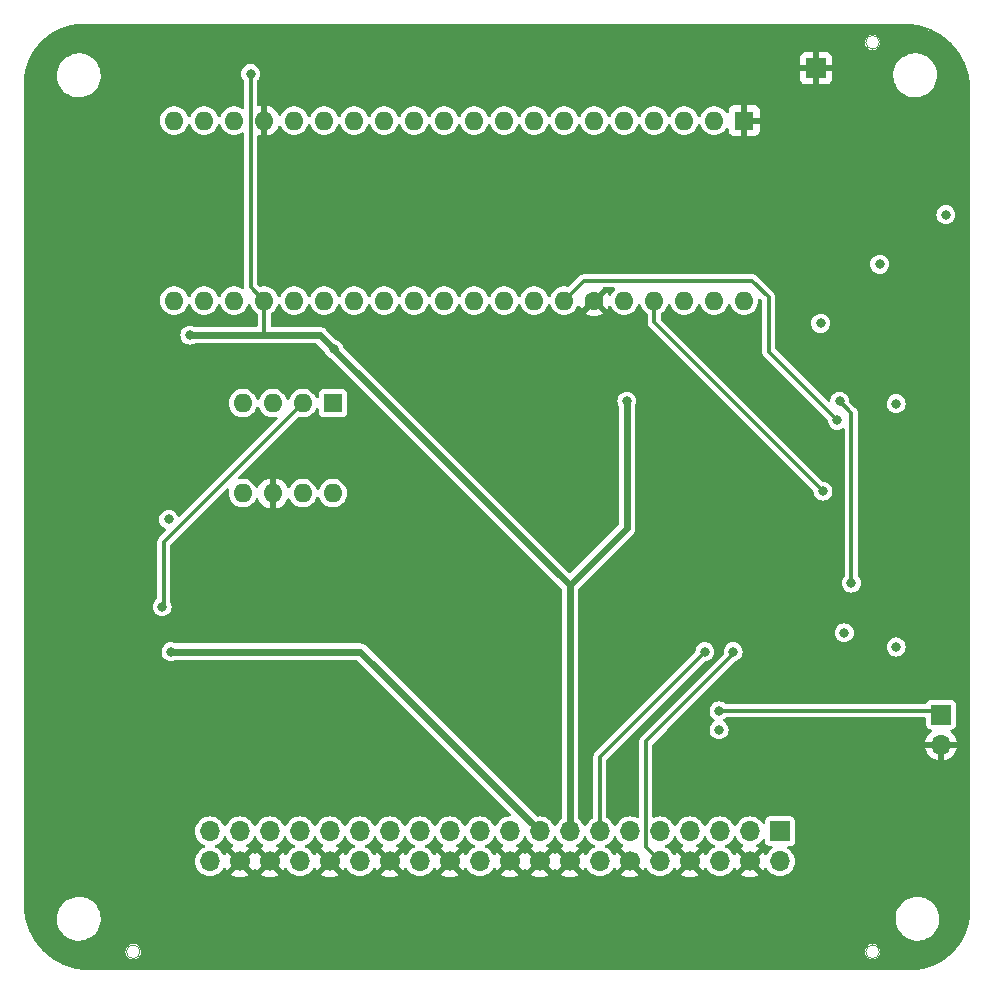
<source format=gbr>
G04 #@! TF.GenerationSoftware,KiCad,Pcbnew,7.0.11*
G04 #@! TF.CreationDate,2025-11-18T22:52:59-08:00*
G04 #@! TF.ProjectId,z2203,7a323230-332e-46b6-9963-61645f706362,rev?*
G04 #@! TF.SameCoordinates,PX3d83120PY6590fa0*
G04 #@! TF.FileFunction,Copper,L4,Bot*
G04 #@! TF.FilePolarity,Positive*
%FSLAX46Y46*%
G04 Gerber Fmt 4.6, Leading zero omitted, Abs format (unit mm)*
G04 Created by KiCad (PCBNEW 7.0.11) date 2025-11-18 22:52:59*
%MOMM*%
%LPD*%
G01*
G04 APERTURE LIST*
G04 Aperture macros list*
%AMHorizOval*
0 Thick line with rounded ends*
0 $1 width*
0 $2 $3 position (X,Y) of the first rounded end (center of the circle)*
0 $4 $5 position (X,Y) of the second rounded end (center of the circle)*
0 Add line between two ends*
20,1,$1,$2,$3,$4,$5,0*
0 Add two circle primitives to create the rounded ends*
1,1,$1,$2,$3*
1,1,$1,$4,$5*%
G04 Aperture macros list end*
G04 #@! TA.AperFunction,ComponentPad*
%ADD10R,1.700000X1.700000*%
G04 #@! TD*
G04 #@! TA.AperFunction,ComponentPad*
%ADD11O,1.700000X1.700000*%
G04 #@! TD*
G04 #@! TA.AperFunction,ComponentPad*
%ADD12HorizOval,1.700000X0.000000X0.000000X0.000000X0.000000X0*%
G04 #@! TD*
G04 #@! TA.AperFunction,ComponentPad*
%ADD13R,1.600000X1.600000*%
G04 #@! TD*
G04 #@! TA.AperFunction,ComponentPad*
%ADD14O,1.600000X1.600000*%
G04 #@! TD*
G04 #@! TA.AperFunction,ComponentPad*
%ADD15HorizOval,1.600000X0.000000X0.000000X0.000000X0.000000X0*%
G04 #@! TD*
G04 #@! TA.AperFunction,ViaPad*
%ADD16C,0.800000*%
G04 #@! TD*
G04 #@! TA.AperFunction,Conductor*
%ADD17C,0.600000*%
G04 #@! TD*
G04 #@! TA.AperFunction,Conductor*
%ADD18C,0.300000*%
G04 #@! TD*
G04 #@! TA.AperFunction,Profile*
%ADD19C,0.150000*%
G04 #@! TD*
G04 #@! TA.AperFunction,Profile*
%ADD20C,0.050000*%
G04 #@! TD*
G04 APERTURE END LIST*
D10*
X64860000Y13300000D03*
D11*
X64860000Y10760000D03*
X62320000Y13300000D03*
D12*
X62320000Y10760000D03*
D11*
X59780000Y13300000D03*
X59780000Y10760000D03*
X57240000Y13300000D03*
D12*
X57240000Y10760000D03*
D11*
X54700000Y13300000D03*
X54700000Y10760000D03*
X52160000Y13300000D03*
D12*
X52160000Y10760000D03*
D11*
X49620000Y13300000D03*
X49620000Y10760000D03*
X47080000Y13300000D03*
D12*
X47080000Y10760000D03*
D11*
X44540000Y13300000D03*
D12*
X44540000Y10760000D03*
D11*
X42000000Y13300000D03*
D12*
X42000000Y10760000D03*
D11*
X39460000Y13300000D03*
X39460000Y10760000D03*
X36920000Y13300000D03*
D12*
X36920000Y10760000D03*
D11*
X34380000Y13300000D03*
X34380000Y10760000D03*
X31840000Y13300000D03*
D12*
X31840000Y10760000D03*
D11*
X29300000Y13300000D03*
X29300000Y10760000D03*
X26760000Y13300000D03*
D12*
X26760000Y10760000D03*
D11*
X24220000Y13300000D03*
X24220000Y10760000D03*
X21680000Y13300000D03*
D12*
X21680000Y10760000D03*
D11*
X19140000Y13300000D03*
D12*
X19140000Y10760000D03*
D11*
X16600000Y13300000D03*
X16600000Y10760000D03*
D10*
X78500000Y23175000D03*
D11*
X78500000Y20635000D03*
D13*
X27000000Y49550000D03*
D14*
X24460000Y49550000D03*
X21920000Y49550000D03*
X19380000Y49550000D03*
X19380000Y41930000D03*
X21920000Y41930000D03*
X24460000Y41930000D03*
X27000000Y41930000D03*
D10*
X67900000Y77900000D03*
D13*
X61825000Y73475000D03*
D14*
X59285000Y73475000D03*
X56745000Y73475000D03*
X54205000Y73475000D03*
X51665000Y73475000D03*
X49125000Y73475000D03*
X46585000Y73475000D03*
X44045000Y73475000D03*
X41505000Y73475000D03*
X38965000Y73475000D03*
X36425000Y73475000D03*
X33885000Y73475000D03*
X31345000Y73475000D03*
X28805000Y73475000D03*
X26265000Y73475000D03*
X23725000Y73475000D03*
X21185000Y73475000D03*
X18645000Y73475000D03*
X16105000Y73475000D03*
X13565000Y73475000D03*
X13565000Y58235000D03*
X16105000Y58235000D03*
X18645000Y58235000D03*
X21185000Y58235000D03*
X23725000Y58235000D03*
X26265000Y58235000D03*
X28805000Y58235000D03*
X31345000Y58235000D03*
X33885000Y58235000D03*
X36425000Y58235000D03*
X38965000Y58235000D03*
X41505000Y58235000D03*
X44045000Y58235000D03*
X46585000Y58235000D03*
D15*
X49125000Y58235000D03*
D14*
X51665000Y58235000D03*
X54205000Y58235000D03*
X56745000Y58235000D03*
X59285000Y58235000D03*
X61825000Y58235000D03*
D16*
X53300000Y68100000D03*
X11100000Y34700000D03*
X55700000Y68100000D03*
X60700000Y68300000D03*
X29900000Y53100000D03*
X59700000Y20300000D03*
X70100000Y27700000D03*
X72500000Y30700000D03*
X5900000Y50300000D03*
X64500000Y67500000D03*
X72500000Y21100000D03*
X74300000Y58700000D03*
X56100000Y18300000D03*
X12100000Y25700000D03*
X77500000Y30300000D03*
X11900000Y53900000D03*
X74900000Y53300000D03*
X12100000Y41700000D03*
X78900000Y67100000D03*
X11300000Y62500000D03*
X53300000Y54500000D03*
X70100000Y53500000D03*
X77500000Y62500000D03*
X65500000Y55300000D03*
X11100000Y32700000D03*
X14500000Y42100000D03*
X9700000Y65100000D03*
X17700000Y52500000D03*
X58100000Y68300000D03*
X50900000Y67700000D03*
X68300000Y59700000D03*
X56700000Y48500000D03*
X50300000Y49700000D03*
X65300000Y15900000D03*
X76100000Y44500000D03*
X57100000Y32300000D03*
X69900000Y36900000D03*
X13100000Y39700000D03*
X13300000Y28500000D03*
X74700000Y28900000D03*
X51900000Y49700000D03*
X59700000Y21900000D03*
X27100000Y54100000D03*
X20035000Y77435000D03*
X68300000Y56300000D03*
X70300000Y30100000D03*
X73300000Y61300000D03*
X14900000Y55300000D03*
X74700000Y49500000D03*
X78900000Y65500000D03*
X59700000Y23500000D03*
X60900000Y28500000D03*
X58500000Y28500000D03*
X68500000Y42100000D03*
X69900000Y49700000D03*
X70900000Y34300000D03*
X69700000Y48100000D03*
X12550000Y32300000D03*
D17*
X29340000Y28500000D02*
X13300000Y28500000D01*
X44540000Y13300000D02*
X29340000Y28500000D01*
X21100000Y55300000D02*
X14900000Y55300000D01*
X47080000Y34120000D02*
X51900000Y38940000D01*
D18*
X20035000Y59385000D02*
X21185000Y58235000D01*
X21185000Y58235000D02*
X21185000Y55385000D01*
D17*
X47080000Y34120000D02*
X27900000Y53300000D01*
D18*
X20035000Y77435000D02*
X20035000Y59385000D01*
D17*
X27100000Y54100000D02*
X25900000Y55300000D01*
X51900000Y38940000D02*
X51900000Y49700000D01*
X27900000Y53300000D02*
X27300000Y53900000D01*
X25900000Y55300000D02*
X21100000Y55300000D01*
X47080000Y34120000D02*
X47080000Y13300000D01*
X27300000Y53900000D02*
X27100000Y54100000D01*
D18*
X59700000Y23500000D02*
X78175000Y23500000D01*
X78175000Y23500000D02*
X78500000Y23175000D01*
X60900000Y28300000D02*
X53500000Y20900000D01*
X60900000Y28500000D02*
X60900000Y28300000D01*
X53500000Y11960000D02*
X54700000Y10760000D01*
X53500000Y20900000D02*
X53500000Y11960000D01*
X49620000Y13300000D02*
X49620000Y19620000D01*
X49620000Y19620000D02*
X58500000Y28500000D01*
X68500000Y42100000D02*
X54205000Y56395000D01*
X54205000Y56395000D02*
X54205000Y58235000D01*
X70900000Y34300000D02*
X70900000Y48700000D01*
X70900000Y48700000D02*
X69900000Y49700000D01*
X63900000Y58500000D02*
X62500000Y59900000D01*
X62500000Y59900000D02*
X48250000Y59900000D01*
X48250000Y59900000D02*
X46585000Y58235000D01*
X69700000Y48100000D02*
X63900000Y53900000D01*
X63900000Y53900000D02*
X63900000Y58500000D01*
X12550000Y32300000D02*
X12700000Y32450000D01*
X12700000Y37790000D02*
X24460000Y49550000D01*
X12700000Y32450000D02*
X12700000Y37790000D01*
G04 #@! TA.AperFunction,Conductor*
G36*
X17938959Y12871900D02*
G01*
X17984194Y12819698D01*
X18052898Y12672361D01*
X18178402Y12493123D01*
X18333123Y12338402D01*
X18333126Y12338400D01*
X18512359Y12212899D01*
X18512360Y12212899D01*
X18512361Y12212898D01*
X18532022Y12203730D01*
X18585307Y12156815D01*
X18604769Y12088538D01*
X18584228Y12020577D01*
X18538743Y11978722D01*
X18394705Y11900773D01*
X18394693Y11900765D01*
X18374311Y11884901D01*
X18374310Y11884900D01*
X19012412Y11246798D01*
X18997685Y11244680D01*
X18866900Y11184952D01*
X18758239Y11090798D01*
X18680507Y10969844D01*
X18655639Y10885151D01*
X18016921Y11523869D01*
X18016920Y11523868D01*
X17941586Y11408561D01*
X17941579Y11408547D01*
X17925382Y11371621D01*
X17879701Y11317272D01*
X17811888Y11296249D01*
X17743474Y11315226D01*
X17696181Y11368177D01*
X17695800Y11368985D01*
X17687100Y11387642D01*
X17561604Y11566869D01*
X17561601Y11566873D01*
X17561598Y11566877D01*
X17406877Y11721598D01*
X17227639Y11847102D01*
X17080302Y11915806D01*
X17027019Y11962722D01*
X17007558Y12030999D01*
X17028100Y12098959D01*
X17080302Y12144195D01*
X17227639Y12212898D01*
X17406877Y12338402D01*
X17561598Y12493123D01*
X17687102Y12672361D01*
X17755805Y12819698D01*
X17802722Y12872981D01*
X17870999Y12892442D01*
X17938959Y12871900D01*
G37*
G04 #@! TD.AperFunction*
G04 #@! TA.AperFunction,Conductor*
G36*
X20478959Y12871900D02*
G01*
X20524194Y12819698D01*
X20592898Y12672361D01*
X20718402Y12493123D01*
X20873123Y12338402D01*
X20873126Y12338400D01*
X21052359Y12212899D01*
X21052360Y12212899D01*
X21052361Y12212898D01*
X21072022Y12203730D01*
X21125307Y12156815D01*
X21144769Y12088538D01*
X21124228Y12020577D01*
X21078743Y11978722D01*
X20934705Y11900773D01*
X20934693Y11900765D01*
X20914311Y11884901D01*
X20914310Y11884900D01*
X21552412Y11246798D01*
X21537685Y11244680D01*
X21406900Y11184952D01*
X21298239Y11090798D01*
X21220507Y10969844D01*
X21195639Y10885151D01*
X20556921Y11523869D01*
X20556920Y11523868D01*
X20515482Y11460442D01*
X20461479Y11414353D01*
X20391131Y11404778D01*
X20326773Y11434755D01*
X20304516Y11460442D01*
X20263078Y11523868D01*
X19624360Y10885152D01*
X19599493Y10969844D01*
X19521761Y11090798D01*
X19413100Y11184952D01*
X19282315Y11244680D01*
X19267586Y11246798D01*
X19905688Y11884900D01*
X19905687Y11884901D01*
X19885308Y11900763D01*
X19885303Y11900766D01*
X19741256Y11978721D01*
X19690866Y12028735D01*
X19675514Y12098052D01*
X19700075Y12164665D01*
X19747976Y12203730D01*
X19767639Y12212898D01*
X19946877Y12338402D01*
X20101598Y12493123D01*
X20227102Y12672361D01*
X20295805Y12819698D01*
X20342722Y12872981D01*
X20410999Y12892442D01*
X20478959Y12871900D01*
G37*
G04 #@! TD.AperFunction*
G04 #@! TA.AperFunction,Conductor*
G36*
X25558959Y12871900D02*
G01*
X25604194Y12819698D01*
X25672898Y12672361D01*
X25798402Y12493123D01*
X25953123Y12338402D01*
X25953126Y12338400D01*
X26132359Y12212899D01*
X26132360Y12212899D01*
X26132361Y12212898D01*
X26152022Y12203730D01*
X26205307Y12156815D01*
X26224769Y12088538D01*
X26204228Y12020577D01*
X26158743Y11978722D01*
X26014705Y11900773D01*
X26014693Y11900765D01*
X25994311Y11884901D01*
X25994310Y11884900D01*
X26632412Y11246798D01*
X26617685Y11244680D01*
X26486900Y11184952D01*
X26378239Y11090798D01*
X26300507Y10969844D01*
X26275639Y10885151D01*
X25636921Y11523869D01*
X25636920Y11523868D01*
X25561586Y11408561D01*
X25561579Y11408547D01*
X25545382Y11371621D01*
X25499701Y11317272D01*
X25431888Y11296249D01*
X25363474Y11315226D01*
X25316181Y11368177D01*
X25315800Y11368985D01*
X25307100Y11387642D01*
X25181604Y11566869D01*
X25181601Y11566873D01*
X25181598Y11566877D01*
X25026877Y11721598D01*
X24847639Y11847102D01*
X24700302Y11915806D01*
X24647019Y11962722D01*
X24627558Y12030999D01*
X24648100Y12098959D01*
X24700302Y12144195D01*
X24847639Y12212898D01*
X25026877Y12338402D01*
X25181598Y12493123D01*
X25307102Y12672361D01*
X25375805Y12819698D01*
X25422722Y12872981D01*
X25490999Y12892442D01*
X25558959Y12871900D01*
G37*
G04 #@! TD.AperFunction*
G04 #@! TA.AperFunction,Conductor*
G36*
X30638959Y12871900D02*
G01*
X30684194Y12819698D01*
X30752898Y12672361D01*
X30878402Y12493123D01*
X31033123Y12338402D01*
X31033126Y12338400D01*
X31212359Y12212899D01*
X31212360Y12212899D01*
X31212361Y12212898D01*
X31232022Y12203730D01*
X31285307Y12156815D01*
X31304769Y12088538D01*
X31284228Y12020577D01*
X31238743Y11978722D01*
X31094705Y11900773D01*
X31094693Y11900765D01*
X31074311Y11884901D01*
X31074310Y11884900D01*
X31712412Y11246798D01*
X31697685Y11244680D01*
X31566900Y11184952D01*
X31458239Y11090798D01*
X31380507Y10969844D01*
X31355639Y10885151D01*
X30716921Y11523869D01*
X30716920Y11523868D01*
X30641586Y11408561D01*
X30641579Y11408547D01*
X30625382Y11371621D01*
X30579701Y11317272D01*
X30511888Y11296249D01*
X30443474Y11315226D01*
X30396181Y11368177D01*
X30395800Y11368985D01*
X30387100Y11387642D01*
X30261604Y11566869D01*
X30261601Y11566873D01*
X30261598Y11566877D01*
X30106877Y11721598D01*
X29927639Y11847102D01*
X29780302Y11915806D01*
X29727019Y11962722D01*
X29707558Y12030999D01*
X29728100Y12098959D01*
X29780302Y12144195D01*
X29927639Y12212898D01*
X30106877Y12338402D01*
X30261598Y12493123D01*
X30387102Y12672361D01*
X30455805Y12819698D01*
X30502722Y12872981D01*
X30570999Y12892442D01*
X30638959Y12871900D01*
G37*
G04 #@! TD.AperFunction*
G04 #@! TA.AperFunction,Conductor*
G36*
X35718959Y12871900D02*
G01*
X35764194Y12819698D01*
X35832898Y12672361D01*
X35958402Y12493123D01*
X36113123Y12338402D01*
X36113126Y12338400D01*
X36292359Y12212899D01*
X36292360Y12212899D01*
X36292361Y12212898D01*
X36312022Y12203730D01*
X36365307Y12156815D01*
X36384769Y12088538D01*
X36364228Y12020577D01*
X36318743Y11978722D01*
X36174705Y11900773D01*
X36174693Y11900765D01*
X36154311Y11884901D01*
X36154310Y11884900D01*
X36792412Y11246798D01*
X36777685Y11244680D01*
X36646900Y11184952D01*
X36538239Y11090798D01*
X36460507Y10969844D01*
X36435639Y10885151D01*
X35796921Y11523869D01*
X35796920Y11523868D01*
X35721586Y11408561D01*
X35721579Y11408547D01*
X35705382Y11371621D01*
X35659701Y11317272D01*
X35591888Y11296249D01*
X35523474Y11315226D01*
X35476181Y11368177D01*
X35475800Y11368985D01*
X35467100Y11387642D01*
X35341604Y11566869D01*
X35341601Y11566873D01*
X35341598Y11566877D01*
X35186877Y11721598D01*
X35007639Y11847102D01*
X34860302Y11915806D01*
X34807019Y11962722D01*
X34787558Y12030999D01*
X34808100Y12098959D01*
X34860302Y12144195D01*
X35007639Y12212898D01*
X35186877Y12338402D01*
X35341598Y12493123D01*
X35467102Y12672361D01*
X35535805Y12819698D01*
X35582722Y12872981D01*
X35650999Y12892442D01*
X35718959Y12871900D01*
G37*
G04 #@! TD.AperFunction*
G04 #@! TA.AperFunction,Conductor*
G36*
X40798959Y12871900D02*
G01*
X40844194Y12819698D01*
X40912898Y12672361D01*
X41038402Y12493123D01*
X41193123Y12338402D01*
X41193126Y12338400D01*
X41372359Y12212899D01*
X41372360Y12212899D01*
X41372361Y12212898D01*
X41392022Y12203730D01*
X41445307Y12156815D01*
X41464769Y12088538D01*
X41444228Y12020577D01*
X41398743Y11978722D01*
X41254705Y11900773D01*
X41254693Y11900765D01*
X41234311Y11884901D01*
X41234310Y11884900D01*
X41872412Y11246798D01*
X41857685Y11244680D01*
X41726900Y11184952D01*
X41618239Y11090798D01*
X41540507Y10969844D01*
X41515639Y10885151D01*
X40876921Y11523869D01*
X40876920Y11523868D01*
X40801586Y11408561D01*
X40801579Y11408547D01*
X40785382Y11371621D01*
X40739701Y11317272D01*
X40671888Y11296249D01*
X40603474Y11315226D01*
X40556181Y11368177D01*
X40555800Y11368985D01*
X40547100Y11387642D01*
X40421604Y11566869D01*
X40421601Y11566873D01*
X40421598Y11566877D01*
X40266877Y11721598D01*
X40087639Y11847102D01*
X39940302Y11915806D01*
X39887019Y11962722D01*
X39867558Y12030999D01*
X39888100Y12098959D01*
X39940302Y12144195D01*
X40087639Y12212898D01*
X40266877Y12338402D01*
X40421598Y12493123D01*
X40547102Y12672361D01*
X40615805Y12819698D01*
X40662722Y12872981D01*
X40730999Y12892442D01*
X40798959Y12871900D01*
G37*
G04 #@! TD.AperFunction*
G04 #@! TA.AperFunction,Conductor*
G36*
X43338959Y12871900D02*
G01*
X43384194Y12819698D01*
X43452898Y12672361D01*
X43578402Y12493123D01*
X43733123Y12338402D01*
X43733126Y12338400D01*
X43912359Y12212899D01*
X43912360Y12212899D01*
X43912361Y12212898D01*
X43932022Y12203730D01*
X43985307Y12156815D01*
X44004769Y12088538D01*
X43984228Y12020577D01*
X43938743Y11978722D01*
X43794705Y11900773D01*
X43794693Y11900765D01*
X43774311Y11884901D01*
X43774310Y11884900D01*
X44412412Y11246798D01*
X44397685Y11244680D01*
X44266900Y11184952D01*
X44158239Y11090798D01*
X44080507Y10969844D01*
X44055639Y10885151D01*
X43416921Y11523869D01*
X43416920Y11523868D01*
X43375482Y11460442D01*
X43321479Y11414353D01*
X43251131Y11404778D01*
X43186773Y11434755D01*
X43164516Y11460442D01*
X43123078Y11523868D01*
X42484360Y10885152D01*
X42459493Y10969844D01*
X42381761Y11090798D01*
X42273100Y11184952D01*
X42142315Y11244680D01*
X42127586Y11246798D01*
X42765688Y11884900D01*
X42765687Y11884901D01*
X42745308Y11900763D01*
X42745303Y11900766D01*
X42601256Y11978721D01*
X42550866Y12028735D01*
X42535514Y12098052D01*
X42560075Y12164665D01*
X42607976Y12203730D01*
X42627639Y12212898D01*
X42806877Y12338402D01*
X42961598Y12493123D01*
X43087102Y12672361D01*
X43155805Y12819698D01*
X43202722Y12872981D01*
X43270999Y12892442D01*
X43338959Y12871900D01*
G37*
G04 #@! TD.AperFunction*
G04 #@! TA.AperFunction,Conductor*
G36*
X45878959Y12871900D02*
G01*
X45924194Y12819698D01*
X45992898Y12672361D01*
X46118402Y12493123D01*
X46273123Y12338402D01*
X46273126Y12338400D01*
X46452359Y12212899D01*
X46452360Y12212899D01*
X46452361Y12212898D01*
X46472022Y12203730D01*
X46525307Y12156815D01*
X46544769Y12088538D01*
X46524228Y12020577D01*
X46478743Y11978722D01*
X46334705Y11900773D01*
X46334693Y11900765D01*
X46314311Y11884901D01*
X46314310Y11884900D01*
X46952412Y11246798D01*
X46937685Y11244680D01*
X46806900Y11184952D01*
X46698239Y11090798D01*
X46620507Y10969844D01*
X46595639Y10885151D01*
X45956921Y11523869D01*
X45956920Y11523868D01*
X45915482Y11460442D01*
X45861479Y11414353D01*
X45791131Y11404778D01*
X45726773Y11434755D01*
X45704516Y11460442D01*
X45663078Y11523868D01*
X45024360Y10885152D01*
X44999493Y10969844D01*
X44921761Y11090798D01*
X44813100Y11184952D01*
X44682315Y11244680D01*
X44667586Y11246798D01*
X45305688Y11884900D01*
X45305687Y11884901D01*
X45285308Y11900763D01*
X45285303Y11900766D01*
X45141256Y11978721D01*
X45090866Y12028735D01*
X45075514Y12098052D01*
X45100075Y12164665D01*
X45147976Y12203730D01*
X45167639Y12212898D01*
X45346877Y12338402D01*
X45501598Y12493123D01*
X45627102Y12672361D01*
X45695805Y12819698D01*
X45742722Y12872981D01*
X45810999Y12892442D01*
X45878959Y12871900D01*
G37*
G04 #@! TD.AperFunction*
G04 #@! TA.AperFunction,Conductor*
G36*
X50958959Y12871900D02*
G01*
X51004194Y12819698D01*
X51072898Y12672361D01*
X51198402Y12493123D01*
X51353123Y12338402D01*
X51353126Y12338400D01*
X51532359Y12212899D01*
X51532360Y12212899D01*
X51532361Y12212898D01*
X51552022Y12203730D01*
X51605307Y12156815D01*
X51624769Y12088538D01*
X51604228Y12020577D01*
X51558743Y11978722D01*
X51414705Y11900773D01*
X51414693Y11900765D01*
X51394311Y11884901D01*
X51394310Y11884900D01*
X52032412Y11246798D01*
X52017685Y11244680D01*
X51886900Y11184952D01*
X51778239Y11090798D01*
X51700507Y10969844D01*
X51675639Y10885151D01*
X51036921Y11523869D01*
X51036920Y11523868D01*
X50961586Y11408561D01*
X50961579Y11408547D01*
X50945382Y11371621D01*
X50899701Y11317272D01*
X50831888Y11296249D01*
X50763474Y11315226D01*
X50716181Y11368177D01*
X50715800Y11368985D01*
X50707100Y11387642D01*
X50581604Y11566869D01*
X50581601Y11566873D01*
X50581598Y11566877D01*
X50426877Y11721598D01*
X50247639Y11847102D01*
X50100302Y11915806D01*
X50047019Y11962722D01*
X50027558Y12030999D01*
X50048100Y12098959D01*
X50100302Y12144195D01*
X50247639Y12212898D01*
X50426877Y12338402D01*
X50581598Y12493123D01*
X50707102Y12672361D01*
X50775805Y12819698D01*
X50822722Y12872981D01*
X50890999Y12892442D01*
X50958959Y12871900D01*
G37*
G04 #@! TD.AperFunction*
G04 #@! TA.AperFunction,Conductor*
G36*
X56038959Y12871900D02*
G01*
X56084194Y12819698D01*
X56152898Y12672361D01*
X56278402Y12493123D01*
X56433123Y12338402D01*
X56433126Y12338400D01*
X56612359Y12212899D01*
X56612360Y12212899D01*
X56612361Y12212898D01*
X56632022Y12203730D01*
X56685307Y12156815D01*
X56704769Y12088538D01*
X56684228Y12020577D01*
X56638743Y11978722D01*
X56494705Y11900773D01*
X56494693Y11900765D01*
X56474311Y11884901D01*
X56474310Y11884900D01*
X57112412Y11246798D01*
X57097685Y11244680D01*
X56966900Y11184952D01*
X56858239Y11090798D01*
X56780507Y10969844D01*
X56755639Y10885151D01*
X56116921Y11523869D01*
X56116920Y11523868D01*
X56041586Y11408561D01*
X56041579Y11408547D01*
X56025382Y11371621D01*
X55979701Y11317272D01*
X55911888Y11296249D01*
X55843474Y11315226D01*
X55796181Y11368177D01*
X55795800Y11368985D01*
X55787100Y11387642D01*
X55661604Y11566869D01*
X55661601Y11566873D01*
X55661598Y11566877D01*
X55506877Y11721598D01*
X55327639Y11847102D01*
X55180302Y11915806D01*
X55127019Y11962722D01*
X55107558Y12030999D01*
X55128100Y12098959D01*
X55180302Y12144195D01*
X55327639Y12212898D01*
X55506877Y12338402D01*
X55661598Y12493123D01*
X55787102Y12672361D01*
X55855805Y12819698D01*
X55902722Y12872981D01*
X55970999Y12892442D01*
X56038959Y12871900D01*
G37*
G04 #@! TD.AperFunction*
G04 #@! TA.AperFunction,Conductor*
G36*
X61118959Y12871900D02*
G01*
X61164194Y12819698D01*
X61232898Y12672361D01*
X61358402Y12493123D01*
X61513123Y12338402D01*
X61513126Y12338400D01*
X61692359Y12212899D01*
X61692360Y12212899D01*
X61692361Y12212898D01*
X61712022Y12203730D01*
X61765307Y12156815D01*
X61784769Y12088538D01*
X61764228Y12020577D01*
X61718743Y11978722D01*
X61574705Y11900773D01*
X61574693Y11900765D01*
X61554311Y11884901D01*
X61554310Y11884900D01*
X62192412Y11246798D01*
X62177685Y11244680D01*
X62046900Y11184952D01*
X61938239Y11090798D01*
X61860507Y10969844D01*
X61835639Y10885151D01*
X61196921Y11523869D01*
X61196920Y11523868D01*
X61121586Y11408561D01*
X61121579Y11408547D01*
X61105382Y11371621D01*
X61059701Y11317272D01*
X60991888Y11296249D01*
X60923474Y11315226D01*
X60876181Y11368177D01*
X60875800Y11368985D01*
X60867100Y11387642D01*
X60741604Y11566869D01*
X60741601Y11566873D01*
X60741598Y11566877D01*
X60586877Y11721598D01*
X60407639Y11847102D01*
X60260302Y11915806D01*
X60207019Y11962722D01*
X60187558Y12030999D01*
X60208100Y12098959D01*
X60260302Y12144195D01*
X60407639Y12212898D01*
X60586877Y12338402D01*
X60741598Y12493123D01*
X60867102Y12672361D01*
X60935805Y12819698D01*
X60982722Y12872981D01*
X61050999Y12892442D01*
X61118959Y12871900D01*
G37*
G04 #@! TD.AperFunction*
G04 #@! TA.AperFunction,Conductor*
G36*
X23018959Y12871900D02*
G01*
X23064194Y12819698D01*
X23132898Y12672361D01*
X23258402Y12493123D01*
X23413123Y12338402D01*
X23592361Y12212898D01*
X23731485Y12148024D01*
X23739695Y12144195D01*
X23792980Y12097278D01*
X23812441Y12029000D01*
X23791899Y11961040D01*
X23739695Y11915805D01*
X23592358Y11847101D01*
X23413131Y11721605D01*
X23413120Y11721596D01*
X23258404Y11566880D01*
X23258395Y11566869D01*
X23132899Y11387642D01*
X23132898Y11387640D01*
X23124197Y11368981D01*
X23077278Y11315698D01*
X23009000Y11296239D01*
X22941041Y11316783D01*
X22894977Y11370807D01*
X22894616Y11371623D01*
X22878419Y11408550D01*
X22803077Y11523868D01*
X22164360Y10885152D01*
X22139493Y10969844D01*
X22061761Y11090798D01*
X21953100Y11184952D01*
X21822315Y11244680D01*
X21807586Y11246798D01*
X22445688Y11884900D01*
X22445687Y11884901D01*
X22425308Y11900763D01*
X22425303Y11900766D01*
X22281256Y11978721D01*
X22230866Y12028735D01*
X22215514Y12098052D01*
X22240075Y12164665D01*
X22287976Y12203730D01*
X22307639Y12212898D01*
X22486877Y12338402D01*
X22641598Y12493123D01*
X22767102Y12672361D01*
X22835805Y12819698D01*
X22882722Y12872981D01*
X22950999Y12892442D01*
X23018959Y12871900D01*
G37*
G04 #@! TD.AperFunction*
G04 #@! TA.AperFunction,Conductor*
G36*
X28098959Y12871900D02*
G01*
X28144194Y12819698D01*
X28212898Y12672361D01*
X28338402Y12493123D01*
X28493123Y12338402D01*
X28672361Y12212898D01*
X28811485Y12148024D01*
X28819695Y12144195D01*
X28872980Y12097278D01*
X28892441Y12029000D01*
X28871899Y11961040D01*
X28819695Y11915805D01*
X28672358Y11847101D01*
X28493131Y11721605D01*
X28493120Y11721596D01*
X28338404Y11566880D01*
X28338395Y11566869D01*
X28212899Y11387642D01*
X28212898Y11387640D01*
X28204197Y11368981D01*
X28157278Y11315698D01*
X28089000Y11296239D01*
X28021041Y11316783D01*
X27974977Y11370807D01*
X27974616Y11371623D01*
X27958419Y11408550D01*
X27883077Y11523868D01*
X27244360Y10885152D01*
X27219493Y10969844D01*
X27141761Y11090798D01*
X27033100Y11184952D01*
X26902315Y11244680D01*
X26887586Y11246798D01*
X27525688Y11884900D01*
X27525687Y11884901D01*
X27505308Y11900763D01*
X27505303Y11900766D01*
X27361256Y11978721D01*
X27310866Y12028735D01*
X27295514Y12098052D01*
X27320075Y12164665D01*
X27367976Y12203730D01*
X27387639Y12212898D01*
X27566877Y12338402D01*
X27721598Y12493123D01*
X27847102Y12672361D01*
X27915805Y12819698D01*
X27962722Y12872981D01*
X28030999Y12892442D01*
X28098959Y12871900D01*
G37*
G04 #@! TD.AperFunction*
G04 #@! TA.AperFunction,Conductor*
G36*
X33178959Y12871900D02*
G01*
X33224194Y12819698D01*
X33292898Y12672361D01*
X33418402Y12493123D01*
X33573123Y12338402D01*
X33752361Y12212898D01*
X33891485Y12148024D01*
X33899695Y12144195D01*
X33952980Y12097278D01*
X33972441Y12029000D01*
X33951899Y11961040D01*
X33899695Y11915805D01*
X33752358Y11847101D01*
X33573131Y11721605D01*
X33573120Y11721596D01*
X33418404Y11566880D01*
X33418395Y11566869D01*
X33292899Y11387642D01*
X33292898Y11387640D01*
X33284197Y11368981D01*
X33237278Y11315698D01*
X33169000Y11296239D01*
X33101041Y11316783D01*
X33054977Y11370807D01*
X33054616Y11371623D01*
X33038419Y11408550D01*
X32963077Y11523868D01*
X32324360Y10885152D01*
X32299493Y10969844D01*
X32221761Y11090798D01*
X32113100Y11184952D01*
X31982315Y11244680D01*
X31967586Y11246798D01*
X32605688Y11884900D01*
X32605687Y11884901D01*
X32585308Y11900763D01*
X32585303Y11900766D01*
X32441256Y11978721D01*
X32390866Y12028735D01*
X32375514Y12098052D01*
X32400075Y12164665D01*
X32447976Y12203730D01*
X32467639Y12212898D01*
X32646877Y12338402D01*
X32801598Y12493123D01*
X32927102Y12672361D01*
X32995805Y12819698D01*
X33042722Y12872981D01*
X33110999Y12892442D01*
X33178959Y12871900D01*
G37*
G04 #@! TD.AperFunction*
G04 #@! TA.AperFunction,Conductor*
G36*
X38258959Y12871900D02*
G01*
X38304194Y12819698D01*
X38372898Y12672361D01*
X38498402Y12493123D01*
X38653123Y12338402D01*
X38832361Y12212898D01*
X38971485Y12148024D01*
X38979695Y12144195D01*
X39032980Y12097278D01*
X39052441Y12029000D01*
X39031899Y11961040D01*
X38979695Y11915805D01*
X38832358Y11847101D01*
X38653131Y11721605D01*
X38653120Y11721596D01*
X38498404Y11566880D01*
X38498395Y11566869D01*
X38372899Y11387642D01*
X38372898Y11387640D01*
X38364197Y11368981D01*
X38317278Y11315698D01*
X38249000Y11296239D01*
X38181041Y11316783D01*
X38134977Y11370807D01*
X38134616Y11371623D01*
X38118419Y11408550D01*
X38043077Y11523868D01*
X37404360Y10885152D01*
X37379493Y10969844D01*
X37301761Y11090798D01*
X37193100Y11184952D01*
X37062315Y11244680D01*
X37047586Y11246798D01*
X37685688Y11884900D01*
X37685687Y11884901D01*
X37665308Y11900763D01*
X37665303Y11900766D01*
X37521256Y11978721D01*
X37470866Y12028735D01*
X37455514Y12098052D01*
X37480075Y12164665D01*
X37527976Y12203730D01*
X37547639Y12212898D01*
X37726877Y12338402D01*
X37881598Y12493123D01*
X38007102Y12672361D01*
X38075805Y12819698D01*
X38122722Y12872981D01*
X38190999Y12892442D01*
X38258959Y12871900D01*
G37*
G04 #@! TD.AperFunction*
G04 #@! TA.AperFunction,Conductor*
G36*
X48418959Y12871900D02*
G01*
X48464194Y12819698D01*
X48532898Y12672361D01*
X48658402Y12493123D01*
X48813123Y12338402D01*
X48992361Y12212898D01*
X49131485Y12148024D01*
X49139695Y12144195D01*
X49192980Y12097278D01*
X49212441Y12029000D01*
X49191899Y11961040D01*
X49139695Y11915805D01*
X48992358Y11847101D01*
X48813131Y11721605D01*
X48813120Y11721596D01*
X48658404Y11566880D01*
X48658395Y11566869D01*
X48532899Y11387642D01*
X48532898Y11387640D01*
X48524197Y11368981D01*
X48477278Y11315698D01*
X48409000Y11296239D01*
X48341041Y11316783D01*
X48294977Y11370807D01*
X48294616Y11371623D01*
X48278419Y11408550D01*
X48203077Y11523868D01*
X47564360Y10885152D01*
X47539493Y10969844D01*
X47461761Y11090798D01*
X47353100Y11184952D01*
X47222315Y11244680D01*
X47207586Y11246798D01*
X47845688Y11884900D01*
X47845687Y11884901D01*
X47825308Y11900763D01*
X47825303Y11900766D01*
X47681256Y11978721D01*
X47630866Y12028735D01*
X47615514Y12098052D01*
X47640075Y12164665D01*
X47687976Y12203730D01*
X47707639Y12212898D01*
X47886877Y12338402D01*
X48041598Y12493123D01*
X48167102Y12672361D01*
X48235805Y12819698D01*
X48282722Y12872981D01*
X48350999Y12892442D01*
X48418959Y12871900D01*
G37*
G04 #@! TD.AperFunction*
G04 #@! TA.AperFunction,Conductor*
G36*
X58578959Y12871900D02*
G01*
X58624194Y12819698D01*
X58692898Y12672361D01*
X58818402Y12493123D01*
X58973123Y12338402D01*
X59152361Y12212898D01*
X59291485Y12148024D01*
X59299695Y12144195D01*
X59352980Y12097278D01*
X59372441Y12029000D01*
X59351899Y11961040D01*
X59299695Y11915805D01*
X59152358Y11847101D01*
X58973131Y11721605D01*
X58973120Y11721596D01*
X58818404Y11566880D01*
X58818395Y11566869D01*
X58692899Y11387642D01*
X58692898Y11387640D01*
X58684197Y11368981D01*
X58637278Y11315698D01*
X58569000Y11296239D01*
X58501041Y11316783D01*
X58454977Y11370807D01*
X58454616Y11371623D01*
X58438419Y11408550D01*
X58363077Y11523868D01*
X57724360Y10885152D01*
X57699493Y10969844D01*
X57621761Y11090798D01*
X57513100Y11184952D01*
X57382315Y11244680D01*
X57367586Y11246798D01*
X58005688Y11884900D01*
X58005687Y11884901D01*
X57985308Y11900763D01*
X57985303Y11900766D01*
X57841256Y11978721D01*
X57790866Y12028735D01*
X57775514Y12098052D01*
X57800075Y12164665D01*
X57847976Y12203730D01*
X57867639Y12212898D01*
X58046877Y12338402D01*
X58201598Y12493123D01*
X58327102Y12672361D01*
X58395805Y12819698D01*
X58442722Y12872981D01*
X58510999Y12892442D01*
X58578959Y12871900D01*
G37*
G04 #@! TD.AperFunction*
G04 #@! TA.AperFunction,Conductor*
G36*
X63569723Y12653674D02*
G01*
X63605709Y12592473D01*
X63609500Y12561797D01*
X63609500Y12418484D01*
X63624353Y12324698D01*
X63681949Y12211658D01*
X63771657Y12121950D01*
X63810299Y12102262D01*
X63884696Y12064354D01*
X63978481Y12049500D01*
X64121796Y12049501D01*
X64189914Y12029499D01*
X64236407Y11975844D01*
X64246512Y11905570D01*
X64217019Y11840989D01*
X64194065Y11820288D01*
X64053126Y11721601D01*
X64053120Y11721596D01*
X63898404Y11566880D01*
X63898395Y11566869D01*
X63772899Y11387642D01*
X63772898Y11387640D01*
X63764197Y11368981D01*
X63717278Y11315698D01*
X63649000Y11296239D01*
X63581041Y11316783D01*
X63534977Y11370807D01*
X63534616Y11371623D01*
X63518419Y11408550D01*
X63443077Y11523868D01*
X62804360Y10885152D01*
X62779493Y10969844D01*
X62701761Y11090798D01*
X62593100Y11184952D01*
X62462315Y11244680D01*
X62447586Y11246798D01*
X63085688Y11884900D01*
X63085687Y11884901D01*
X63065308Y11900763D01*
X63065303Y11900766D01*
X62921256Y11978721D01*
X62870866Y12028735D01*
X62855514Y12098052D01*
X62880075Y12164665D01*
X62927976Y12203730D01*
X62947639Y12212898D01*
X63126877Y12338402D01*
X63281598Y12493123D01*
X63380289Y12634069D01*
X63435743Y12678395D01*
X63506363Y12685704D01*
X63569723Y12653674D01*
G37*
G04 #@! TD.AperFunction*
G04 #@! TA.AperFunction,Conductor*
G36*
X50848463Y59329498D02*
G01*
X50894956Y59275842D01*
X50905060Y59205568D01*
X50875566Y59140988D01*
X50865228Y59130385D01*
X50774017Y59047236D01*
X50639942Y58869690D01*
X50639941Y58869689D01*
X50566582Y58722365D01*
X50518313Y58670302D01*
X50449558Y58652600D01*
X50382148Y58674880D01*
X50339597Y58725279D01*
X50262086Y58891502D01*
X50212100Y58962890D01*
X50212098Y58962890D01*
X49523727Y58274519D01*
X49510165Y58360148D01*
X49452641Y58473045D01*
X49363045Y58562641D01*
X49250148Y58620165D01*
X49164517Y58633728D01*
X49843385Y59312595D01*
X49905697Y59346621D01*
X49932480Y59349500D01*
X50780342Y59349500D01*
X50848463Y59329498D01*
G37*
G04 #@! TD.AperFunction*
G04 #@! TA.AperFunction,Conductor*
G36*
X75402611Y81524392D02*
G01*
X75842760Y81506188D01*
X75853109Y81505331D01*
X76287674Y81451162D01*
X76297938Y81449449D01*
X76726544Y81359580D01*
X76736612Y81357031D01*
X77156351Y81232069D01*
X77166183Y81228693D01*
X77323625Y81167259D01*
X77574138Y81069508D01*
X77583675Y81065325D01*
X77977094Y80872994D01*
X77986252Y80868038D01*
X78362439Y80643880D01*
X78371158Y80638184D01*
X78727560Y80383718D01*
X78735767Y80377331D01*
X79069954Y80094288D01*
X79077602Y80087246D01*
X79387245Y79777603D01*
X79394288Y79769954D01*
X79677327Y79435771D01*
X79683717Y79427561D01*
X79938183Y79071159D01*
X79943879Y79062440D01*
X80168037Y78686253D01*
X80172993Y78677095D01*
X80365324Y78283676D01*
X80369507Y78274139D01*
X80528689Y77866193D01*
X80532071Y77856343D01*
X80657026Y77436627D01*
X80659582Y77426532D01*
X80749447Y76997943D01*
X80751161Y76987671D01*
X80805328Y76553124D01*
X80806188Y76542746D01*
X80824392Y76102612D01*
X80824500Y76097405D01*
X80824500Y6602748D01*
X80824380Y6597252D01*
X80806000Y6176298D01*
X80805042Y6165348D01*
X80750403Y5750322D01*
X80748494Y5739497D01*
X80657892Y5330819D01*
X80655047Y5320201D01*
X80529171Y4920974D01*
X80525412Y4910645D01*
X80365215Y4523893D01*
X80360569Y4513931D01*
X80167284Y4142634D01*
X80161788Y4133114D01*
X79936873Y3780068D01*
X79930569Y3771064D01*
X79675735Y3438958D01*
X79668669Y3430538D01*
X79385863Y3121910D01*
X79378090Y3114137D01*
X79069462Y2831331D01*
X79061042Y2824265D01*
X78728936Y2569431D01*
X78719932Y2563127D01*
X78366886Y2338212D01*
X78357366Y2332716D01*
X77986069Y2139431D01*
X77976107Y2134785D01*
X77589355Y1974588D01*
X77579026Y1970829D01*
X77179799Y1844953D01*
X77169181Y1842108D01*
X76760503Y1751506D01*
X76749678Y1749597D01*
X76334652Y1694958D01*
X76323702Y1694000D01*
X75902748Y1675620D01*
X75897252Y1675500D01*
X6402596Y1675500D01*
X6397389Y1675608D01*
X5957254Y1693812D01*
X5946876Y1694672D01*
X5512329Y1748839D01*
X5502057Y1750553D01*
X5073468Y1840418D01*
X5063373Y1842974D01*
X4643657Y1967929D01*
X4633807Y1971311D01*
X4225861Y2130493D01*
X4216324Y2134676D01*
X3822905Y2327007D01*
X3813747Y2331963D01*
X3437560Y2556121D01*
X3428841Y2561817D01*
X3072439Y2816283D01*
X3064229Y2822673D01*
X2736792Y3099998D01*
X9443715Y3099998D01*
X9462783Y2942946D01*
X9462785Y2942939D01*
X9508394Y2822679D01*
X9518888Y2795009D01*
X9608764Y2664803D01*
X9727188Y2559888D01*
X9727189Y2559888D01*
X9727191Y2559886D01*
X9734365Y2556121D01*
X9867278Y2486363D01*
X10020894Y2448500D01*
X10020895Y2448500D01*
X10179105Y2448500D01*
X10179106Y2448500D01*
X10332722Y2486363D01*
X10472812Y2559888D01*
X10591236Y2664803D01*
X10681112Y2795009D01*
X10737215Y2942941D01*
X10756285Y3099998D01*
X72043715Y3099998D01*
X72062783Y2942946D01*
X72062785Y2942939D01*
X72108394Y2822679D01*
X72118888Y2795009D01*
X72208764Y2664803D01*
X72327188Y2559888D01*
X72327189Y2559888D01*
X72327191Y2559886D01*
X72334365Y2556121D01*
X72467278Y2486363D01*
X72620894Y2448500D01*
X72620895Y2448500D01*
X72779105Y2448500D01*
X72779106Y2448500D01*
X72932722Y2486363D01*
X73072812Y2559888D01*
X73191236Y2664803D01*
X73281112Y2795009D01*
X73337215Y2942941D01*
X73356285Y3100000D01*
X73355593Y3105701D01*
X73337216Y3257055D01*
X73337214Y3257062D01*
X73294158Y3370591D01*
X73281112Y3404991D01*
X73191236Y3535197D01*
X73072812Y3640112D01*
X73072811Y3640113D01*
X73072808Y3640115D01*
X72932726Y3713635D01*
X72932724Y3713636D01*
X72932722Y3713637D01*
X72932720Y3713638D01*
X72932719Y3713638D01*
X72779107Y3751500D01*
X72779106Y3751500D01*
X72620894Y3751500D01*
X72620892Y3751500D01*
X72467280Y3713638D01*
X72467273Y3713635D01*
X72327191Y3640115D01*
X72327186Y3640111D01*
X72231423Y3555271D01*
X72208764Y3535197D01*
X72118888Y3404991D01*
X72118888Y3404990D01*
X72118886Y3404987D01*
X72062785Y3257062D01*
X72062783Y3257055D01*
X72043715Y3100003D01*
X72043715Y3099998D01*
X10756285Y3099998D01*
X10756285Y3100000D01*
X10755593Y3105701D01*
X10737216Y3257055D01*
X10737214Y3257062D01*
X10694158Y3370591D01*
X10681112Y3404991D01*
X10591236Y3535197D01*
X10472812Y3640112D01*
X10472811Y3640113D01*
X10472808Y3640115D01*
X10332726Y3713635D01*
X10332724Y3713636D01*
X10332722Y3713637D01*
X10332720Y3713638D01*
X10332719Y3713638D01*
X10179107Y3751500D01*
X10179106Y3751500D01*
X10020894Y3751500D01*
X10020892Y3751500D01*
X9867280Y3713638D01*
X9867273Y3713635D01*
X9727191Y3640115D01*
X9727186Y3640111D01*
X9631423Y3555271D01*
X9608764Y3535197D01*
X9518888Y3404991D01*
X9518888Y3404990D01*
X9518886Y3404987D01*
X9462785Y3257062D01*
X9462783Y3257055D01*
X9443715Y3100003D01*
X9443715Y3099998D01*
X2736792Y3099998D01*
X2730046Y3105712D01*
X2722397Y3112755D01*
X2412754Y3422398D01*
X2405712Y3430046D01*
X2122669Y3764233D01*
X2116282Y3772440D01*
X1861816Y4128842D01*
X1856120Y4137561D01*
X1631962Y4513748D01*
X1627006Y4522906D01*
X1434675Y4916325D01*
X1430492Y4925862D01*
X1274573Y5325446D01*
X1271307Y5333817D01*
X1267928Y5343658D01*
X1142969Y5763388D01*
X1140420Y5773456D01*
X1128095Y5832235D01*
X3645788Y5832235D01*
X3675412Y5562986D01*
X3743928Y5300910D01*
X3849869Y5051611D01*
X3849870Y5051610D01*
X3990982Y4820390D01*
X4164255Y4612180D01*
X4164257Y4612178D01*
X4164259Y4612176D01*
X4269236Y4518117D01*
X4365998Y4431418D01*
X4591910Y4281956D01*
X4837176Y4166980D01*
X5096569Y4088940D01*
X5096572Y4088940D01*
X5096574Y4088939D01*
X5364557Y4049500D01*
X5364561Y4049500D01*
X5567631Y4049500D01*
X5770156Y4064323D01*
X5770160Y4064324D01*
X5770161Y4064324D01*
X5880665Y4088940D01*
X6034553Y4123220D01*
X6287558Y4219986D01*
X6523777Y4352559D01*
X6738177Y4518112D01*
X6926186Y4713119D01*
X7083799Y4933421D01*
X7207656Y5174325D01*
X7295118Y5430695D01*
X7344319Y5697067D01*
X7349259Y5832235D01*
X74645788Y5832235D01*
X74675412Y5562986D01*
X74743928Y5300910D01*
X74849869Y5051611D01*
X74849870Y5051610D01*
X74990982Y4820390D01*
X75164255Y4612180D01*
X75164257Y4612178D01*
X75164259Y4612176D01*
X75269236Y4518117D01*
X75365998Y4431418D01*
X75591910Y4281956D01*
X75837176Y4166980D01*
X76096569Y4088940D01*
X76096572Y4088940D01*
X76096574Y4088939D01*
X76364557Y4049500D01*
X76364561Y4049500D01*
X76567631Y4049500D01*
X76770156Y4064323D01*
X76770160Y4064324D01*
X76770161Y4064324D01*
X76880665Y4088940D01*
X77034553Y4123220D01*
X77287558Y4219986D01*
X77523777Y4352559D01*
X77738177Y4518112D01*
X77926186Y4713119D01*
X78083799Y4933421D01*
X78207656Y5174325D01*
X78295118Y5430695D01*
X78344319Y5697067D01*
X78354212Y5967765D01*
X78327872Y6207157D01*
X78324587Y6237015D01*
X78256071Y6499091D01*
X78150130Y6748390D01*
X78009018Y6979610D01*
X77835745Y7187820D01*
X77835741Y7187823D01*
X77835740Y7187825D01*
X77634012Y7368573D01*
X77634002Y7368582D01*
X77408090Y7518044D01*
X77162824Y7633020D01*
X77005392Y7680385D01*
X76903425Y7711062D01*
X76635442Y7750500D01*
X76635439Y7750500D01*
X76432369Y7750500D01*
X76229839Y7735677D01*
X76229838Y7735677D01*
X75965456Y7676783D01*
X75965441Y7676778D01*
X75712441Y7580014D01*
X75476229Y7447445D01*
X75476225Y7447443D01*
X75261818Y7281884D01*
X75073815Y7086883D01*
X75073810Y7086877D01*
X74916203Y6866583D01*
X74916196Y6866573D01*
X74792343Y6625676D01*
X74792342Y6625673D01*
X74704883Y6369311D01*
X74704880Y6369298D01*
X74655681Y6102942D01*
X74655680Y6102931D01*
X74645788Y5832235D01*
X7349259Y5832235D01*
X7354212Y5967765D01*
X7327872Y6207157D01*
X7324587Y6237015D01*
X7256071Y6499091D01*
X7150130Y6748390D01*
X7009018Y6979610D01*
X6835745Y7187820D01*
X6835741Y7187823D01*
X6835740Y7187825D01*
X6634012Y7368573D01*
X6634002Y7368582D01*
X6408090Y7518044D01*
X6162824Y7633020D01*
X6005392Y7680385D01*
X5903425Y7711062D01*
X5635442Y7750500D01*
X5635439Y7750500D01*
X5432369Y7750500D01*
X5229839Y7735677D01*
X5229838Y7735677D01*
X4965456Y7676783D01*
X4965441Y7676778D01*
X4712441Y7580014D01*
X4476229Y7447445D01*
X4476225Y7447443D01*
X4261818Y7281884D01*
X4073815Y7086883D01*
X4073810Y7086877D01*
X3916203Y6866583D01*
X3916196Y6866573D01*
X3792343Y6625676D01*
X3792342Y6625673D01*
X3704883Y6369311D01*
X3704880Y6369298D01*
X3655681Y6102942D01*
X3655680Y6102931D01*
X3645788Y5832235D01*
X1128095Y5832235D01*
X1050551Y6202062D01*
X1048838Y6212330D01*
X1026682Y6390076D01*
X994669Y6646891D01*
X993812Y6657240D01*
X975608Y7097389D01*
X975500Y7102596D01*
X975500Y32300000D01*
X11744435Y32300000D01*
X11764632Y32120745D01*
X11764633Y32120743D01*
X11824211Y31950478D01*
X11824212Y31950475D01*
X11920182Y31797740D01*
X11920183Y31797738D01*
X12047737Y31670184D01*
X12047739Y31670183D01*
X12200474Y31574213D01*
X12200475Y31574213D01*
X12200478Y31574211D01*
X12370745Y31514632D01*
X12550000Y31494435D01*
X12729255Y31514632D01*
X12899522Y31574211D01*
X13052262Y31670184D01*
X13179816Y31797738D01*
X13275789Y31950478D01*
X13335368Y32120745D01*
X13355565Y32300000D01*
X13335368Y32479255D01*
X13275789Y32649522D01*
X13269810Y32659038D01*
X13250500Y32726070D01*
X13250500Y37509787D01*
X13270502Y37577908D01*
X13287400Y37598877D01*
X17992939Y42304416D01*
X18055248Y42338440D01*
X18126063Y42333375D01*
X18182899Y42290828D01*
X18207710Y42224308D01*
X18203222Y42180841D01*
X18194885Y42151540D01*
X18174357Y41930000D01*
X18194885Y41708461D01*
X18255768Y41494480D01*
X18255774Y41494463D01*
X18354938Y41295316D01*
X18354942Y41295311D01*
X18489017Y41117765D01*
X18653438Y40967876D01*
X18653439Y40967875D01*
X18842587Y40850760D01*
X18842590Y40850759D01*
X18842599Y40850753D01*
X18932989Y40815736D01*
X19050053Y40770384D01*
X19050056Y40770384D01*
X19050060Y40770382D01*
X19268757Y40729500D01*
X19268760Y40729500D01*
X19491240Y40729500D01*
X19491243Y40729500D01*
X19709940Y40770382D01*
X19709944Y40770384D01*
X19709946Y40770384D01*
X19768099Y40792913D01*
X19917401Y40850753D01*
X20106562Y40967876D01*
X20270981Y41117764D01*
X20405058Y41295311D01*
X20478418Y41442638D01*
X20526685Y41494698D01*
X20595440Y41512401D01*
X20662850Y41490122D01*
X20705402Y41439722D01*
X20782912Y41273502D01*
X20914184Y41086026D01*
X20914189Y41086020D01*
X21076019Y40924190D01*
X21076025Y40924185D01*
X21263501Y40792913D01*
X21470926Y40696189D01*
X21470931Y40696187D01*
X21666000Y40643919D01*
X21666000Y41618314D01*
X21681955Y41602359D01*
X21794852Y41544835D01*
X21888519Y41530000D01*
X21951481Y41530000D01*
X22045148Y41544835D01*
X22158045Y41602359D01*
X22174000Y41618314D01*
X22174000Y40643919D01*
X22369068Y40696187D01*
X22369073Y40696189D01*
X22576498Y40792913D01*
X22763974Y40924185D01*
X22763980Y40924190D01*
X22925810Y41086020D01*
X22925815Y41086026D01*
X23057087Y41273502D01*
X23134597Y41439722D01*
X23181514Y41493007D01*
X23249791Y41512468D01*
X23317751Y41491926D01*
X23361582Y41442635D01*
X23434938Y41295316D01*
X23434942Y41295311D01*
X23569017Y41117765D01*
X23733438Y40967876D01*
X23733439Y40967875D01*
X23922587Y40850760D01*
X23922590Y40850759D01*
X23922599Y40850753D01*
X24012989Y40815736D01*
X24130053Y40770384D01*
X24130056Y40770384D01*
X24130060Y40770382D01*
X24348757Y40729500D01*
X24348760Y40729500D01*
X24571240Y40729500D01*
X24571243Y40729500D01*
X24789940Y40770382D01*
X24789944Y40770384D01*
X24789946Y40770384D01*
X24848099Y40792913D01*
X24997401Y40850753D01*
X25186562Y40967876D01*
X25350981Y41117764D01*
X25485058Y41295311D01*
X25485059Y41295315D01*
X25485061Y41295316D01*
X25584225Y41494463D01*
X25584226Y41494467D01*
X25584229Y41494472D01*
X25608810Y41580865D01*
X25646690Y41640912D01*
X25711021Y41670946D01*
X25781377Y41661433D01*
X25835422Y41615393D01*
X25851190Y41580865D01*
X25875768Y41494480D01*
X25875774Y41494463D01*
X25974938Y41295316D01*
X25974942Y41295311D01*
X26109017Y41117765D01*
X26273438Y40967876D01*
X26273439Y40967875D01*
X26462587Y40850760D01*
X26462590Y40850759D01*
X26462599Y40850753D01*
X26552989Y40815736D01*
X26670053Y40770384D01*
X26670056Y40770384D01*
X26670060Y40770382D01*
X26888757Y40729500D01*
X26888760Y40729500D01*
X27111240Y40729500D01*
X27111243Y40729500D01*
X27329940Y40770382D01*
X27329944Y40770384D01*
X27329946Y40770384D01*
X27388099Y40792913D01*
X27537401Y40850753D01*
X27726562Y40967876D01*
X27890981Y41117764D01*
X28025058Y41295311D01*
X28025059Y41295315D01*
X28025061Y41295316D01*
X28124225Y41494463D01*
X28124226Y41494467D01*
X28124229Y41494472D01*
X28185115Y41708464D01*
X28205643Y41930000D01*
X28185115Y42151536D01*
X28124229Y42365528D01*
X28124227Y42365532D01*
X28124225Y42365538D01*
X28025061Y42564685D01*
X28025057Y42564690D01*
X27890982Y42742236D01*
X27726561Y42892125D01*
X27726560Y42892126D01*
X27537412Y43009241D01*
X27537405Y43009245D01*
X27537401Y43009247D01*
X27537396Y43009249D01*
X27329946Y43089617D01*
X27264414Y43101867D01*
X27111243Y43130500D01*
X26888757Y43130500D01*
X26773808Y43109012D01*
X26670053Y43089617D01*
X26462603Y43009249D01*
X26462587Y43009241D01*
X26273439Y42892126D01*
X26273438Y42892125D01*
X26109017Y42742236D01*
X25974942Y42564690D01*
X25974938Y42564685D01*
X25875774Y42365538D01*
X25875768Y42365521D01*
X25851190Y42279136D01*
X25813310Y42219089D01*
X25748979Y42189055D01*
X25678622Y42198568D01*
X25624578Y42244608D01*
X25608810Y42279136D01*
X25584231Y42365521D01*
X25584225Y42365538D01*
X25485061Y42564685D01*
X25485057Y42564690D01*
X25350982Y42742236D01*
X25186561Y42892125D01*
X25186560Y42892126D01*
X24997412Y43009241D01*
X24997405Y43009245D01*
X24997401Y43009247D01*
X24997396Y43009249D01*
X24789946Y43089617D01*
X24724414Y43101867D01*
X24571243Y43130500D01*
X24348757Y43130500D01*
X24233808Y43109012D01*
X24130053Y43089617D01*
X23922603Y43009249D01*
X23922587Y43009241D01*
X23733439Y42892126D01*
X23733438Y42892125D01*
X23569017Y42742236D01*
X23434942Y42564690D01*
X23434941Y42564689D01*
X23361582Y42417365D01*
X23313313Y42365302D01*
X23244558Y42347600D01*
X23177148Y42369880D01*
X23134597Y42420279D01*
X23057087Y42586499D01*
X22925815Y42773975D01*
X22925810Y42773981D01*
X22763980Y42935811D01*
X22763974Y42935816D01*
X22576498Y43067088D01*
X22369073Y43163812D01*
X22369071Y43163813D01*
X22174000Y43216083D01*
X22174000Y42241686D01*
X22158045Y42257641D01*
X22045148Y42315165D01*
X21951481Y42330000D01*
X21888519Y42330000D01*
X21794852Y42315165D01*
X21681955Y42257641D01*
X21666000Y42241686D01*
X21666000Y43216083D01*
X21665999Y43216083D01*
X21470928Y43163813D01*
X21470926Y43163812D01*
X21263501Y43067088D01*
X21076025Y42935816D01*
X21076019Y42935811D01*
X20914189Y42773981D01*
X20914184Y42773975D01*
X20782912Y42586499D01*
X20705402Y42420279D01*
X20658484Y42366994D01*
X20590207Y42347533D01*
X20522247Y42368075D01*
X20478417Y42417365D01*
X20405058Y42564689D01*
X20360984Y42623053D01*
X20270982Y42742236D01*
X20106561Y42892125D01*
X20106560Y42892126D01*
X19917412Y43009241D01*
X19917405Y43009245D01*
X19917401Y43009247D01*
X19917396Y43009249D01*
X19709946Y43089617D01*
X19644414Y43101867D01*
X19491243Y43130500D01*
X19268757Y43130500D01*
X19115586Y43101868D01*
X19044951Y43109012D01*
X18989391Y43153211D01*
X18966546Y43220431D01*
X18983670Y43289332D01*
X19003340Y43314817D01*
X24040000Y48351478D01*
X24102310Y48385502D01*
X24152244Y48386235D01*
X24233808Y48370988D01*
X24348755Y48349500D01*
X24348757Y48349500D01*
X24571240Y48349500D01*
X24571243Y48349500D01*
X24789940Y48390382D01*
X24789944Y48390384D01*
X24789946Y48390384D01*
X24871426Y48421950D01*
X24997401Y48470753D01*
X25186562Y48587876D01*
X25350981Y48737764D01*
X25485058Y48915311D01*
X25560711Y49067243D01*
X25608978Y49119303D01*
X25677733Y49137006D01*
X25745143Y49114727D01*
X25789807Y49059540D01*
X25799500Y49011077D01*
X25799500Y48718484D01*
X25814353Y48624698D01*
X25871949Y48511658D01*
X25961657Y48421950D01*
X26000299Y48402262D01*
X26074696Y48364354D01*
X26168481Y48349500D01*
X27831518Y48349501D01*
X27925304Y48364354D01*
X28038342Y48421950D01*
X28128050Y48511658D01*
X28185646Y48624696D01*
X28200500Y48718481D01*
X28200499Y50381518D01*
X28185646Y50475304D01*
X28156848Y50531823D01*
X28128050Y50588343D01*
X28038342Y50678051D01*
X27962502Y50716693D01*
X27925304Y50735646D01*
X27831519Y50750500D01*
X27831515Y50750500D01*
X26168483Y50750500D01*
X26074697Y50735647D01*
X25961657Y50678051D01*
X25871949Y50588343D01*
X25819482Y50485368D01*
X25814354Y50475304D01*
X25799500Y50381519D01*
X25799500Y50381516D01*
X25799500Y50088925D01*
X25779498Y50020804D01*
X25725842Y49974311D01*
X25655568Y49964207D01*
X25590988Y49993701D01*
X25560710Y50032762D01*
X25485061Y50184685D01*
X25485057Y50184690D01*
X25471787Y50202262D01*
X25393777Y50305565D01*
X25350982Y50362236D01*
X25186561Y50512125D01*
X25186560Y50512126D01*
X24997412Y50629241D01*
X24997405Y50629245D01*
X24997401Y50629247D01*
X24997396Y50629249D01*
X24789946Y50709617D01*
X24750972Y50716903D01*
X24571243Y50750500D01*
X24348757Y50750500D01*
X24207674Y50724127D01*
X24130053Y50709617D01*
X23922603Y50629249D01*
X23922587Y50629241D01*
X23733439Y50512126D01*
X23733438Y50512125D01*
X23569017Y50362236D01*
X23434942Y50184690D01*
X23434938Y50184685D01*
X23335774Y49985538D01*
X23335768Y49985521D01*
X23311190Y49899136D01*
X23273310Y49839089D01*
X23208979Y49809055D01*
X23138622Y49818568D01*
X23084578Y49864608D01*
X23068810Y49899136D01*
X23044231Y49985521D01*
X23044225Y49985538D01*
X22945061Y50184685D01*
X22945057Y50184690D01*
X22931787Y50202262D01*
X22853777Y50305565D01*
X22810982Y50362236D01*
X22646561Y50512125D01*
X22646560Y50512126D01*
X22457412Y50629241D01*
X22457405Y50629245D01*
X22457401Y50629247D01*
X22457396Y50629249D01*
X22249946Y50709617D01*
X22210972Y50716903D01*
X22031243Y50750500D01*
X21808757Y50750500D01*
X21667674Y50724127D01*
X21590053Y50709617D01*
X21382603Y50629249D01*
X21382587Y50629241D01*
X21193439Y50512126D01*
X21193438Y50512125D01*
X21029017Y50362236D01*
X20894942Y50184690D01*
X20894938Y50184685D01*
X20795774Y49985538D01*
X20795768Y49985521D01*
X20771190Y49899136D01*
X20733310Y49839089D01*
X20668979Y49809055D01*
X20598622Y49818568D01*
X20544578Y49864608D01*
X20528810Y49899136D01*
X20504231Y49985521D01*
X20504225Y49985538D01*
X20405061Y50184685D01*
X20405057Y50184690D01*
X20391787Y50202262D01*
X20313777Y50305565D01*
X20270982Y50362236D01*
X20106561Y50512125D01*
X20106560Y50512126D01*
X19917412Y50629241D01*
X19917405Y50629245D01*
X19917401Y50629247D01*
X19917396Y50629249D01*
X19709946Y50709617D01*
X19670972Y50716903D01*
X19491243Y50750500D01*
X19268757Y50750500D01*
X19127674Y50724127D01*
X19050053Y50709617D01*
X18842603Y50629249D01*
X18842587Y50629241D01*
X18653439Y50512126D01*
X18653438Y50512125D01*
X18489017Y50362236D01*
X18354942Y50184690D01*
X18354938Y50184685D01*
X18255774Y49985538D01*
X18255768Y49985521D01*
X18194885Y49771540D01*
X18174357Y49550000D01*
X18194885Y49328461D01*
X18255768Y49114480D01*
X18255774Y49114463D01*
X18354938Y48915316D01*
X18354942Y48915311D01*
X18489017Y48737765D01*
X18653438Y48587876D01*
X18653439Y48587875D01*
X18842587Y48470760D01*
X18842590Y48470759D01*
X18842599Y48470753D01*
X18932989Y48435736D01*
X19050053Y48390384D01*
X19050056Y48390384D01*
X19050060Y48390382D01*
X19268757Y48349500D01*
X19268760Y48349500D01*
X19491240Y48349500D01*
X19491243Y48349500D01*
X19709940Y48390382D01*
X19709944Y48390384D01*
X19709946Y48390384D01*
X19791426Y48421950D01*
X19917401Y48470753D01*
X20106562Y48587876D01*
X20270981Y48737764D01*
X20405058Y48915311D01*
X20405059Y48915315D01*
X20405061Y48915316D01*
X20504225Y49114463D01*
X20504226Y49114467D01*
X20504229Y49114472D01*
X20528810Y49200865D01*
X20566690Y49260912D01*
X20631021Y49290946D01*
X20701377Y49281433D01*
X20755422Y49235393D01*
X20771190Y49200865D01*
X20795768Y49114480D01*
X20795774Y49114463D01*
X20894938Y48915316D01*
X20894942Y48915311D01*
X21029017Y48737765D01*
X21193438Y48587876D01*
X21193439Y48587875D01*
X21382587Y48470760D01*
X21382590Y48470759D01*
X21382599Y48470753D01*
X21472989Y48435736D01*
X21590053Y48390384D01*
X21590056Y48390384D01*
X21590060Y48390382D01*
X21808757Y48349500D01*
X21808760Y48349500D01*
X22031240Y48349500D01*
X22031243Y48349500D01*
X22184412Y48378133D01*
X22255045Y48370988D01*
X22310606Y48326790D01*
X22333451Y48259569D01*
X22316327Y48190668D01*
X22296657Y48165183D01*
X14059657Y39928184D01*
X13997345Y39894158D01*
X13926530Y39899223D01*
X13869694Y39941770D01*
X13851633Y39975664D01*
X13825789Y40049522D01*
X13825787Y40049525D01*
X13825787Y40049526D01*
X13729817Y40202261D01*
X13729816Y40202263D01*
X13602262Y40329817D01*
X13602260Y40329818D01*
X13449525Y40425788D01*
X13449522Y40425789D01*
X13279255Y40485368D01*
X13100000Y40505565D01*
X12920745Y40485368D01*
X12920742Y40485368D01*
X12920742Y40485367D01*
X12750477Y40425789D01*
X12750474Y40425788D01*
X12597739Y40329818D01*
X12597737Y40329817D01*
X12470183Y40202263D01*
X12470182Y40202261D01*
X12374212Y40049526D01*
X12374211Y40049523D01*
X12374211Y40049522D01*
X12314632Y39879255D01*
X12294435Y39700000D01*
X12314632Y39520745D01*
X12314633Y39520743D01*
X12374211Y39350478D01*
X12374212Y39350475D01*
X12470182Y39197740D01*
X12470183Y39197738D01*
X12597737Y39070184D01*
X12597739Y39070183D01*
X12750474Y38974213D01*
X12750475Y38974213D01*
X12750478Y38974211D01*
X12824336Y38948367D01*
X12882028Y38906989D01*
X12908190Y38840989D01*
X12894517Y38771321D01*
X12871816Y38740343D01*
X12318913Y38187440D01*
X12315822Y38184452D01*
X12268959Y38140684D01*
X12268953Y38140677D01*
X12247661Y38105665D01*
X12240407Y38095006D01*
X12215639Y38062344D01*
X12209115Y38045801D01*
X12199564Y38026572D01*
X12190328Y38011383D01*
X12179268Y37971912D01*
X12175158Y37959690D01*
X12160124Y37921564D01*
X12160123Y37921559D01*
X12158304Y37903878D01*
X12154296Y37882788D01*
X12149500Y37865667D01*
X12149500Y37824681D01*
X12148839Y37811794D01*
X12144647Y37771031D01*
X12147668Y37753513D01*
X12149500Y37732105D01*
X12149500Y33063396D01*
X12129498Y32995275D01*
X12090538Y32956710D01*
X12047736Y32929816D01*
X11920183Y32802263D01*
X11920182Y32802261D01*
X11824212Y32649526D01*
X11824211Y32649523D01*
X11824211Y32649522D01*
X11764632Y32479255D01*
X11744435Y32300000D01*
X975500Y32300000D01*
X975500Y58235000D01*
X12359357Y58235000D01*
X12379885Y58013461D01*
X12440768Y57799480D01*
X12440774Y57799463D01*
X12539938Y57600316D01*
X12539942Y57600311D01*
X12674017Y57422765D01*
X12838438Y57272876D01*
X12838439Y57272875D01*
X13027587Y57155760D01*
X13027590Y57155759D01*
X13027599Y57155753D01*
X13117989Y57120736D01*
X13235053Y57075384D01*
X13235056Y57075384D01*
X13235060Y57075382D01*
X13453757Y57034500D01*
X13453760Y57034500D01*
X13676240Y57034500D01*
X13676243Y57034500D01*
X13894940Y57075382D01*
X13894944Y57075384D01*
X13894946Y57075384D01*
X13948298Y57096054D01*
X14102401Y57155753D01*
X14291562Y57272876D01*
X14455981Y57422764D01*
X14590058Y57600311D01*
X14590059Y57600315D01*
X14590061Y57600316D01*
X14689225Y57799463D01*
X14689226Y57799467D01*
X14689229Y57799472D01*
X14713810Y57885865D01*
X14751690Y57945912D01*
X14816021Y57975946D01*
X14886377Y57966433D01*
X14940422Y57920393D01*
X14956190Y57885865D01*
X14980768Y57799480D01*
X14980774Y57799463D01*
X15079938Y57600316D01*
X15079942Y57600311D01*
X15214017Y57422765D01*
X15378438Y57272876D01*
X15378439Y57272875D01*
X15567587Y57155760D01*
X15567590Y57155759D01*
X15567599Y57155753D01*
X15657989Y57120736D01*
X15775053Y57075384D01*
X15775056Y57075384D01*
X15775060Y57075382D01*
X15993757Y57034500D01*
X15993760Y57034500D01*
X16216240Y57034500D01*
X16216243Y57034500D01*
X16434940Y57075382D01*
X16434944Y57075384D01*
X16434946Y57075384D01*
X16488298Y57096054D01*
X16642401Y57155753D01*
X16831562Y57272876D01*
X16995981Y57422764D01*
X17130058Y57600311D01*
X17130059Y57600315D01*
X17130061Y57600316D01*
X17229225Y57799463D01*
X17229226Y57799467D01*
X17229229Y57799472D01*
X17253810Y57885865D01*
X17291690Y57945912D01*
X17356021Y57975946D01*
X17426377Y57966433D01*
X17480422Y57920393D01*
X17496190Y57885865D01*
X17520768Y57799480D01*
X17520774Y57799463D01*
X17619938Y57600316D01*
X17619942Y57600311D01*
X17754017Y57422765D01*
X17918438Y57272876D01*
X17918439Y57272875D01*
X18107587Y57155760D01*
X18107590Y57155759D01*
X18107599Y57155753D01*
X18197989Y57120736D01*
X18315053Y57075384D01*
X18315056Y57075384D01*
X18315060Y57075382D01*
X18533757Y57034500D01*
X18533760Y57034500D01*
X18756240Y57034500D01*
X18756243Y57034500D01*
X18974940Y57075382D01*
X18974944Y57075384D01*
X18974946Y57075384D01*
X19028298Y57096054D01*
X19182401Y57155753D01*
X19371562Y57272876D01*
X19535981Y57422764D01*
X19670058Y57600311D01*
X19670059Y57600315D01*
X19670061Y57600316D01*
X19769225Y57799463D01*
X19769226Y57799467D01*
X19769229Y57799472D01*
X19793810Y57885865D01*
X19831690Y57945912D01*
X19896021Y57975946D01*
X19966377Y57966433D01*
X20020422Y57920393D01*
X20036190Y57885865D01*
X20060768Y57799480D01*
X20060774Y57799463D01*
X20159938Y57600316D01*
X20159942Y57600311D01*
X20294017Y57422765D01*
X20458435Y57272878D01*
X20574830Y57200810D01*
X20622218Y57147943D01*
X20634500Y57093682D01*
X20634500Y56126500D01*
X20614498Y56058379D01*
X20560842Y56011886D01*
X20508500Y56000500D01*
X15326069Y56000500D01*
X15259031Y56019814D01*
X15249522Y56025789D01*
X15156385Y56058379D01*
X15079255Y56085368D01*
X14900000Y56105565D01*
X14720745Y56085368D01*
X14720742Y56085368D01*
X14720742Y56085367D01*
X14550477Y56025789D01*
X14550474Y56025788D01*
X14397739Y55929818D01*
X14397737Y55929817D01*
X14270183Y55802263D01*
X14270182Y55802261D01*
X14174212Y55649526D01*
X14174211Y55649523D01*
X14127012Y55514634D01*
X14114632Y55479255D01*
X14094435Y55300000D01*
X14114632Y55120745D01*
X14114633Y55120743D01*
X14174211Y54950478D01*
X14174212Y54950475D01*
X14270182Y54797740D01*
X14270183Y54797738D01*
X14397737Y54670184D01*
X14397739Y54670183D01*
X14550474Y54574213D01*
X14550475Y54574213D01*
X14550478Y54574211D01*
X14720745Y54514632D01*
X14900000Y54494435D01*
X15079255Y54514632D01*
X15249522Y54574211D01*
X15259031Y54580187D01*
X15326069Y54599500D01*
X21057628Y54599500D01*
X25557653Y54599500D01*
X25625774Y54579498D01*
X25646748Y54562595D01*
X26308309Y53901034D01*
X26338143Y53853554D01*
X26374211Y53750478D01*
X26374212Y53750475D01*
X26470182Y53597740D01*
X26470183Y53597738D01*
X26597737Y53470184D01*
X26597739Y53470183D01*
X26750474Y53374213D01*
X26750475Y53374213D01*
X26750478Y53374211D01*
X26853553Y53338144D01*
X26901033Y53308310D01*
X46342595Y33866748D01*
X46376621Y33804436D01*
X46379500Y33777653D01*
X46379500Y14401676D01*
X46359498Y14333555D01*
X46325771Y14298463D01*
X46273126Y14261601D01*
X46273120Y14261596D01*
X46118404Y14106880D01*
X46118395Y14106869D01*
X45992899Y13927642D01*
X45924195Y13780305D01*
X45877277Y13727020D01*
X45809000Y13707559D01*
X45741040Y13728101D01*
X45695805Y13780305D01*
X45627100Y13927642D01*
X45501604Y14106869D01*
X45501600Y14106874D01*
X45501598Y14106877D01*
X45346877Y14261598D01*
X45329499Y14273766D01*
X45167639Y14387102D01*
X44969333Y14479574D01*
X44969328Y14479576D01*
X44857999Y14509406D01*
X44757977Y14536207D01*
X44540000Y14555277D01*
X44539999Y14555277D01*
X44515093Y14553098D01*
X44355196Y14539110D01*
X44285594Y14553098D01*
X44255122Y14575535D01*
X29852992Y28977665D01*
X29847774Y28983207D01*
X29807930Y29028182D01*
X29807926Y29028186D01*
X29758480Y29062316D01*
X29752361Y29066818D01*
X29729049Y29085082D01*
X29705059Y29103877D01*
X29705057Y29103878D01*
X29695981Y29107963D01*
X29676120Y29119165D01*
X29667930Y29124818D01*
X29667928Y29124819D01*
X29611762Y29146121D01*
X29604734Y29149032D01*
X29549933Y29173695D01*
X29549929Y29173696D01*
X29540130Y29175492D01*
X29518176Y29181612D01*
X29508868Y29185142D01*
X29449237Y29192382D01*
X29441714Y29193527D01*
X29382607Y29204358D01*
X29382606Y29204358D01*
X29324646Y29200852D01*
X29322633Y29200730D01*
X29315025Y29200500D01*
X13726069Y29200500D01*
X13659031Y29219814D01*
X13649522Y29225789D01*
X13581694Y29249523D01*
X13479255Y29285368D01*
X13300000Y29305565D01*
X13120745Y29285368D01*
X13120742Y29285368D01*
X13120742Y29285367D01*
X12950477Y29225789D01*
X12950474Y29225788D01*
X12797739Y29129818D01*
X12797737Y29129817D01*
X12670183Y29002263D01*
X12670182Y29002261D01*
X12574212Y28849526D01*
X12574211Y28849523D01*
X12574211Y28849522D01*
X12514632Y28679255D01*
X12494435Y28500000D01*
X12514632Y28320745D01*
X12574211Y28150478D01*
X12574212Y28150475D01*
X12670182Y27997740D01*
X12670183Y27997738D01*
X12797737Y27870184D01*
X12797739Y27870183D01*
X12950474Y27774213D01*
X12950475Y27774213D01*
X12950478Y27774211D01*
X13120745Y27714632D01*
X13300000Y27694435D01*
X13479255Y27714632D01*
X13649522Y27774211D01*
X13659031Y27780187D01*
X13726069Y27799500D01*
X28997653Y27799500D01*
X29065774Y27779498D01*
X29086748Y27762595D01*
X42079342Y14770001D01*
X42113368Y14707689D01*
X42108303Y14636874D01*
X42065756Y14580038D01*
X42001229Y14555385D01*
X41815856Y14539167D01*
X41782023Y14536207D01*
X41725392Y14521033D01*
X41570671Y14479576D01*
X41570667Y14479574D01*
X41372358Y14387101D01*
X41193131Y14261605D01*
X41193120Y14261596D01*
X41038404Y14106880D01*
X41038395Y14106869D01*
X40912899Y13927642D01*
X40844195Y13780305D01*
X40797277Y13727020D01*
X40729000Y13707559D01*
X40661040Y13728101D01*
X40615805Y13780305D01*
X40547100Y13927642D01*
X40421604Y14106869D01*
X40421600Y14106874D01*
X40421598Y14106877D01*
X40266877Y14261598D01*
X40249499Y14273766D01*
X40087639Y14387102D01*
X39889333Y14479574D01*
X39889328Y14479576D01*
X39777999Y14509406D01*
X39677977Y14536207D01*
X39460000Y14555277D01*
X39242023Y14536207D01*
X39152696Y14512272D01*
X39030671Y14479576D01*
X39030667Y14479574D01*
X38832358Y14387101D01*
X38653131Y14261605D01*
X38653120Y14261596D01*
X38498404Y14106880D01*
X38498395Y14106869D01*
X38372899Y13927642D01*
X38304195Y13780305D01*
X38257277Y13727020D01*
X38189000Y13707559D01*
X38121040Y13728101D01*
X38075805Y13780305D01*
X38007100Y13927642D01*
X37881604Y14106869D01*
X37881600Y14106874D01*
X37881598Y14106877D01*
X37726877Y14261598D01*
X37709499Y14273766D01*
X37547639Y14387102D01*
X37349333Y14479574D01*
X37349328Y14479576D01*
X37237999Y14509406D01*
X37137977Y14536207D01*
X36920000Y14555277D01*
X36702023Y14536207D01*
X36612696Y14512272D01*
X36490671Y14479576D01*
X36490667Y14479574D01*
X36292358Y14387101D01*
X36113131Y14261605D01*
X36113120Y14261596D01*
X35958404Y14106880D01*
X35958395Y14106869D01*
X35832899Y13927642D01*
X35764195Y13780305D01*
X35717277Y13727020D01*
X35649000Y13707559D01*
X35581040Y13728101D01*
X35535805Y13780305D01*
X35467100Y13927642D01*
X35341604Y14106869D01*
X35341600Y14106874D01*
X35341598Y14106877D01*
X35186877Y14261598D01*
X35169499Y14273766D01*
X35007639Y14387102D01*
X34809333Y14479574D01*
X34809328Y14479576D01*
X34697999Y14509406D01*
X34597977Y14536207D01*
X34380000Y14555277D01*
X34162023Y14536207D01*
X34072696Y14512272D01*
X33950671Y14479576D01*
X33950667Y14479574D01*
X33752358Y14387101D01*
X33573131Y14261605D01*
X33573120Y14261596D01*
X33418404Y14106880D01*
X33418395Y14106869D01*
X33292899Y13927642D01*
X33224195Y13780305D01*
X33177277Y13727020D01*
X33109000Y13707559D01*
X33041040Y13728101D01*
X32995805Y13780305D01*
X32927100Y13927642D01*
X32801604Y14106869D01*
X32801600Y14106874D01*
X32801598Y14106877D01*
X32646877Y14261598D01*
X32629499Y14273766D01*
X32467639Y14387102D01*
X32269333Y14479574D01*
X32269328Y14479576D01*
X32157999Y14509406D01*
X32057977Y14536207D01*
X31840000Y14555277D01*
X31622023Y14536207D01*
X31532696Y14512272D01*
X31410671Y14479576D01*
X31410667Y14479574D01*
X31212358Y14387101D01*
X31033131Y14261605D01*
X31033120Y14261596D01*
X30878404Y14106880D01*
X30878395Y14106869D01*
X30752899Y13927642D01*
X30684195Y13780305D01*
X30637277Y13727020D01*
X30569000Y13707559D01*
X30501040Y13728101D01*
X30455805Y13780305D01*
X30387100Y13927642D01*
X30261604Y14106869D01*
X30261600Y14106874D01*
X30261598Y14106877D01*
X30106877Y14261598D01*
X30089499Y14273766D01*
X29927639Y14387102D01*
X29729333Y14479574D01*
X29729328Y14479576D01*
X29617999Y14509406D01*
X29517977Y14536207D01*
X29300000Y14555277D01*
X29082023Y14536207D01*
X28992696Y14512272D01*
X28870671Y14479576D01*
X28870667Y14479574D01*
X28672358Y14387101D01*
X28493131Y14261605D01*
X28493120Y14261596D01*
X28338404Y14106880D01*
X28338395Y14106869D01*
X28212899Y13927642D01*
X28144195Y13780305D01*
X28097277Y13727020D01*
X28029000Y13707559D01*
X27961040Y13728101D01*
X27915805Y13780305D01*
X27847100Y13927642D01*
X27721604Y14106869D01*
X27721600Y14106874D01*
X27721598Y14106877D01*
X27566877Y14261598D01*
X27549499Y14273766D01*
X27387639Y14387102D01*
X27189333Y14479574D01*
X27189328Y14479576D01*
X27077999Y14509406D01*
X26977977Y14536207D01*
X26760000Y14555277D01*
X26542023Y14536207D01*
X26452696Y14512272D01*
X26330671Y14479576D01*
X26330667Y14479574D01*
X26132358Y14387101D01*
X25953131Y14261605D01*
X25953120Y14261596D01*
X25798404Y14106880D01*
X25798395Y14106869D01*
X25672899Y13927642D01*
X25604195Y13780305D01*
X25557277Y13727020D01*
X25489000Y13707559D01*
X25421040Y13728101D01*
X25375805Y13780305D01*
X25307100Y13927642D01*
X25181604Y14106869D01*
X25181600Y14106874D01*
X25181598Y14106877D01*
X25026877Y14261598D01*
X25009499Y14273766D01*
X24847639Y14387102D01*
X24649333Y14479574D01*
X24649328Y14479576D01*
X24537999Y14509406D01*
X24437977Y14536207D01*
X24220000Y14555277D01*
X24002023Y14536207D01*
X23912696Y14512272D01*
X23790671Y14479576D01*
X23790667Y14479574D01*
X23592358Y14387101D01*
X23413131Y14261605D01*
X23413120Y14261596D01*
X23258404Y14106880D01*
X23258395Y14106869D01*
X23132899Y13927642D01*
X23064195Y13780305D01*
X23017277Y13727020D01*
X22949000Y13707559D01*
X22881040Y13728101D01*
X22835805Y13780305D01*
X22767100Y13927642D01*
X22641604Y14106869D01*
X22641600Y14106874D01*
X22641598Y14106877D01*
X22486877Y14261598D01*
X22469499Y14273766D01*
X22307639Y14387102D01*
X22109333Y14479574D01*
X22109328Y14479576D01*
X21997999Y14509406D01*
X21897977Y14536207D01*
X21680000Y14555277D01*
X21462023Y14536207D01*
X21372696Y14512272D01*
X21250671Y14479576D01*
X21250667Y14479574D01*
X21052358Y14387101D01*
X20873131Y14261605D01*
X20873120Y14261596D01*
X20718404Y14106880D01*
X20718395Y14106869D01*
X20592899Y13927642D01*
X20524195Y13780305D01*
X20477277Y13727020D01*
X20409000Y13707559D01*
X20341040Y13728101D01*
X20295805Y13780305D01*
X20227100Y13927642D01*
X20101604Y14106869D01*
X20101600Y14106874D01*
X20101598Y14106877D01*
X19946877Y14261598D01*
X19929499Y14273766D01*
X19767639Y14387102D01*
X19569333Y14479574D01*
X19569328Y14479576D01*
X19457999Y14509406D01*
X19357977Y14536207D01*
X19140000Y14555277D01*
X18922023Y14536207D01*
X18832696Y14512272D01*
X18710671Y14479576D01*
X18710667Y14479574D01*
X18512358Y14387101D01*
X18333131Y14261605D01*
X18333120Y14261596D01*
X18178404Y14106880D01*
X18178395Y14106869D01*
X18052899Y13927642D01*
X17984195Y13780305D01*
X17937277Y13727020D01*
X17869000Y13707559D01*
X17801040Y13728101D01*
X17755805Y13780305D01*
X17687100Y13927642D01*
X17561604Y14106869D01*
X17561600Y14106874D01*
X17561598Y14106877D01*
X17406877Y14261598D01*
X17389499Y14273766D01*
X17227639Y14387102D01*
X17029333Y14479574D01*
X17029328Y14479576D01*
X16917999Y14509406D01*
X16817977Y14536207D01*
X16600000Y14555277D01*
X16382023Y14536207D01*
X16292696Y14512272D01*
X16170671Y14479576D01*
X16170667Y14479574D01*
X15972358Y14387101D01*
X15793131Y14261605D01*
X15793120Y14261596D01*
X15638404Y14106880D01*
X15638395Y14106869D01*
X15512899Y13927642D01*
X15420426Y13729333D01*
X15420424Y13729329D01*
X15414591Y13707559D01*
X15363793Y13517977D01*
X15344723Y13300000D01*
X15363793Y13082023D01*
X15399695Y12948033D01*
X15420424Y12870672D01*
X15420426Y12870667D01*
X15506676Y12685704D01*
X15512898Y12672361D01*
X15638402Y12493123D01*
X15793123Y12338402D01*
X15972361Y12212898D01*
X16111485Y12148024D01*
X16119695Y12144195D01*
X16172980Y12097278D01*
X16192441Y12029000D01*
X16171899Y11961040D01*
X16119695Y11915805D01*
X15972358Y11847101D01*
X15793131Y11721605D01*
X15793120Y11721596D01*
X15638404Y11566880D01*
X15638395Y11566869D01*
X15512899Y11387642D01*
X15420426Y11189333D01*
X15420424Y11189329D01*
X15394023Y11090798D01*
X15363793Y10977977D01*
X15344723Y10760000D01*
X15363793Y10542023D01*
X15394023Y10429202D01*
X15419251Y10335048D01*
X15420425Y10330670D01*
X15512898Y10132361D01*
X15638402Y9953123D01*
X15793123Y9798402D01*
X15972361Y9672898D01*
X16170670Y9580425D01*
X16382023Y9523793D01*
X16600000Y9504723D01*
X16817977Y9523793D01*
X17029330Y9580425D01*
X17227639Y9672898D01*
X17406877Y9798402D01*
X17561598Y9953123D01*
X17687102Y10132361D01*
X17695800Y10151015D01*
X17742715Y10204299D01*
X17810992Y10223761D01*
X17878953Y10203220D01*
X17925019Y10149198D01*
X17925382Y10148379D01*
X17941580Y10111452D01*
X18016921Y9996134D01*
X18655638Y10634851D01*
X18680507Y10550156D01*
X18758239Y10429202D01*
X18866900Y10335048D01*
X18997685Y10275320D01*
X19012411Y10273203D01*
X18374310Y9635102D01*
X18394697Y9619234D01*
X18394701Y9619232D01*
X18592628Y9512118D01*
X18592630Y9512117D01*
X18805483Y9439045D01*
X18805490Y9439043D01*
X19027477Y9402000D01*
X19252523Y9402000D01*
X19474509Y9439043D01*
X19474516Y9439045D01*
X19687369Y9512117D01*
X19687371Y9512119D01*
X19885298Y9619231D01*
X19905687Y9635102D01*
X19267587Y10273203D01*
X19282315Y10275320D01*
X19413100Y10335048D01*
X19521761Y10429202D01*
X19599493Y10550156D01*
X19624361Y10634850D01*
X20263077Y9996134D01*
X20263078Y9996134D01*
X20304516Y10059559D01*
X20358519Y10105648D01*
X20428867Y10115223D01*
X20493225Y10085246D01*
X20515482Y10059560D01*
X20556921Y9996134D01*
X21195638Y10634851D01*
X21220507Y10550156D01*
X21298239Y10429202D01*
X21406900Y10335048D01*
X21537685Y10275320D01*
X21552411Y10273203D01*
X20914310Y9635102D01*
X20934697Y9619234D01*
X20934701Y9619232D01*
X21132628Y9512118D01*
X21132630Y9512117D01*
X21345483Y9439045D01*
X21345490Y9439043D01*
X21567477Y9402000D01*
X21792523Y9402000D01*
X22014509Y9439043D01*
X22014516Y9439045D01*
X22227369Y9512117D01*
X22227371Y9512119D01*
X22425298Y9619231D01*
X22445687Y9635102D01*
X21807587Y10273203D01*
X21822315Y10275320D01*
X21953100Y10335048D01*
X22061761Y10429202D01*
X22139493Y10550156D01*
X22164361Y10634850D01*
X22803077Y9996134D01*
X22878419Y10111451D01*
X22894616Y10148377D01*
X22940296Y10202726D01*
X23008108Y10223751D01*
X23076522Y10204776D01*
X23123817Y10151826D01*
X23124198Y10151017D01*
X23132897Y10132362D01*
X23228285Y9996134D01*
X23258402Y9953123D01*
X23413123Y9798402D01*
X23592361Y9672898D01*
X23790670Y9580425D01*
X24002023Y9523793D01*
X24220000Y9504723D01*
X24437977Y9523793D01*
X24649330Y9580425D01*
X24847639Y9672898D01*
X25026877Y9798402D01*
X25181598Y9953123D01*
X25307102Y10132361D01*
X25315800Y10151015D01*
X25362715Y10204299D01*
X25430992Y10223761D01*
X25498953Y10203220D01*
X25545019Y10149198D01*
X25545382Y10148379D01*
X25561580Y10111452D01*
X25636921Y9996134D01*
X26275638Y10634851D01*
X26300507Y10550156D01*
X26378239Y10429202D01*
X26486900Y10335048D01*
X26617685Y10275320D01*
X26632411Y10273203D01*
X25994310Y9635102D01*
X26014697Y9619234D01*
X26014701Y9619232D01*
X26212628Y9512118D01*
X26212630Y9512117D01*
X26425483Y9439045D01*
X26425490Y9439043D01*
X26647477Y9402000D01*
X26872523Y9402000D01*
X27094509Y9439043D01*
X27094516Y9439045D01*
X27307369Y9512117D01*
X27307371Y9512119D01*
X27505298Y9619231D01*
X27525687Y9635102D01*
X26887587Y10273203D01*
X26902315Y10275320D01*
X27033100Y10335048D01*
X27141761Y10429202D01*
X27219493Y10550156D01*
X27244361Y10634850D01*
X27883077Y9996134D01*
X27958419Y10111451D01*
X27974616Y10148377D01*
X28020296Y10202726D01*
X28088108Y10223751D01*
X28156522Y10204776D01*
X28203817Y10151826D01*
X28204198Y10151017D01*
X28212897Y10132362D01*
X28308285Y9996134D01*
X28338402Y9953123D01*
X28493123Y9798402D01*
X28672361Y9672898D01*
X28870670Y9580425D01*
X29082023Y9523793D01*
X29300000Y9504723D01*
X29517977Y9523793D01*
X29729330Y9580425D01*
X29927639Y9672898D01*
X30106877Y9798402D01*
X30261598Y9953123D01*
X30387102Y10132361D01*
X30395800Y10151015D01*
X30442715Y10204299D01*
X30510992Y10223761D01*
X30578953Y10203220D01*
X30625019Y10149198D01*
X30625382Y10148379D01*
X30641580Y10111452D01*
X30716921Y9996134D01*
X31355638Y10634851D01*
X31380507Y10550156D01*
X31458239Y10429202D01*
X31566900Y10335048D01*
X31697685Y10275320D01*
X31712411Y10273203D01*
X31074310Y9635102D01*
X31094697Y9619234D01*
X31094701Y9619232D01*
X31292628Y9512118D01*
X31292630Y9512117D01*
X31505483Y9439045D01*
X31505490Y9439043D01*
X31727477Y9402000D01*
X31952523Y9402000D01*
X32174509Y9439043D01*
X32174516Y9439045D01*
X32387369Y9512117D01*
X32387371Y9512119D01*
X32585298Y9619231D01*
X32605687Y9635102D01*
X31967587Y10273203D01*
X31982315Y10275320D01*
X32113100Y10335048D01*
X32221761Y10429202D01*
X32299493Y10550156D01*
X32324361Y10634850D01*
X32963077Y9996134D01*
X33038419Y10111451D01*
X33054616Y10148377D01*
X33100296Y10202726D01*
X33168108Y10223751D01*
X33236522Y10204776D01*
X33283817Y10151826D01*
X33284198Y10151017D01*
X33292897Y10132362D01*
X33388285Y9996134D01*
X33418402Y9953123D01*
X33573123Y9798402D01*
X33752361Y9672898D01*
X33950670Y9580425D01*
X34162023Y9523793D01*
X34380000Y9504723D01*
X34597977Y9523793D01*
X34809330Y9580425D01*
X35007639Y9672898D01*
X35186877Y9798402D01*
X35341598Y9953123D01*
X35467102Y10132361D01*
X35475800Y10151015D01*
X35522715Y10204299D01*
X35590992Y10223761D01*
X35658953Y10203220D01*
X35705019Y10149198D01*
X35705382Y10148379D01*
X35721580Y10111452D01*
X35796921Y9996134D01*
X36435638Y10634851D01*
X36460507Y10550156D01*
X36538239Y10429202D01*
X36646900Y10335048D01*
X36777685Y10275320D01*
X36792411Y10273203D01*
X36154310Y9635102D01*
X36174697Y9619234D01*
X36174701Y9619232D01*
X36372628Y9512118D01*
X36372630Y9512117D01*
X36585483Y9439045D01*
X36585490Y9439043D01*
X36807477Y9402000D01*
X37032523Y9402000D01*
X37254509Y9439043D01*
X37254516Y9439045D01*
X37467369Y9512117D01*
X37467371Y9512119D01*
X37665298Y9619231D01*
X37685688Y9635102D01*
X37047587Y10273203D01*
X37062315Y10275320D01*
X37193100Y10335048D01*
X37301761Y10429202D01*
X37379493Y10550156D01*
X37404361Y10634850D01*
X38043077Y9996134D01*
X38118419Y10111451D01*
X38134616Y10148377D01*
X38180296Y10202726D01*
X38248108Y10223751D01*
X38316522Y10204776D01*
X38363817Y10151826D01*
X38364198Y10151017D01*
X38372897Y10132362D01*
X38468285Y9996134D01*
X38498402Y9953123D01*
X38653123Y9798402D01*
X38832361Y9672898D01*
X39030670Y9580425D01*
X39242023Y9523793D01*
X39460000Y9504723D01*
X39677977Y9523793D01*
X39889330Y9580425D01*
X40087639Y9672898D01*
X40266877Y9798402D01*
X40421598Y9953123D01*
X40547102Y10132361D01*
X40555800Y10151015D01*
X40602715Y10204299D01*
X40670992Y10223761D01*
X40738953Y10203220D01*
X40785019Y10149198D01*
X40785382Y10148379D01*
X40801580Y10111452D01*
X40876921Y9996134D01*
X41515638Y10634851D01*
X41540507Y10550156D01*
X41618239Y10429202D01*
X41726900Y10335048D01*
X41857685Y10275320D01*
X41872411Y10273203D01*
X41234310Y9635102D01*
X41254697Y9619234D01*
X41254701Y9619232D01*
X41452628Y9512118D01*
X41452630Y9512117D01*
X41665483Y9439045D01*
X41665490Y9439043D01*
X41887477Y9402000D01*
X42112523Y9402000D01*
X42334509Y9439043D01*
X42334516Y9439045D01*
X42547369Y9512117D01*
X42547371Y9512119D01*
X42745298Y9619231D01*
X42765688Y9635102D01*
X42127587Y10273203D01*
X42142315Y10275320D01*
X42273100Y10335048D01*
X42381761Y10429202D01*
X42459493Y10550156D01*
X42484361Y10634850D01*
X43123077Y9996134D01*
X43123078Y9996134D01*
X43164516Y10059559D01*
X43218519Y10105648D01*
X43288867Y10115223D01*
X43353225Y10085246D01*
X43375482Y10059560D01*
X43416921Y9996134D01*
X44055638Y10634851D01*
X44080507Y10550156D01*
X44158239Y10429202D01*
X44266900Y10335048D01*
X44397685Y10275320D01*
X44412411Y10273203D01*
X43774310Y9635102D01*
X43794697Y9619234D01*
X43794701Y9619232D01*
X43992628Y9512118D01*
X43992630Y9512117D01*
X44205483Y9439045D01*
X44205490Y9439043D01*
X44427477Y9402000D01*
X44652523Y9402000D01*
X44874509Y9439043D01*
X44874516Y9439045D01*
X45087369Y9512117D01*
X45087371Y9512119D01*
X45285298Y9619231D01*
X45305687Y9635102D01*
X44667587Y10273203D01*
X44682315Y10275320D01*
X44813100Y10335048D01*
X44921761Y10429202D01*
X44999493Y10550156D01*
X45024361Y10634850D01*
X45663077Y9996134D01*
X45663078Y9996134D01*
X45704516Y10059559D01*
X45758519Y10105648D01*
X45828867Y10115223D01*
X45893225Y10085246D01*
X45915482Y10059560D01*
X45956921Y9996134D01*
X46595638Y10634851D01*
X46620507Y10550156D01*
X46698239Y10429202D01*
X46806900Y10335048D01*
X46937685Y10275320D01*
X46952411Y10273203D01*
X46314310Y9635102D01*
X46334697Y9619234D01*
X46334701Y9619232D01*
X46532628Y9512118D01*
X46532630Y9512117D01*
X46745483Y9439045D01*
X46745490Y9439043D01*
X46967477Y9402000D01*
X47192523Y9402000D01*
X47414509Y9439043D01*
X47414516Y9439045D01*
X47627369Y9512117D01*
X47627371Y9512119D01*
X47825298Y9619231D01*
X47845687Y9635102D01*
X47207587Y10273203D01*
X47222315Y10275320D01*
X47353100Y10335048D01*
X47461761Y10429202D01*
X47539493Y10550156D01*
X47564361Y10634850D01*
X48203077Y9996134D01*
X48278419Y10111451D01*
X48294616Y10148377D01*
X48340296Y10202726D01*
X48408108Y10223751D01*
X48476522Y10204776D01*
X48523817Y10151826D01*
X48524198Y10151017D01*
X48532897Y10132362D01*
X48628285Y9996134D01*
X48658402Y9953123D01*
X48813123Y9798402D01*
X48992361Y9672898D01*
X49190670Y9580425D01*
X49402023Y9523793D01*
X49620000Y9504723D01*
X49837977Y9523793D01*
X50049330Y9580425D01*
X50247639Y9672898D01*
X50426877Y9798402D01*
X50581598Y9953123D01*
X50707102Y10132361D01*
X50715800Y10151015D01*
X50762715Y10204299D01*
X50830992Y10223761D01*
X50898953Y10203220D01*
X50945019Y10149198D01*
X50945382Y10148379D01*
X50961580Y10111452D01*
X51036921Y9996134D01*
X51675638Y10634851D01*
X51700507Y10550156D01*
X51778239Y10429202D01*
X51886900Y10335048D01*
X52017685Y10275320D01*
X52032411Y10273203D01*
X51394310Y9635102D01*
X51414697Y9619234D01*
X51414701Y9619232D01*
X51612628Y9512118D01*
X51612630Y9512117D01*
X51825483Y9439045D01*
X51825490Y9439043D01*
X52047477Y9402000D01*
X52272523Y9402000D01*
X52494509Y9439043D01*
X52494516Y9439045D01*
X52707369Y9512117D01*
X52707371Y9512119D01*
X52905298Y9619231D01*
X52925687Y9635102D01*
X52287587Y10273203D01*
X52302315Y10275320D01*
X52433100Y10335048D01*
X52541761Y10429202D01*
X52619493Y10550156D01*
X52644360Y10634850D01*
X53283076Y9996134D01*
X53283077Y9996134D01*
X53358419Y10111451D01*
X53374616Y10148377D01*
X53420296Y10202726D01*
X53488108Y10223751D01*
X53556522Y10204776D01*
X53603817Y10151826D01*
X53604198Y10151017D01*
X53612897Y10132362D01*
X53708285Y9996134D01*
X53738402Y9953123D01*
X53893123Y9798402D01*
X54072361Y9672898D01*
X54270670Y9580425D01*
X54482023Y9523793D01*
X54700000Y9504723D01*
X54917977Y9523793D01*
X55129330Y9580425D01*
X55327639Y9672898D01*
X55506877Y9798402D01*
X55661598Y9953123D01*
X55787102Y10132361D01*
X55795800Y10151015D01*
X55842715Y10204299D01*
X55910992Y10223761D01*
X55978953Y10203220D01*
X56025019Y10149198D01*
X56025382Y10148379D01*
X56041580Y10111452D01*
X56116921Y9996134D01*
X56755638Y10634851D01*
X56780507Y10550156D01*
X56858239Y10429202D01*
X56966900Y10335048D01*
X57097685Y10275320D01*
X57112411Y10273203D01*
X56474310Y9635102D01*
X56494697Y9619234D01*
X56494701Y9619232D01*
X56692628Y9512118D01*
X56692630Y9512117D01*
X56905483Y9439045D01*
X56905490Y9439043D01*
X57127477Y9402000D01*
X57352523Y9402000D01*
X57574509Y9439043D01*
X57574516Y9439045D01*
X57787369Y9512117D01*
X57787371Y9512119D01*
X57985298Y9619231D01*
X58005687Y9635102D01*
X57367587Y10273203D01*
X57382315Y10275320D01*
X57513100Y10335048D01*
X57621761Y10429202D01*
X57699493Y10550156D01*
X57724361Y10634850D01*
X58363077Y9996134D01*
X58438419Y10111451D01*
X58454616Y10148377D01*
X58500296Y10202726D01*
X58568108Y10223751D01*
X58636522Y10204776D01*
X58683817Y10151826D01*
X58684198Y10151017D01*
X58692897Y10132362D01*
X58788285Y9996134D01*
X58818402Y9953123D01*
X58973123Y9798402D01*
X59152361Y9672898D01*
X59350670Y9580425D01*
X59562023Y9523793D01*
X59780000Y9504723D01*
X59997977Y9523793D01*
X60209330Y9580425D01*
X60407639Y9672898D01*
X60586877Y9798402D01*
X60741598Y9953123D01*
X60867102Y10132361D01*
X60875800Y10151015D01*
X60922715Y10204299D01*
X60990992Y10223761D01*
X61058953Y10203220D01*
X61105019Y10149198D01*
X61105382Y10148379D01*
X61121580Y10111452D01*
X61196921Y9996134D01*
X61835638Y10634851D01*
X61860507Y10550156D01*
X61938239Y10429202D01*
X62046900Y10335048D01*
X62177685Y10275320D01*
X62192411Y10273203D01*
X61554310Y9635102D01*
X61574697Y9619234D01*
X61574701Y9619232D01*
X61772628Y9512118D01*
X61772630Y9512117D01*
X61985483Y9439045D01*
X61985490Y9439043D01*
X62207477Y9402000D01*
X62432523Y9402000D01*
X62654509Y9439043D01*
X62654516Y9439045D01*
X62867369Y9512117D01*
X62867371Y9512119D01*
X63065298Y9619231D01*
X63085687Y9635102D01*
X62447587Y10273203D01*
X62462315Y10275320D01*
X62593100Y10335048D01*
X62701761Y10429202D01*
X62779493Y10550156D01*
X62804361Y10634850D01*
X63443077Y9996134D01*
X63518419Y10111451D01*
X63534616Y10148377D01*
X63580296Y10202726D01*
X63648108Y10223751D01*
X63716522Y10204776D01*
X63763817Y10151826D01*
X63764198Y10151017D01*
X63772897Y10132362D01*
X63868285Y9996134D01*
X63898402Y9953123D01*
X64053123Y9798402D01*
X64232361Y9672898D01*
X64430670Y9580425D01*
X64642023Y9523793D01*
X64860000Y9504723D01*
X65077977Y9523793D01*
X65289330Y9580425D01*
X65487639Y9672898D01*
X65666877Y9798402D01*
X65821598Y9953123D01*
X65947102Y10132361D01*
X66039575Y10330670D01*
X66096207Y10542023D01*
X66115277Y10760000D01*
X66096207Y10977977D01*
X66039575Y11189330D01*
X65947102Y11387638D01*
X65947101Y11387640D01*
X65947100Y11387642D01*
X65821604Y11566869D01*
X65821601Y11566873D01*
X65821598Y11566877D01*
X65666877Y11721598D01*
X65525932Y11820289D01*
X65481605Y11875745D01*
X65474296Y11946364D01*
X65506327Y12009725D01*
X65567528Y12045710D01*
X65598203Y12049501D01*
X65741518Y12049501D01*
X65835304Y12064354D01*
X65948342Y12121950D01*
X66038050Y12211658D01*
X66095646Y12324696D01*
X66110500Y12418481D01*
X66110499Y14181518D01*
X66095646Y14275304D01*
X66066848Y14331823D01*
X66038050Y14388343D01*
X65948342Y14478051D01*
X65872502Y14516693D01*
X65835304Y14535646D01*
X65741519Y14550500D01*
X65741515Y14550500D01*
X63978483Y14550500D01*
X63884697Y14535647D01*
X63771657Y14478051D01*
X63681949Y14388343D01*
X63636154Y14298463D01*
X63624354Y14275304D01*
X63609500Y14181519D01*
X63609500Y14181516D01*
X63609500Y14038206D01*
X63589498Y13970085D01*
X63535842Y13923592D01*
X63465568Y13913488D01*
X63400988Y13942982D01*
X63380287Y13965935D01*
X63281600Y14106874D01*
X63281595Y14106880D01*
X63126879Y14261596D01*
X63126875Y14261599D01*
X63109499Y14273766D01*
X62947639Y14387102D01*
X62749333Y14479574D01*
X62749328Y14479576D01*
X62637999Y14509406D01*
X62537977Y14536207D01*
X62320000Y14555277D01*
X62102023Y14536207D01*
X62012696Y14512272D01*
X61890671Y14479576D01*
X61890667Y14479574D01*
X61692358Y14387101D01*
X61513131Y14261605D01*
X61513120Y14261596D01*
X61358404Y14106880D01*
X61358395Y14106869D01*
X61232899Y13927642D01*
X61164195Y13780305D01*
X61117277Y13727020D01*
X61049000Y13707559D01*
X60981040Y13728101D01*
X60935805Y13780305D01*
X60867100Y13927642D01*
X60741604Y14106869D01*
X60741600Y14106874D01*
X60741598Y14106877D01*
X60586877Y14261598D01*
X60569499Y14273766D01*
X60407639Y14387102D01*
X60209333Y14479574D01*
X60209328Y14479576D01*
X60097999Y14509406D01*
X59997977Y14536207D01*
X59780000Y14555277D01*
X59562023Y14536207D01*
X59472696Y14512272D01*
X59350671Y14479576D01*
X59350667Y14479574D01*
X59152358Y14387101D01*
X58973131Y14261605D01*
X58973120Y14261596D01*
X58818404Y14106880D01*
X58818395Y14106869D01*
X58692899Y13927642D01*
X58624195Y13780305D01*
X58577277Y13727020D01*
X58509000Y13707559D01*
X58441040Y13728101D01*
X58395805Y13780305D01*
X58327100Y13927642D01*
X58201604Y14106869D01*
X58201600Y14106874D01*
X58201598Y14106877D01*
X58046877Y14261598D01*
X58029499Y14273766D01*
X57867639Y14387102D01*
X57669333Y14479574D01*
X57669328Y14479576D01*
X57557999Y14509406D01*
X57457977Y14536207D01*
X57240000Y14555277D01*
X57022023Y14536207D01*
X56932696Y14512272D01*
X56810671Y14479576D01*
X56810667Y14479574D01*
X56612358Y14387101D01*
X56433131Y14261605D01*
X56433120Y14261596D01*
X56278404Y14106880D01*
X56278395Y14106869D01*
X56152899Y13927642D01*
X56084195Y13780305D01*
X56037277Y13727020D01*
X55969000Y13707559D01*
X55901040Y13728101D01*
X55855805Y13780305D01*
X55787100Y13927642D01*
X55661604Y14106869D01*
X55661600Y14106874D01*
X55661598Y14106877D01*
X55506877Y14261598D01*
X55489499Y14273766D01*
X55327639Y14387102D01*
X55129333Y14479574D01*
X55129328Y14479576D01*
X55017999Y14509406D01*
X54917977Y14536207D01*
X54700000Y14555277D01*
X54482023Y14536207D01*
X54392696Y14512272D01*
X54270671Y14479576D01*
X54270662Y14479572D01*
X54229749Y14460494D01*
X54159558Y14449833D01*
X54094745Y14478813D01*
X54055889Y14538233D01*
X54050500Y14574689D01*
X54050500Y20619787D01*
X54070502Y20687908D01*
X54087400Y20708877D01*
X55278523Y21900000D01*
X58894435Y21900000D01*
X58914632Y21720745D01*
X58974211Y21550478D01*
X58974212Y21550475D01*
X59070182Y21397740D01*
X59070183Y21397738D01*
X59197737Y21270184D01*
X59197739Y21270183D01*
X59350474Y21174213D01*
X59350475Y21174213D01*
X59350478Y21174211D01*
X59520745Y21114632D01*
X59700000Y21094435D01*
X59879255Y21114632D01*
X60049522Y21174211D01*
X60202262Y21270184D01*
X60329816Y21397738D01*
X60425789Y21550478D01*
X60485368Y21720745D01*
X60505565Y21900000D01*
X60485368Y22079255D01*
X60425789Y22249522D01*
X60425787Y22249525D01*
X60425787Y22249526D01*
X60329817Y22402261D01*
X60329816Y22402263D01*
X60202262Y22529817D01*
X60202260Y22529818D01*
X60101208Y22593313D01*
X60054170Y22646491D01*
X60043350Y22716658D01*
X60072183Y22781537D01*
X60101208Y22806687D01*
X60202259Y22870182D01*
X60202259Y22870183D01*
X60202262Y22870184D01*
X60244674Y22912597D01*
X60306983Y22946620D01*
X60333768Y22949500D01*
X77123501Y22949500D01*
X77191622Y22929498D01*
X77238115Y22875842D01*
X77249501Y22823500D01*
X77249501Y22293484D01*
X77264353Y22199698D01*
X77321949Y22086658D01*
X77411657Y21996950D01*
X77524694Y21939355D01*
X77524696Y21939354D01*
X77603517Y21926871D01*
X77667666Y21896460D01*
X77705193Y21836192D01*
X77704180Y21765203D01*
X77664948Y21706031D01*
X77661195Y21702992D01*
X77577098Y21637536D01*
X77424674Y21471959D01*
X77301580Y21283549D01*
X77211179Y21077457D01*
X77211176Y21077450D01*
X77163455Y20889001D01*
X77163456Y20889000D01*
X78068884Y20889000D01*
X78040507Y20844844D01*
X78000000Y20706889D01*
X78000000Y20563111D01*
X78040507Y20425156D01*
X78068884Y20381000D01*
X77163455Y20381000D01*
X77211176Y20192551D01*
X77211179Y20192544D01*
X77301580Y19986452D01*
X77424674Y19798042D01*
X77577097Y19632466D01*
X77754698Y19494233D01*
X77754699Y19494232D01*
X77952628Y19387118D01*
X77952630Y19387117D01*
X78165483Y19314045D01*
X78165492Y19314043D01*
X78246000Y19300609D01*
X78246000Y20201326D01*
X78357685Y20150320D01*
X78464237Y20135000D01*
X78535763Y20135000D01*
X78642315Y20150320D01*
X78754000Y20201326D01*
X78754000Y19300610D01*
X78834507Y19314043D01*
X78834516Y19314045D01*
X79047369Y19387117D01*
X79047371Y19387118D01*
X79245300Y19494232D01*
X79245301Y19494233D01*
X79422902Y19632466D01*
X79575325Y19798042D01*
X79698419Y19986452D01*
X79788820Y20192544D01*
X79788823Y20192551D01*
X79836544Y20381000D01*
X78931116Y20381000D01*
X78959493Y20425156D01*
X79000000Y20563111D01*
X79000000Y20706889D01*
X78959493Y20844844D01*
X78931116Y20889000D01*
X79836544Y20889000D01*
X79836544Y20889001D01*
X79788823Y21077450D01*
X79788820Y21077457D01*
X79698419Y21283549D01*
X79575325Y21471959D01*
X79422902Y21637535D01*
X79338804Y21702991D01*
X79297333Y21760616D01*
X79293599Y21831515D01*
X79328789Y21893177D01*
X79391730Y21926025D01*
X79396469Y21926869D01*
X79475304Y21939354D01*
X79588342Y21996950D01*
X79678050Y22086658D01*
X79735646Y22199696D01*
X79750500Y22293481D01*
X79750499Y24056518D01*
X79735646Y24150304D01*
X79697184Y24225789D01*
X79678050Y24263343D01*
X79588342Y24353051D01*
X79512502Y24391693D01*
X79475304Y24410646D01*
X79381519Y24425500D01*
X79381515Y24425500D01*
X77618483Y24425500D01*
X77524697Y24410647D01*
X77411657Y24353051D01*
X77321949Y24263343D01*
X77264352Y24150302D01*
X77261291Y24140877D01*
X77258298Y24141850D01*
X77234972Y24092639D01*
X77174705Y24055110D01*
X77140933Y24050500D01*
X60333768Y24050500D01*
X60265647Y24070502D01*
X60244677Y24087401D01*
X60202262Y24129816D01*
X60202259Y24129818D01*
X60202258Y24129819D01*
X60049525Y24225788D01*
X60049522Y24225789D01*
X59879255Y24285368D01*
X59700000Y24305565D01*
X59520745Y24285368D01*
X59520742Y24285368D01*
X59520742Y24285367D01*
X59350477Y24225789D01*
X59350474Y24225788D01*
X59197739Y24129818D01*
X59197737Y24129817D01*
X59070183Y24002263D01*
X59070182Y24002261D01*
X58974212Y23849526D01*
X58974211Y23849523D01*
X58974211Y23849522D01*
X58914632Y23679255D01*
X58894435Y23500000D01*
X58914632Y23320745D01*
X58914633Y23320743D01*
X58974211Y23150478D01*
X58974212Y23150475D01*
X59070182Y22997740D01*
X59070183Y22997738D01*
X59197737Y22870184D01*
X59197739Y22870183D01*
X59298791Y22806687D01*
X59345829Y22753508D01*
X59356649Y22683341D01*
X59327816Y22618463D01*
X59298791Y22593313D01*
X59197739Y22529818D01*
X59197737Y22529817D01*
X59070183Y22402263D01*
X59070182Y22402261D01*
X58974212Y22249526D01*
X58974211Y22249523D01*
X58974211Y22249522D01*
X58914632Y22079255D01*
X58894435Y21900000D01*
X55278523Y21900000D01*
X61080303Y27701781D01*
X61127778Y27731612D01*
X61249522Y27774211D01*
X61402262Y27870184D01*
X61529816Y27997738D01*
X61625789Y28150478D01*
X61685368Y28320745D01*
X61705565Y28500000D01*
X61685368Y28679255D01*
X61625789Y28849522D01*
X61625787Y28849525D01*
X61625787Y28849526D01*
X61594072Y28900000D01*
X73894435Y28900000D01*
X73914632Y28720745D01*
X73914633Y28720743D01*
X73974211Y28550478D01*
X73974212Y28550475D01*
X74070182Y28397740D01*
X74070183Y28397738D01*
X74197737Y28270184D01*
X74197739Y28270183D01*
X74350474Y28174213D01*
X74350475Y28174213D01*
X74350478Y28174211D01*
X74520745Y28114632D01*
X74700000Y28094435D01*
X74879255Y28114632D01*
X75049522Y28174211D01*
X75202262Y28270184D01*
X75329816Y28397738D01*
X75425789Y28550478D01*
X75485368Y28720745D01*
X75505565Y28900000D01*
X75485368Y29079255D01*
X75425789Y29249522D01*
X75425787Y29249525D01*
X75425787Y29249526D01*
X75329817Y29402261D01*
X75329816Y29402263D01*
X75202262Y29529817D01*
X75202260Y29529818D01*
X75049525Y29625788D01*
X75049522Y29625789D01*
X74879255Y29685368D01*
X74700000Y29705565D01*
X74520745Y29685368D01*
X74520742Y29685368D01*
X74520742Y29685367D01*
X74350477Y29625789D01*
X74350474Y29625788D01*
X74197739Y29529818D01*
X74197737Y29529817D01*
X74070183Y29402263D01*
X74070182Y29402261D01*
X73974212Y29249526D01*
X73974211Y29249523D01*
X73930575Y29124818D01*
X73914632Y29079255D01*
X73894435Y28900000D01*
X61594072Y28900000D01*
X61529817Y29002261D01*
X61529816Y29002263D01*
X61402262Y29129817D01*
X61402260Y29129818D01*
X61249525Y29225788D01*
X61249522Y29225789D01*
X61181694Y29249523D01*
X61079255Y29285368D01*
X60900000Y29305565D01*
X60720745Y29285368D01*
X60720742Y29285368D01*
X60720742Y29285367D01*
X60550477Y29225789D01*
X60550474Y29225788D01*
X60397739Y29129818D01*
X60397737Y29129817D01*
X60270183Y29002263D01*
X60270182Y29002261D01*
X60174212Y28849526D01*
X60174211Y28849523D01*
X60174211Y28849522D01*
X60114632Y28679255D01*
X60100122Y28550475D01*
X60094435Y28499999D01*
X60110631Y28356245D01*
X60098381Y28286314D01*
X60074518Y28253044D01*
X53118913Y21297440D01*
X53115822Y21294452D01*
X53068959Y21250684D01*
X53068953Y21250677D01*
X53047661Y21215665D01*
X53040407Y21205006D01*
X53015639Y21172344D01*
X53009115Y21155801D01*
X52999564Y21136572D01*
X52990328Y21121383D01*
X52979268Y21081912D01*
X52975158Y21069690D01*
X52960124Y21031564D01*
X52960123Y21031559D01*
X52958304Y21013878D01*
X52954296Y20992788D01*
X52949500Y20975667D01*
X52949500Y20934681D01*
X52948839Y20921794D01*
X52944647Y20881031D01*
X52947668Y20863513D01*
X52949500Y20842105D01*
X52949500Y14509406D01*
X52929498Y14441285D01*
X52875842Y14394792D01*
X52805568Y14384688D01*
X52770250Y14395211D01*
X52589333Y14479574D01*
X52589328Y14479576D01*
X52477999Y14509406D01*
X52377977Y14536207D01*
X52160000Y14555277D01*
X51942023Y14536207D01*
X51852696Y14512272D01*
X51730671Y14479576D01*
X51730667Y14479574D01*
X51532358Y14387101D01*
X51353131Y14261605D01*
X51353120Y14261596D01*
X51198404Y14106880D01*
X51198395Y14106869D01*
X51072899Y13927642D01*
X51004195Y13780305D01*
X50957277Y13727020D01*
X50889000Y13707559D01*
X50821040Y13728101D01*
X50775805Y13780305D01*
X50707100Y13927642D01*
X50581604Y14106869D01*
X50581600Y14106874D01*
X50581598Y14106877D01*
X50426877Y14261598D01*
X50426873Y14261601D01*
X50426868Y14261605D01*
X50247639Y14387102D01*
X50247634Y14387105D01*
X50243246Y14389151D01*
X50189963Y14436070D01*
X50170500Y14503344D01*
X50170500Y19339787D01*
X50190502Y19407908D01*
X50207400Y19428877D01*
X58438349Y27659827D01*
X58500659Y27693851D01*
X58513321Y27695936D01*
X58679255Y27714632D01*
X58849522Y27774211D01*
X59002262Y27870184D01*
X59129816Y27997738D01*
X59225789Y28150478D01*
X59285368Y28320745D01*
X59305565Y28500000D01*
X59285368Y28679255D01*
X59225789Y28849522D01*
X59225787Y28849525D01*
X59225787Y28849526D01*
X59129817Y29002261D01*
X59129816Y29002263D01*
X59002262Y29129817D01*
X59002260Y29129818D01*
X58849525Y29225788D01*
X58849522Y29225789D01*
X58781694Y29249523D01*
X58679255Y29285368D01*
X58500000Y29305565D01*
X58320745Y29285368D01*
X58320742Y29285368D01*
X58320742Y29285367D01*
X58150477Y29225789D01*
X58150474Y29225788D01*
X57997739Y29129818D01*
X57997737Y29129817D01*
X57870183Y29002263D01*
X57870182Y29002261D01*
X57774212Y28849526D01*
X57774211Y28849523D01*
X57774211Y28849522D01*
X57714632Y28679255D01*
X57700122Y28550475D01*
X57695938Y28513338D01*
X57668434Y28447885D01*
X57659825Y28438351D01*
X49238913Y20017440D01*
X49235822Y20014452D01*
X49188959Y19970684D01*
X49188953Y19970677D01*
X49167661Y19935665D01*
X49160407Y19925006D01*
X49135639Y19892344D01*
X49129115Y19875801D01*
X49119564Y19856572D01*
X49110328Y19841383D01*
X49099268Y19801912D01*
X49095158Y19789690D01*
X49080124Y19751564D01*
X49080123Y19751559D01*
X49078304Y19733878D01*
X49074296Y19712788D01*
X49069500Y19695667D01*
X49069500Y19654681D01*
X49068839Y19641794D01*
X49064647Y19601031D01*
X49067668Y19583513D01*
X49069500Y19562105D01*
X49069500Y14503343D01*
X49049498Y14435222D01*
X48996754Y14389150D01*
X48992365Y14387104D01*
X48992362Y14387103D01*
X48992362Y14387102D01*
X48970501Y14371795D01*
X48813124Y14261599D01*
X48813120Y14261596D01*
X48658404Y14106880D01*
X48658395Y14106869D01*
X48532899Y13927642D01*
X48464195Y13780305D01*
X48417277Y13727020D01*
X48349000Y13707559D01*
X48281040Y13728101D01*
X48235805Y13780305D01*
X48167100Y13927642D01*
X48041604Y14106869D01*
X48041600Y14106874D01*
X48041598Y14106877D01*
X47886877Y14261598D01*
X47834228Y14298464D01*
X47789900Y14353922D01*
X47780500Y14401676D01*
X47780500Y30100000D01*
X69494435Y30100000D01*
X69514632Y29920745D01*
X69514633Y29920743D01*
X69574211Y29750478D01*
X69574212Y29750475D01*
X69670182Y29597740D01*
X69670183Y29597738D01*
X69797737Y29470184D01*
X69797739Y29470183D01*
X69950474Y29374213D01*
X69950475Y29374213D01*
X69950478Y29374211D01*
X70120745Y29314632D01*
X70300000Y29294435D01*
X70479255Y29314632D01*
X70649522Y29374211D01*
X70802262Y29470184D01*
X70929816Y29597738D01*
X71025789Y29750478D01*
X71085368Y29920745D01*
X71105565Y30100000D01*
X71085368Y30279255D01*
X71025789Y30449522D01*
X71025787Y30449525D01*
X71025787Y30449526D01*
X70929817Y30602261D01*
X70929816Y30602263D01*
X70802262Y30729817D01*
X70802260Y30729818D01*
X70649525Y30825788D01*
X70649522Y30825789D01*
X70479255Y30885368D01*
X70300000Y30905565D01*
X70120745Y30885368D01*
X70120742Y30885368D01*
X70120742Y30885367D01*
X69950477Y30825789D01*
X69950474Y30825788D01*
X69797739Y30729818D01*
X69797737Y30729817D01*
X69670183Y30602263D01*
X69670182Y30602261D01*
X69574212Y30449526D01*
X69574211Y30449523D01*
X69574211Y30449522D01*
X69514632Y30279255D01*
X69494435Y30100000D01*
X47780500Y30100000D01*
X47780500Y33777654D01*
X47800502Y33845775D01*
X47817400Y33866744D01*
X52377686Y38427031D01*
X52383194Y38432216D01*
X52428183Y38472071D01*
X52462348Y38521570D01*
X52466792Y38527610D01*
X52503877Y38574943D01*
X52507955Y38584006D01*
X52519166Y38603883D01*
X52524818Y38612070D01*
X52546125Y38668253D01*
X52549038Y38675287D01*
X52573694Y38730068D01*
X52575487Y38739858D01*
X52581610Y38761822D01*
X52585140Y38771128D01*
X52592386Y38830811D01*
X52593520Y38838262D01*
X52604357Y38897394D01*
X52600730Y38957358D01*
X52600500Y38964965D01*
X52600500Y49273931D01*
X52619814Y49340969D01*
X52625789Y49350478D01*
X52685368Y49520745D01*
X52705565Y49700000D01*
X52685368Y49879255D01*
X52625789Y50049522D01*
X52625787Y50049525D01*
X52625787Y50049526D01*
X52529817Y50202261D01*
X52529816Y50202263D01*
X52402262Y50329817D01*
X52402260Y50329818D01*
X52249525Y50425788D01*
X52249522Y50425789D01*
X52079255Y50485368D01*
X51900000Y50505565D01*
X51720745Y50485368D01*
X51720742Y50485368D01*
X51720742Y50485367D01*
X51550477Y50425789D01*
X51550474Y50425788D01*
X51397739Y50329818D01*
X51397737Y50329817D01*
X51270183Y50202263D01*
X51270182Y50202261D01*
X51174212Y50049526D01*
X51174211Y50049523D01*
X51144358Y49964207D01*
X51114632Y49879255D01*
X51094435Y49700000D01*
X51114632Y49520745D01*
X51114633Y49520743D01*
X51174211Y49350478D01*
X51174210Y49350478D01*
X51180186Y49340969D01*
X51199500Y49273931D01*
X51199500Y39282347D01*
X51179498Y39214226D01*
X51162595Y39193252D01*
X47169095Y35199752D01*
X47106783Y35165726D01*
X47035968Y35170791D01*
X46990905Y35199752D01*
X27891690Y54298967D01*
X27861856Y54346447D01*
X27825789Y54449522D01*
X27825787Y54449525D01*
X27825787Y54449526D01*
X27729817Y54602261D01*
X27729816Y54602263D01*
X27602262Y54729817D01*
X27602260Y54729818D01*
X27449525Y54825788D01*
X27449522Y54825789D01*
X27346446Y54861857D01*
X27298966Y54891691D01*
X26412992Y55777665D01*
X26407774Y55783207D01*
X26367930Y55828182D01*
X26367926Y55828186D01*
X26318480Y55862316D01*
X26312361Y55866818D01*
X26289049Y55885082D01*
X26265059Y55903877D01*
X26265057Y55903878D01*
X26255981Y55907963D01*
X26236120Y55919165D01*
X26227930Y55924818D01*
X26227928Y55924819D01*
X26171762Y55946121D01*
X26164734Y55949032D01*
X26109933Y55973695D01*
X26109929Y55973696D01*
X26100130Y55975492D01*
X26078176Y55981612D01*
X26068868Y55985142D01*
X26009237Y55992382D01*
X26001714Y55993527D01*
X25942607Y56004358D01*
X25942606Y56004358D01*
X25884646Y56000852D01*
X25882633Y56000730D01*
X25875025Y56000500D01*
X21861500Y56000500D01*
X21793379Y56020502D01*
X21746886Y56074158D01*
X21735500Y56126500D01*
X21735500Y57093682D01*
X21755502Y57161803D01*
X21795170Y57200810D01*
X21911562Y57272876D01*
X22075981Y57422764D01*
X22210058Y57600311D01*
X22210059Y57600315D01*
X22210061Y57600316D01*
X22309225Y57799463D01*
X22309226Y57799467D01*
X22309229Y57799472D01*
X22333810Y57885865D01*
X22371690Y57945912D01*
X22436021Y57975946D01*
X22506377Y57966433D01*
X22560422Y57920393D01*
X22576190Y57885865D01*
X22600768Y57799480D01*
X22600774Y57799463D01*
X22699938Y57600316D01*
X22699942Y57600311D01*
X22834017Y57422765D01*
X22998438Y57272876D01*
X22998439Y57272875D01*
X23187587Y57155760D01*
X23187590Y57155759D01*
X23187599Y57155753D01*
X23277989Y57120736D01*
X23395053Y57075384D01*
X23395056Y57075384D01*
X23395060Y57075382D01*
X23613757Y57034500D01*
X23613760Y57034500D01*
X23836240Y57034500D01*
X23836243Y57034500D01*
X24054940Y57075382D01*
X24054944Y57075384D01*
X24054946Y57075384D01*
X24108298Y57096054D01*
X24262401Y57155753D01*
X24451562Y57272876D01*
X24615981Y57422764D01*
X24750058Y57600311D01*
X24750059Y57600315D01*
X24750061Y57600316D01*
X24849225Y57799463D01*
X24849226Y57799467D01*
X24849229Y57799472D01*
X24873810Y57885865D01*
X24911690Y57945912D01*
X24976021Y57975946D01*
X25046377Y57966433D01*
X25100422Y57920393D01*
X25116190Y57885865D01*
X25140768Y57799480D01*
X25140774Y57799463D01*
X25239938Y57600316D01*
X25239942Y57600311D01*
X25374017Y57422765D01*
X25538438Y57272876D01*
X25538439Y57272875D01*
X25727587Y57155760D01*
X25727590Y57155759D01*
X25727599Y57155753D01*
X25817989Y57120736D01*
X25935053Y57075384D01*
X25935056Y57075384D01*
X25935060Y57075382D01*
X26153757Y57034500D01*
X26153760Y57034500D01*
X26376240Y57034500D01*
X26376243Y57034500D01*
X26594940Y57075382D01*
X26594944Y57075384D01*
X26594946Y57075384D01*
X26648298Y57096054D01*
X26802401Y57155753D01*
X26991562Y57272876D01*
X27155981Y57422764D01*
X27290058Y57600311D01*
X27290059Y57600315D01*
X27290061Y57600316D01*
X27389225Y57799463D01*
X27389226Y57799467D01*
X27389229Y57799472D01*
X27413810Y57885865D01*
X27451690Y57945912D01*
X27516021Y57975946D01*
X27586377Y57966433D01*
X27640422Y57920393D01*
X27656190Y57885865D01*
X27680768Y57799480D01*
X27680774Y57799463D01*
X27779938Y57600316D01*
X27779942Y57600311D01*
X27914017Y57422765D01*
X28078438Y57272876D01*
X28078439Y57272875D01*
X28267587Y57155760D01*
X28267590Y57155759D01*
X28267599Y57155753D01*
X28357989Y57120736D01*
X28475053Y57075384D01*
X28475056Y57075384D01*
X28475060Y57075382D01*
X28693757Y57034500D01*
X28693760Y57034500D01*
X28916240Y57034500D01*
X28916243Y57034500D01*
X29134940Y57075382D01*
X29134944Y57075384D01*
X29134946Y57075384D01*
X29188298Y57096054D01*
X29342401Y57155753D01*
X29531562Y57272876D01*
X29695981Y57422764D01*
X29830058Y57600311D01*
X29830059Y57600315D01*
X29830061Y57600316D01*
X29929225Y57799463D01*
X29929226Y57799467D01*
X29929229Y57799472D01*
X29953810Y57885865D01*
X29991690Y57945912D01*
X30056021Y57975946D01*
X30126377Y57966433D01*
X30180422Y57920393D01*
X30196190Y57885865D01*
X30220768Y57799480D01*
X30220774Y57799463D01*
X30319938Y57600316D01*
X30319942Y57600311D01*
X30454017Y57422765D01*
X30618438Y57272876D01*
X30618439Y57272875D01*
X30807587Y57155760D01*
X30807590Y57155759D01*
X30807599Y57155753D01*
X30897989Y57120736D01*
X31015053Y57075384D01*
X31015056Y57075384D01*
X31015060Y57075382D01*
X31233757Y57034500D01*
X31233760Y57034500D01*
X31456240Y57034500D01*
X31456243Y57034500D01*
X31674940Y57075382D01*
X31674944Y57075384D01*
X31674946Y57075384D01*
X31728298Y57096054D01*
X31882401Y57155753D01*
X32071562Y57272876D01*
X32235981Y57422764D01*
X32370058Y57600311D01*
X32370059Y57600315D01*
X32370061Y57600316D01*
X32469225Y57799463D01*
X32469226Y57799467D01*
X32469229Y57799472D01*
X32493810Y57885865D01*
X32531690Y57945912D01*
X32596021Y57975946D01*
X32666377Y57966433D01*
X32720422Y57920393D01*
X32736190Y57885865D01*
X32760768Y57799480D01*
X32760774Y57799463D01*
X32859938Y57600316D01*
X32859942Y57600311D01*
X32994017Y57422765D01*
X33158438Y57272876D01*
X33158439Y57272875D01*
X33347587Y57155760D01*
X33347590Y57155759D01*
X33347599Y57155753D01*
X33437989Y57120736D01*
X33555053Y57075384D01*
X33555056Y57075384D01*
X33555060Y57075382D01*
X33773757Y57034500D01*
X33773760Y57034500D01*
X33996240Y57034500D01*
X33996243Y57034500D01*
X34214940Y57075382D01*
X34214944Y57075384D01*
X34214946Y57075384D01*
X34268298Y57096054D01*
X34422401Y57155753D01*
X34611562Y57272876D01*
X34775981Y57422764D01*
X34910058Y57600311D01*
X34910059Y57600315D01*
X34910061Y57600316D01*
X35009225Y57799463D01*
X35009226Y57799467D01*
X35009229Y57799472D01*
X35033810Y57885865D01*
X35071690Y57945912D01*
X35136021Y57975946D01*
X35206377Y57966433D01*
X35260422Y57920393D01*
X35276190Y57885865D01*
X35300768Y57799480D01*
X35300774Y57799463D01*
X35399938Y57600316D01*
X35399942Y57600311D01*
X35534017Y57422765D01*
X35698438Y57272876D01*
X35698439Y57272875D01*
X35887587Y57155760D01*
X35887590Y57155759D01*
X35887599Y57155753D01*
X35977989Y57120736D01*
X36095053Y57075384D01*
X36095056Y57075384D01*
X36095060Y57075382D01*
X36313757Y57034500D01*
X36313760Y57034500D01*
X36536240Y57034500D01*
X36536243Y57034500D01*
X36754940Y57075382D01*
X36754944Y57075384D01*
X36754946Y57075384D01*
X36808298Y57096054D01*
X36962401Y57155753D01*
X37151562Y57272876D01*
X37315981Y57422764D01*
X37450058Y57600311D01*
X37450059Y57600315D01*
X37450061Y57600316D01*
X37549225Y57799463D01*
X37549226Y57799467D01*
X37549229Y57799472D01*
X37573810Y57885865D01*
X37611690Y57945912D01*
X37676021Y57975946D01*
X37746377Y57966433D01*
X37800422Y57920393D01*
X37816190Y57885865D01*
X37840768Y57799480D01*
X37840774Y57799463D01*
X37939938Y57600316D01*
X37939942Y57600311D01*
X38074017Y57422765D01*
X38238438Y57272876D01*
X38238439Y57272875D01*
X38427587Y57155760D01*
X38427590Y57155759D01*
X38427599Y57155753D01*
X38517989Y57120736D01*
X38635053Y57075384D01*
X38635056Y57075384D01*
X38635060Y57075382D01*
X38853757Y57034500D01*
X38853760Y57034500D01*
X39076240Y57034500D01*
X39076243Y57034500D01*
X39294940Y57075382D01*
X39294944Y57075384D01*
X39294946Y57075384D01*
X39348298Y57096054D01*
X39502401Y57155753D01*
X39691562Y57272876D01*
X39855981Y57422764D01*
X39990058Y57600311D01*
X39990059Y57600315D01*
X39990061Y57600316D01*
X40089225Y57799463D01*
X40089226Y57799467D01*
X40089229Y57799472D01*
X40113810Y57885865D01*
X40151690Y57945912D01*
X40216021Y57975946D01*
X40286377Y57966433D01*
X40340422Y57920393D01*
X40356190Y57885865D01*
X40380768Y57799480D01*
X40380774Y57799463D01*
X40479938Y57600316D01*
X40479942Y57600311D01*
X40614017Y57422765D01*
X40778438Y57272876D01*
X40778439Y57272875D01*
X40967587Y57155760D01*
X40967590Y57155759D01*
X40967599Y57155753D01*
X41057989Y57120736D01*
X41175053Y57075384D01*
X41175056Y57075384D01*
X41175060Y57075382D01*
X41393757Y57034500D01*
X41393760Y57034500D01*
X41616240Y57034500D01*
X41616243Y57034500D01*
X41834940Y57075382D01*
X41834944Y57075384D01*
X41834946Y57075384D01*
X41888298Y57096054D01*
X42042401Y57155753D01*
X42231562Y57272876D01*
X42395981Y57422764D01*
X42530058Y57600311D01*
X42530059Y57600315D01*
X42530061Y57600316D01*
X42629225Y57799463D01*
X42629226Y57799467D01*
X42629229Y57799472D01*
X42653810Y57885865D01*
X42691690Y57945912D01*
X42756021Y57975946D01*
X42826377Y57966433D01*
X42880422Y57920393D01*
X42896190Y57885865D01*
X42920768Y57799480D01*
X42920774Y57799463D01*
X43019938Y57600316D01*
X43019942Y57600311D01*
X43154017Y57422765D01*
X43318438Y57272876D01*
X43318439Y57272875D01*
X43507587Y57155760D01*
X43507590Y57155759D01*
X43507599Y57155753D01*
X43597989Y57120736D01*
X43715053Y57075384D01*
X43715056Y57075384D01*
X43715060Y57075382D01*
X43933757Y57034500D01*
X43933760Y57034500D01*
X44156240Y57034500D01*
X44156243Y57034500D01*
X44374940Y57075382D01*
X44374944Y57075384D01*
X44374946Y57075384D01*
X44428298Y57096054D01*
X44582401Y57155753D01*
X44771562Y57272876D01*
X44935981Y57422764D01*
X45070058Y57600311D01*
X45070059Y57600315D01*
X45070061Y57600316D01*
X45169225Y57799463D01*
X45169226Y57799467D01*
X45169229Y57799472D01*
X45193810Y57885865D01*
X45231690Y57945912D01*
X45296021Y57975946D01*
X45366377Y57966433D01*
X45420422Y57920393D01*
X45436190Y57885865D01*
X45460768Y57799480D01*
X45460774Y57799463D01*
X45559938Y57600316D01*
X45559942Y57600311D01*
X45694017Y57422765D01*
X45858438Y57272876D01*
X45858439Y57272875D01*
X46047587Y57155760D01*
X46047590Y57155759D01*
X46047599Y57155753D01*
X46137989Y57120736D01*
X46255053Y57075384D01*
X46255056Y57075384D01*
X46255060Y57075382D01*
X46473757Y57034500D01*
X46473760Y57034500D01*
X46696240Y57034500D01*
X46696243Y57034500D01*
X46914940Y57075382D01*
X46914944Y57075384D01*
X46914946Y57075384D01*
X46968298Y57096054D01*
X47122401Y57155753D01*
X47311562Y57272876D01*
X47475981Y57422764D01*
X47610058Y57600311D01*
X47683418Y57747638D01*
X47731685Y57799698D01*
X47800440Y57817401D01*
X47867850Y57795122D01*
X47910402Y57744722D01*
X47987913Y57578499D01*
X48037898Y57507112D01*
X48037900Y57507112D01*
X48726272Y58195484D01*
X48739835Y58109852D01*
X48797359Y57996955D01*
X48886955Y57907359D01*
X48999852Y57849835D01*
X49085482Y57836273D01*
X48397110Y57147902D01*
X48397110Y57147900D01*
X48468498Y57097914D01*
X48675926Y57001189D01*
X48675931Y57001187D01*
X48896999Y56941952D01*
X48896995Y56941952D01*
X49125000Y56922005D01*
X49353002Y56941952D01*
X49574068Y57001187D01*
X49574073Y57001189D01*
X49781497Y57097912D01*
X49852888Y57147901D01*
X49852888Y57147903D01*
X49164518Y57836273D01*
X49250148Y57849835D01*
X49363045Y57907359D01*
X49452641Y57996955D01*
X49510165Y58109852D01*
X49523727Y58195482D01*
X50212097Y57507112D01*
X50212099Y57507112D01*
X50262088Y57578503D01*
X50339597Y57744722D01*
X50386514Y57798007D01*
X50454791Y57817468D01*
X50522751Y57796926D01*
X50566582Y57747635D01*
X50639938Y57600316D01*
X50639942Y57600311D01*
X50774017Y57422765D01*
X50938438Y57272876D01*
X50938439Y57272875D01*
X51127587Y57155760D01*
X51127590Y57155759D01*
X51127599Y57155753D01*
X51217989Y57120736D01*
X51335053Y57075384D01*
X51335056Y57075384D01*
X51335060Y57075382D01*
X51553757Y57034500D01*
X51553760Y57034500D01*
X51776240Y57034500D01*
X51776243Y57034500D01*
X51994940Y57075382D01*
X51994944Y57075384D01*
X51994946Y57075384D01*
X52048298Y57096054D01*
X52202401Y57155753D01*
X52391562Y57272876D01*
X52555981Y57422764D01*
X52690058Y57600311D01*
X52690059Y57600315D01*
X52690061Y57600316D01*
X52789225Y57799463D01*
X52789226Y57799467D01*
X52789229Y57799472D01*
X52813810Y57885865D01*
X52851690Y57945912D01*
X52916021Y57975946D01*
X52986377Y57966433D01*
X53040422Y57920393D01*
X53056190Y57885865D01*
X53080768Y57799480D01*
X53080774Y57799463D01*
X53179938Y57600316D01*
X53179942Y57600311D01*
X53314017Y57422765D01*
X53478435Y57272878D01*
X53594830Y57200810D01*
X53642218Y57147943D01*
X53654500Y57093682D01*
X53654500Y56406562D01*
X53654427Y56402261D01*
X53652238Y56338173D01*
X53661941Y56298354D01*
X53664349Y56285681D01*
X53669928Y56245087D01*
X53669931Y56245076D01*
X53677009Y56228782D01*
X53683858Y56208418D01*
X53688067Y56191148D01*
X53708154Y56155421D01*
X53713890Y56143872D01*
X53725837Y56116370D01*
X53730220Y56106280D01*
X53730222Y56106278D01*
X53741432Y56092498D01*
X53753519Y56074740D01*
X53762234Y56059241D01*
X53791217Y56030258D01*
X53799854Y56020687D01*
X53825718Y55988896D01*
X53825723Y55988890D01*
X53840242Y55978642D01*
X53856676Y55964799D01*
X67659825Y42161650D01*
X67693851Y42099338D01*
X67695937Y42086669D01*
X67714632Y41920745D01*
X67714633Y41920743D01*
X67774211Y41750478D01*
X67774212Y41750475D01*
X67870182Y41597740D01*
X67870183Y41597738D01*
X67997737Y41470184D01*
X67997739Y41470183D01*
X68150474Y41374213D01*
X68150475Y41374213D01*
X68150478Y41374211D01*
X68320745Y41314632D01*
X68500000Y41294435D01*
X68679255Y41314632D01*
X68849522Y41374211D01*
X69002262Y41470184D01*
X69129816Y41597738D01*
X69225789Y41750478D01*
X69285368Y41920745D01*
X69305565Y42100000D01*
X69285368Y42279255D01*
X69225789Y42449522D01*
X69225787Y42449525D01*
X69225787Y42449526D01*
X69129817Y42602261D01*
X69129816Y42602263D01*
X69002262Y42729817D01*
X69002260Y42729818D01*
X68849525Y42825788D01*
X68849522Y42825789D01*
X68679255Y42885368D01*
X68513336Y42904063D01*
X68447884Y42931566D01*
X68438350Y42940175D01*
X54792405Y56586120D01*
X54758379Y56648432D01*
X54755500Y56675215D01*
X54755500Y57093682D01*
X54775502Y57161803D01*
X54815170Y57200810D01*
X54931562Y57272876D01*
X55095981Y57422764D01*
X55230058Y57600311D01*
X55230059Y57600315D01*
X55230061Y57600316D01*
X55329225Y57799463D01*
X55329226Y57799467D01*
X55329229Y57799472D01*
X55353810Y57885865D01*
X55391690Y57945912D01*
X55456021Y57975946D01*
X55526377Y57966433D01*
X55580422Y57920393D01*
X55596190Y57885865D01*
X55620768Y57799480D01*
X55620774Y57799463D01*
X55719938Y57600316D01*
X55719942Y57600311D01*
X55854017Y57422765D01*
X56018438Y57272876D01*
X56018439Y57272875D01*
X56207587Y57155760D01*
X56207590Y57155759D01*
X56207599Y57155753D01*
X56297989Y57120736D01*
X56415053Y57075384D01*
X56415056Y57075384D01*
X56415060Y57075382D01*
X56633757Y57034500D01*
X56633760Y57034500D01*
X56856240Y57034500D01*
X56856243Y57034500D01*
X57074940Y57075382D01*
X57074944Y57075384D01*
X57074946Y57075384D01*
X57128298Y57096054D01*
X57282401Y57155753D01*
X57471562Y57272876D01*
X57635981Y57422764D01*
X57770058Y57600311D01*
X57770059Y57600315D01*
X57770061Y57600316D01*
X57869225Y57799463D01*
X57869226Y57799467D01*
X57869229Y57799472D01*
X57893810Y57885865D01*
X57931690Y57945912D01*
X57996021Y57975946D01*
X58066377Y57966433D01*
X58120422Y57920393D01*
X58136190Y57885865D01*
X58160768Y57799480D01*
X58160774Y57799463D01*
X58259938Y57600316D01*
X58259942Y57600311D01*
X58394017Y57422765D01*
X58558438Y57272876D01*
X58558439Y57272875D01*
X58747587Y57155760D01*
X58747590Y57155759D01*
X58747599Y57155753D01*
X58837989Y57120736D01*
X58955053Y57075384D01*
X58955056Y57075384D01*
X58955060Y57075382D01*
X59173757Y57034500D01*
X59173760Y57034500D01*
X59396240Y57034500D01*
X59396243Y57034500D01*
X59614940Y57075382D01*
X59614944Y57075384D01*
X59614946Y57075384D01*
X59668298Y57096054D01*
X59822401Y57155753D01*
X60011562Y57272876D01*
X60175981Y57422764D01*
X60310058Y57600311D01*
X60310059Y57600315D01*
X60310061Y57600316D01*
X60409225Y57799463D01*
X60409226Y57799467D01*
X60409229Y57799472D01*
X60433810Y57885865D01*
X60471690Y57945912D01*
X60536021Y57975946D01*
X60606377Y57966433D01*
X60660422Y57920393D01*
X60676190Y57885865D01*
X60700768Y57799480D01*
X60700774Y57799463D01*
X60799938Y57600316D01*
X60799942Y57600311D01*
X60934017Y57422765D01*
X61098438Y57272876D01*
X61098439Y57272875D01*
X61287587Y57155760D01*
X61287590Y57155759D01*
X61287599Y57155753D01*
X61377989Y57120736D01*
X61495053Y57075384D01*
X61495056Y57075384D01*
X61495060Y57075382D01*
X61713757Y57034500D01*
X61713760Y57034500D01*
X61936240Y57034500D01*
X61936243Y57034500D01*
X62154940Y57075382D01*
X62154944Y57075384D01*
X62154946Y57075384D01*
X62208298Y57096054D01*
X62362401Y57155753D01*
X62551562Y57272876D01*
X62715981Y57422764D01*
X62850058Y57600311D01*
X62850059Y57600315D01*
X62850061Y57600316D01*
X62949225Y57799463D01*
X62949226Y57799467D01*
X62949229Y57799472D01*
X63010115Y58013464D01*
X63030643Y58235000D01*
X63026501Y58279696D01*
X63040131Y58349370D01*
X63089267Y58400616D01*
X63158309Y58417162D01*
X63225336Y58393755D01*
X63241058Y58380417D01*
X63312595Y58308880D01*
X63346621Y58246568D01*
X63349500Y58219785D01*
X63349500Y53911562D01*
X63349427Y53907261D01*
X63347238Y53843173D01*
X63356941Y53803354D01*
X63359349Y53790681D01*
X63364928Y53750087D01*
X63364931Y53750076D01*
X63372009Y53733782D01*
X63378858Y53713418D01*
X63383067Y53696148D01*
X63403154Y53660421D01*
X63408890Y53648872D01*
X63420837Y53621370D01*
X63425220Y53611280D01*
X63425222Y53611278D01*
X63436432Y53597498D01*
X63448519Y53579740D01*
X63457234Y53564241D01*
X63486217Y53535258D01*
X63494854Y53525687D01*
X63520718Y53493896D01*
X63520723Y53493890D01*
X63535242Y53483642D01*
X63551676Y53469799D01*
X68859825Y48161650D01*
X68893851Y48099338D01*
X68895937Y48086669D01*
X68914632Y47920745D01*
X68914633Y47920743D01*
X68974211Y47750478D01*
X68974212Y47750475D01*
X69070182Y47597740D01*
X69070183Y47597738D01*
X69197737Y47470184D01*
X69197739Y47470183D01*
X69350474Y47374213D01*
X69350475Y47374213D01*
X69350478Y47374211D01*
X69520745Y47314632D01*
X69700000Y47294435D01*
X69879255Y47314632D01*
X70049522Y47374211D01*
X70156464Y47441407D01*
X70224785Y47460713D01*
X70292698Y47440018D01*
X70338641Y47385891D01*
X70349500Y47334720D01*
X70349500Y34933769D01*
X70329498Y34865648D01*
X70312595Y34844674D01*
X70270183Y34802263D01*
X70270182Y34802261D01*
X70174212Y34649526D01*
X70174211Y34649523D01*
X70174211Y34649522D01*
X70114632Y34479255D01*
X70094435Y34300000D01*
X70114632Y34120745D01*
X70114633Y34120743D01*
X70174211Y33950478D01*
X70174212Y33950475D01*
X70270182Y33797740D01*
X70270183Y33797738D01*
X70397737Y33670184D01*
X70397739Y33670183D01*
X70550474Y33574213D01*
X70550475Y33574213D01*
X70550478Y33574211D01*
X70720745Y33514632D01*
X70900000Y33494435D01*
X71079255Y33514632D01*
X71249522Y33574211D01*
X71402262Y33670184D01*
X71529816Y33797738D01*
X71625789Y33950478D01*
X71685368Y34120745D01*
X71705565Y34300000D01*
X71685368Y34479255D01*
X71625789Y34649522D01*
X71625787Y34649525D01*
X71625787Y34649526D01*
X71529817Y34802261D01*
X71529816Y34802263D01*
X71487405Y34844674D01*
X71453379Y34906986D01*
X71450500Y34933769D01*
X71450500Y48688411D01*
X71450573Y48692712D01*
X71450632Y48694436D01*
X71452763Y48756826D01*
X71443058Y48796648D01*
X71440652Y48809305D01*
X71435070Y48849920D01*
X71427990Y48866220D01*
X71421140Y48886591D01*
X71416935Y48903849D01*
X71416932Y48903856D01*
X71396843Y48939584D01*
X71391107Y48951130D01*
X71374780Y48988720D01*
X71374777Y48988724D01*
X71374777Y48988725D01*
X71363569Y49002500D01*
X71351477Y49020266D01*
X71342764Y49035762D01*
X71313789Y49064737D01*
X71305145Y49074314D01*
X71279281Y49106105D01*
X71279273Y49106112D01*
X71264751Y49116363D01*
X71248321Y49130204D01*
X70878525Y49500000D01*
X73894435Y49500000D01*
X73914632Y49320745D01*
X73944498Y49235393D01*
X73974211Y49150478D01*
X73974212Y49150475D01*
X74070182Y48997740D01*
X74070183Y48997738D01*
X74197737Y48870184D01*
X74197739Y48870183D01*
X74350474Y48774213D01*
X74350475Y48774213D01*
X74350478Y48774211D01*
X74520745Y48714632D01*
X74700000Y48694435D01*
X74879255Y48714632D01*
X75049522Y48774211D01*
X75202262Y48870184D01*
X75329816Y48997738D01*
X75425789Y49150478D01*
X75485368Y49320745D01*
X75505565Y49500000D01*
X75485368Y49679255D01*
X75425789Y49849522D01*
X75425787Y49849525D01*
X75425787Y49849526D01*
X75329817Y50002261D01*
X75329816Y50002263D01*
X75202262Y50129817D01*
X75202260Y50129818D01*
X75049525Y50225788D01*
X75049522Y50225789D01*
X74879255Y50285368D01*
X74700000Y50305565D01*
X74520745Y50285368D01*
X74520742Y50285368D01*
X74520742Y50285367D01*
X74350477Y50225789D01*
X74350474Y50225788D01*
X74197739Y50129818D01*
X74197737Y50129817D01*
X74070183Y50002263D01*
X74070182Y50002261D01*
X73974212Y49849526D01*
X73974211Y49849523D01*
X73921891Y49700000D01*
X73914632Y49679255D01*
X73894435Y49500000D01*
X70878525Y49500000D01*
X70740174Y49638351D01*
X70706148Y49700663D01*
X70704064Y49713319D01*
X70685368Y49879255D01*
X70625789Y50049522D01*
X70625787Y50049525D01*
X70625787Y50049526D01*
X70529817Y50202261D01*
X70529816Y50202263D01*
X70402262Y50329817D01*
X70402260Y50329818D01*
X70249525Y50425788D01*
X70249522Y50425789D01*
X70079255Y50485368D01*
X69900000Y50505565D01*
X69720745Y50485368D01*
X69720742Y50485368D01*
X69720742Y50485367D01*
X69550477Y50425789D01*
X69550474Y50425788D01*
X69397739Y50329818D01*
X69397737Y50329817D01*
X69270183Y50202263D01*
X69270182Y50202261D01*
X69174212Y50049526D01*
X69174211Y50049523D01*
X69144358Y49964207D01*
X69114632Y49879255D01*
X69101866Y49765949D01*
X69074362Y49700496D01*
X69015838Y49660303D01*
X68944875Y49658131D01*
X68887563Y49690962D01*
X64487405Y54091120D01*
X64453379Y54153432D01*
X64450500Y54180215D01*
X64450500Y56300000D01*
X67494435Y56300000D01*
X67514632Y56120745D01*
X67555358Y56004358D01*
X67574211Y55950478D01*
X67574212Y55950475D01*
X67670182Y55797740D01*
X67670183Y55797738D01*
X67797737Y55670184D01*
X67797739Y55670183D01*
X67950474Y55574213D01*
X67950475Y55574213D01*
X67950478Y55574211D01*
X68120745Y55514632D01*
X68300000Y55494435D01*
X68479255Y55514632D01*
X68649522Y55574211D01*
X68802262Y55670184D01*
X68929816Y55797738D01*
X69025789Y55950478D01*
X69085368Y56120745D01*
X69105565Y56300000D01*
X69085368Y56479255D01*
X69025789Y56649522D01*
X69025787Y56649525D01*
X69025787Y56649526D01*
X68929817Y56802261D01*
X68929816Y56802263D01*
X68802262Y56929817D01*
X68802260Y56929818D01*
X68649525Y57025788D01*
X68649522Y57025789D01*
X68507793Y57075382D01*
X68479255Y57085368D01*
X68300000Y57105565D01*
X68120745Y57085368D01*
X68120742Y57085368D01*
X68120742Y57085367D01*
X67950477Y57025789D01*
X67950474Y57025788D01*
X67797739Y56929818D01*
X67797737Y56929817D01*
X67670183Y56802263D01*
X67670182Y56802261D01*
X67574212Y56649526D01*
X67574211Y56649523D01*
X67514633Y56479258D01*
X67514632Y56479255D01*
X67494435Y56300000D01*
X64450500Y56300000D01*
X64450500Y58488440D01*
X64450573Y58492741D01*
X64450943Y58503568D01*
X64452762Y58556826D01*
X64443056Y58596651D01*
X64440650Y58609314D01*
X64437120Y58635000D01*
X64435070Y58649920D01*
X64427988Y58666222D01*
X64421137Y58686597D01*
X64416934Y58703847D01*
X64416933Y58703852D01*
X64396837Y58739593D01*
X64391107Y58751131D01*
X64374782Y58788716D01*
X64374778Y58788723D01*
X64363564Y58802507D01*
X64351475Y58820269D01*
X64342765Y58835760D01*
X64342761Y58835765D01*
X64313789Y58864737D01*
X64305145Y58874314D01*
X64279281Y58906105D01*
X64279273Y58906112D01*
X64264751Y58916363D01*
X64248321Y58930204D01*
X62897440Y60281085D01*
X62894449Y60284179D01*
X62850683Y60331042D01*
X62850681Y60331043D01*
X62850680Y60331044D01*
X62815664Y60352338D01*
X62805004Y60359593D01*
X62799771Y60363561D01*
X62772342Y60384361D01*
X62772339Y60384363D01*
X62772338Y60384363D01*
X62755806Y60390883D01*
X62736568Y60400438D01*
X62721383Y60409672D01*
X62721380Y60409673D01*
X62681918Y60420730D01*
X62669693Y60424841D01*
X62631566Y60439876D01*
X62615480Y60441530D01*
X62613873Y60441696D01*
X62592784Y60445704D01*
X62575665Y60450500D01*
X62575662Y60450500D01*
X62534681Y60450500D01*
X62521794Y60451161D01*
X62481029Y60455353D01*
X62463511Y60452332D01*
X62442104Y60450500D01*
X48261591Y60450500D01*
X48257290Y60450573D01*
X48240075Y60451161D01*
X48193174Y60452763D01*
X48193173Y60452763D01*
X48153343Y60443058D01*
X48140676Y60440651D01*
X48100086Y60435072D01*
X48100072Y60435068D01*
X48083774Y60427989D01*
X48063419Y60421144D01*
X48046151Y60416936D01*
X48046146Y60416934D01*
X48010413Y60396843D01*
X47998864Y60391106D01*
X47961278Y60374780D01*
X47947488Y60363561D01*
X47929734Y60351478D01*
X47914240Y60342766D01*
X47885256Y60313783D01*
X47875683Y60305144D01*
X47843893Y60279280D01*
X47843892Y60279279D01*
X47833638Y60264753D01*
X47819799Y60248326D01*
X47004999Y59433526D01*
X46942687Y59399500D01*
X46892752Y59398766D01*
X46805466Y59415083D01*
X46696243Y59435500D01*
X46473757Y59435500D01*
X46332674Y59409127D01*
X46255053Y59394617D01*
X46047603Y59314249D01*
X46047587Y59314241D01*
X45858439Y59197126D01*
X45858438Y59197125D01*
X45694017Y59047236D01*
X45559942Y58869690D01*
X45559938Y58869685D01*
X45460774Y58670538D01*
X45460768Y58670521D01*
X45436190Y58584136D01*
X45398310Y58524089D01*
X45333979Y58494055D01*
X45263622Y58503568D01*
X45209578Y58549608D01*
X45193810Y58584136D01*
X45169231Y58670521D01*
X45169225Y58670538D01*
X45070061Y58869685D01*
X45070057Y58869690D01*
X44935982Y59047236D01*
X44771561Y59197125D01*
X44771560Y59197126D01*
X44582412Y59314241D01*
X44582405Y59314245D01*
X44582401Y59314247D01*
X44565553Y59320774D01*
X44374946Y59394617D01*
X44335972Y59401903D01*
X44156243Y59435500D01*
X43933757Y59435500D01*
X43792674Y59409127D01*
X43715053Y59394617D01*
X43507603Y59314249D01*
X43507587Y59314241D01*
X43318439Y59197126D01*
X43318438Y59197125D01*
X43154017Y59047236D01*
X43019942Y58869690D01*
X43019938Y58869685D01*
X42920774Y58670538D01*
X42920768Y58670521D01*
X42896190Y58584136D01*
X42858310Y58524089D01*
X42793979Y58494055D01*
X42723622Y58503568D01*
X42669578Y58549608D01*
X42653810Y58584136D01*
X42629231Y58670521D01*
X42629225Y58670538D01*
X42530061Y58869685D01*
X42530057Y58869690D01*
X42395982Y59047236D01*
X42231561Y59197125D01*
X42231560Y59197126D01*
X42042412Y59314241D01*
X42042405Y59314245D01*
X42042401Y59314247D01*
X42025553Y59320774D01*
X41834946Y59394617D01*
X41795972Y59401903D01*
X41616243Y59435500D01*
X41393757Y59435500D01*
X41252674Y59409127D01*
X41175053Y59394617D01*
X40967603Y59314249D01*
X40967587Y59314241D01*
X40778439Y59197126D01*
X40778438Y59197125D01*
X40614017Y59047236D01*
X40479942Y58869690D01*
X40479938Y58869685D01*
X40380774Y58670538D01*
X40380768Y58670521D01*
X40356190Y58584136D01*
X40318310Y58524089D01*
X40253979Y58494055D01*
X40183622Y58503568D01*
X40129578Y58549608D01*
X40113810Y58584136D01*
X40089231Y58670521D01*
X40089225Y58670538D01*
X39990061Y58869685D01*
X39990057Y58869690D01*
X39855982Y59047236D01*
X39691561Y59197125D01*
X39691560Y59197126D01*
X39502412Y59314241D01*
X39502405Y59314245D01*
X39502401Y59314247D01*
X39485553Y59320774D01*
X39294946Y59394617D01*
X39255972Y59401903D01*
X39076243Y59435500D01*
X38853757Y59435500D01*
X38712674Y59409127D01*
X38635053Y59394617D01*
X38427603Y59314249D01*
X38427587Y59314241D01*
X38238439Y59197126D01*
X38238438Y59197125D01*
X38074017Y59047236D01*
X37939942Y58869690D01*
X37939938Y58869685D01*
X37840774Y58670538D01*
X37840768Y58670521D01*
X37816190Y58584136D01*
X37778310Y58524089D01*
X37713979Y58494055D01*
X37643622Y58503568D01*
X37589578Y58549608D01*
X37573810Y58584136D01*
X37549231Y58670521D01*
X37549225Y58670538D01*
X37450061Y58869685D01*
X37450057Y58869690D01*
X37315982Y59047236D01*
X37151561Y59197125D01*
X37151560Y59197126D01*
X36962412Y59314241D01*
X36962405Y59314245D01*
X36962401Y59314247D01*
X36945553Y59320774D01*
X36754946Y59394617D01*
X36715972Y59401903D01*
X36536243Y59435500D01*
X36313757Y59435500D01*
X36172674Y59409127D01*
X36095053Y59394617D01*
X35887603Y59314249D01*
X35887587Y59314241D01*
X35698439Y59197126D01*
X35698438Y59197125D01*
X35534017Y59047236D01*
X35399942Y58869690D01*
X35399938Y58869685D01*
X35300774Y58670538D01*
X35300768Y58670521D01*
X35276190Y58584136D01*
X35238310Y58524089D01*
X35173979Y58494055D01*
X35103622Y58503568D01*
X35049578Y58549608D01*
X35033810Y58584136D01*
X35009231Y58670521D01*
X35009225Y58670538D01*
X34910061Y58869685D01*
X34910057Y58869690D01*
X34775982Y59047236D01*
X34611561Y59197125D01*
X34611560Y59197126D01*
X34422412Y59314241D01*
X34422405Y59314245D01*
X34422401Y59314247D01*
X34405553Y59320774D01*
X34214946Y59394617D01*
X34175972Y59401903D01*
X33996243Y59435500D01*
X33773757Y59435500D01*
X33632674Y59409127D01*
X33555053Y59394617D01*
X33347603Y59314249D01*
X33347587Y59314241D01*
X33158439Y59197126D01*
X33158438Y59197125D01*
X32994017Y59047236D01*
X32859942Y58869690D01*
X32859938Y58869685D01*
X32760774Y58670538D01*
X32760768Y58670521D01*
X32736190Y58584136D01*
X32698310Y58524089D01*
X32633979Y58494055D01*
X32563622Y58503568D01*
X32509578Y58549608D01*
X32493810Y58584136D01*
X32469231Y58670521D01*
X32469225Y58670538D01*
X32370061Y58869685D01*
X32370057Y58869690D01*
X32235982Y59047236D01*
X32071561Y59197125D01*
X32071560Y59197126D01*
X31882412Y59314241D01*
X31882405Y59314245D01*
X31882401Y59314247D01*
X31865553Y59320774D01*
X31674946Y59394617D01*
X31635972Y59401903D01*
X31456243Y59435500D01*
X31233757Y59435500D01*
X31092674Y59409127D01*
X31015053Y59394617D01*
X30807603Y59314249D01*
X30807587Y59314241D01*
X30618439Y59197126D01*
X30618438Y59197125D01*
X30454017Y59047236D01*
X30319942Y58869690D01*
X30319938Y58869685D01*
X30220774Y58670538D01*
X30220768Y58670521D01*
X30196190Y58584136D01*
X30158310Y58524089D01*
X30093979Y58494055D01*
X30023622Y58503568D01*
X29969578Y58549608D01*
X29953810Y58584136D01*
X29929231Y58670521D01*
X29929225Y58670538D01*
X29830061Y58869685D01*
X29830057Y58869690D01*
X29695982Y59047236D01*
X29531561Y59197125D01*
X29531560Y59197126D01*
X29342412Y59314241D01*
X29342405Y59314245D01*
X29342401Y59314247D01*
X29325553Y59320774D01*
X29134946Y59394617D01*
X29095972Y59401903D01*
X28916243Y59435500D01*
X28693757Y59435500D01*
X28552674Y59409127D01*
X28475053Y59394617D01*
X28267603Y59314249D01*
X28267587Y59314241D01*
X28078439Y59197126D01*
X28078438Y59197125D01*
X27914017Y59047236D01*
X27779942Y58869690D01*
X27779938Y58869685D01*
X27680774Y58670538D01*
X27680768Y58670521D01*
X27656190Y58584136D01*
X27618310Y58524089D01*
X27553979Y58494055D01*
X27483622Y58503568D01*
X27429578Y58549608D01*
X27413810Y58584136D01*
X27389231Y58670521D01*
X27389225Y58670538D01*
X27290061Y58869685D01*
X27290057Y58869690D01*
X27155982Y59047236D01*
X26991561Y59197125D01*
X26991560Y59197126D01*
X26802412Y59314241D01*
X26802405Y59314245D01*
X26802401Y59314247D01*
X26785553Y59320774D01*
X26594946Y59394617D01*
X26555972Y59401903D01*
X26376243Y59435500D01*
X26153757Y59435500D01*
X26012674Y59409127D01*
X25935053Y59394617D01*
X25727603Y59314249D01*
X25727587Y59314241D01*
X25538439Y59197126D01*
X25538438Y59197125D01*
X25374017Y59047236D01*
X25239942Y58869690D01*
X25239938Y58869685D01*
X25140774Y58670538D01*
X25140768Y58670521D01*
X25116190Y58584136D01*
X25078310Y58524089D01*
X25013979Y58494055D01*
X24943622Y58503568D01*
X24889578Y58549608D01*
X24873810Y58584136D01*
X24849231Y58670521D01*
X24849225Y58670538D01*
X24750061Y58869685D01*
X24750057Y58869690D01*
X24615982Y59047236D01*
X24451561Y59197125D01*
X24451560Y59197126D01*
X24262412Y59314241D01*
X24262405Y59314245D01*
X24262401Y59314247D01*
X24245553Y59320774D01*
X24054946Y59394617D01*
X24015972Y59401903D01*
X23836243Y59435500D01*
X23613757Y59435500D01*
X23472674Y59409127D01*
X23395053Y59394617D01*
X23187603Y59314249D01*
X23187587Y59314241D01*
X22998439Y59197126D01*
X22998438Y59197125D01*
X22834017Y59047236D01*
X22699942Y58869690D01*
X22699938Y58869685D01*
X22600774Y58670538D01*
X22600768Y58670521D01*
X22576190Y58584136D01*
X22538310Y58524089D01*
X22473979Y58494055D01*
X22403622Y58503568D01*
X22349578Y58549608D01*
X22333810Y58584136D01*
X22309231Y58670521D01*
X22309225Y58670538D01*
X22210061Y58869685D01*
X22210057Y58869690D01*
X22075982Y59047236D01*
X21911561Y59197125D01*
X21911560Y59197126D01*
X21722412Y59314241D01*
X21722405Y59314245D01*
X21722401Y59314247D01*
X21705553Y59320774D01*
X21514946Y59394617D01*
X21475972Y59401903D01*
X21296243Y59435500D01*
X21073757Y59435500D01*
X20877245Y59398766D01*
X20806612Y59405910D01*
X20765000Y59433525D01*
X20622405Y59576120D01*
X20588379Y59638432D01*
X20585500Y59665215D01*
X20585500Y61300000D01*
X72494435Y61300000D01*
X72514632Y61120745D01*
X72514633Y61120743D01*
X72574211Y60950478D01*
X72574212Y60950475D01*
X72670182Y60797740D01*
X72670183Y60797738D01*
X72797737Y60670184D01*
X72797739Y60670183D01*
X72950474Y60574213D01*
X72950475Y60574213D01*
X72950478Y60574211D01*
X73120745Y60514632D01*
X73300000Y60494435D01*
X73479255Y60514632D01*
X73649522Y60574211D01*
X73802262Y60670184D01*
X73929816Y60797738D01*
X74025789Y60950478D01*
X74085368Y61120745D01*
X74105565Y61300000D01*
X74085368Y61479255D01*
X74025789Y61649522D01*
X74025787Y61649525D01*
X74025787Y61649526D01*
X73929817Y61802261D01*
X73929816Y61802263D01*
X73802262Y61929817D01*
X73802260Y61929818D01*
X73649525Y62025788D01*
X73649522Y62025789D01*
X73479255Y62085368D01*
X73300000Y62105565D01*
X73120745Y62085368D01*
X73120742Y62085368D01*
X73120742Y62085367D01*
X72950477Y62025789D01*
X72950474Y62025788D01*
X72797739Y61929818D01*
X72797737Y61929817D01*
X72670183Y61802263D01*
X72670182Y61802261D01*
X72574212Y61649526D01*
X72574211Y61649523D01*
X72574211Y61649522D01*
X72514632Y61479255D01*
X72494435Y61300000D01*
X20585500Y61300000D01*
X20585500Y65500000D01*
X78094435Y65500000D01*
X78114632Y65320745D01*
X78114633Y65320743D01*
X78174211Y65150478D01*
X78174212Y65150475D01*
X78270182Y64997740D01*
X78270183Y64997738D01*
X78397737Y64870184D01*
X78397739Y64870183D01*
X78550474Y64774213D01*
X78550475Y64774213D01*
X78550478Y64774211D01*
X78720745Y64714632D01*
X78900000Y64694435D01*
X79079255Y64714632D01*
X79249522Y64774211D01*
X79402262Y64870184D01*
X79529816Y64997738D01*
X79625789Y65150478D01*
X79685368Y65320745D01*
X79705565Y65500000D01*
X79685368Y65679255D01*
X79625789Y65849522D01*
X79625787Y65849525D01*
X79625787Y65849526D01*
X79529817Y66002261D01*
X79529816Y66002263D01*
X79402262Y66129817D01*
X79402260Y66129818D01*
X79249525Y66225788D01*
X79249522Y66225789D01*
X79079255Y66285368D01*
X78900000Y66305565D01*
X78720745Y66285368D01*
X78720742Y66285368D01*
X78720742Y66285367D01*
X78550477Y66225789D01*
X78550474Y66225788D01*
X78397739Y66129818D01*
X78397737Y66129817D01*
X78270183Y66002263D01*
X78270182Y66002261D01*
X78174212Y65849526D01*
X78174211Y65849523D01*
X78174211Y65849522D01*
X78114632Y65679255D01*
X78094435Y65500000D01*
X20585500Y65500000D01*
X20585500Y72117288D01*
X20605502Y72185409D01*
X20659158Y72231902D01*
X20729432Y72242006D01*
X20744111Y72238995D01*
X20931000Y72188919D01*
X20931000Y73163314D01*
X20946955Y73147359D01*
X21059852Y73089835D01*
X21153519Y73075000D01*
X21216481Y73075000D01*
X21310148Y73089835D01*
X21423045Y73147359D01*
X21439000Y73163314D01*
X21439000Y72188919D01*
X21634068Y72241187D01*
X21634073Y72241189D01*
X21841498Y72337913D01*
X22028974Y72469185D01*
X22028980Y72469190D01*
X22190810Y72631020D01*
X22190815Y72631026D01*
X22322087Y72818502D01*
X22399597Y72984722D01*
X22446514Y73038007D01*
X22514791Y73057468D01*
X22582751Y73036926D01*
X22626582Y72987635D01*
X22699938Y72840316D01*
X22699942Y72840311D01*
X22834017Y72662765D01*
X22998438Y72512876D01*
X22998439Y72512875D01*
X23187587Y72395760D01*
X23187590Y72395759D01*
X23187599Y72395753D01*
X23277989Y72360736D01*
X23395053Y72315384D01*
X23395056Y72315384D01*
X23395060Y72315382D01*
X23613757Y72274500D01*
X23613760Y72274500D01*
X23836240Y72274500D01*
X23836243Y72274500D01*
X24054940Y72315382D01*
X24054944Y72315384D01*
X24054946Y72315384D01*
X24161312Y72356591D01*
X24262401Y72395753D01*
X24451562Y72512876D01*
X24615981Y72662764D01*
X24750058Y72840311D01*
X24750059Y72840315D01*
X24750061Y72840316D01*
X24849225Y73039463D01*
X24849226Y73039467D01*
X24849229Y73039472D01*
X24873810Y73125865D01*
X24911690Y73185912D01*
X24976021Y73215946D01*
X25046377Y73206433D01*
X25100422Y73160393D01*
X25116190Y73125865D01*
X25140768Y73039480D01*
X25140774Y73039463D01*
X25239938Y72840316D01*
X25239942Y72840311D01*
X25374017Y72662765D01*
X25538438Y72512876D01*
X25538439Y72512875D01*
X25727587Y72395760D01*
X25727590Y72395759D01*
X25727599Y72395753D01*
X25817989Y72360736D01*
X25935053Y72315384D01*
X25935056Y72315384D01*
X25935060Y72315382D01*
X26153757Y72274500D01*
X26153760Y72274500D01*
X26376240Y72274500D01*
X26376243Y72274500D01*
X26594940Y72315382D01*
X26594944Y72315384D01*
X26594946Y72315384D01*
X26701312Y72356591D01*
X26802401Y72395753D01*
X26991562Y72512876D01*
X27155981Y72662764D01*
X27290058Y72840311D01*
X27290059Y72840315D01*
X27290061Y72840316D01*
X27389225Y73039463D01*
X27389226Y73039467D01*
X27389229Y73039472D01*
X27413810Y73125865D01*
X27451690Y73185912D01*
X27516021Y73215946D01*
X27586377Y73206433D01*
X27640422Y73160393D01*
X27656190Y73125865D01*
X27680768Y73039480D01*
X27680774Y73039463D01*
X27779938Y72840316D01*
X27779942Y72840311D01*
X27914017Y72662765D01*
X28078438Y72512876D01*
X28078439Y72512875D01*
X28267587Y72395760D01*
X28267590Y72395759D01*
X28267599Y72395753D01*
X28357989Y72360736D01*
X28475053Y72315384D01*
X28475056Y72315384D01*
X28475060Y72315382D01*
X28693757Y72274500D01*
X28693760Y72274500D01*
X28916240Y72274500D01*
X28916243Y72274500D01*
X29134940Y72315382D01*
X29134944Y72315384D01*
X29134946Y72315384D01*
X29241312Y72356591D01*
X29342401Y72395753D01*
X29531562Y72512876D01*
X29695981Y72662764D01*
X29830058Y72840311D01*
X29830059Y72840315D01*
X29830061Y72840316D01*
X29929225Y73039463D01*
X29929226Y73039467D01*
X29929229Y73039472D01*
X29953810Y73125865D01*
X29991690Y73185912D01*
X30056021Y73215946D01*
X30126377Y73206433D01*
X30180422Y73160393D01*
X30196190Y73125865D01*
X30220768Y73039480D01*
X30220774Y73039463D01*
X30319938Y72840316D01*
X30319942Y72840311D01*
X30454017Y72662765D01*
X30618438Y72512876D01*
X30618439Y72512875D01*
X30807587Y72395760D01*
X30807590Y72395759D01*
X30807599Y72395753D01*
X30897989Y72360736D01*
X31015053Y72315384D01*
X31015056Y72315384D01*
X31015060Y72315382D01*
X31233757Y72274500D01*
X31233760Y72274500D01*
X31456240Y72274500D01*
X31456243Y72274500D01*
X31674940Y72315382D01*
X31674944Y72315384D01*
X31674946Y72315384D01*
X31781312Y72356591D01*
X31882401Y72395753D01*
X32071562Y72512876D01*
X32235981Y72662764D01*
X32370058Y72840311D01*
X32370059Y72840315D01*
X32370061Y72840316D01*
X32469225Y73039463D01*
X32469226Y73039467D01*
X32469229Y73039472D01*
X32493810Y73125865D01*
X32531690Y73185912D01*
X32596021Y73215946D01*
X32666377Y73206433D01*
X32720422Y73160393D01*
X32736190Y73125865D01*
X32760768Y73039480D01*
X32760774Y73039463D01*
X32859938Y72840316D01*
X32859942Y72840311D01*
X32994017Y72662765D01*
X33158438Y72512876D01*
X33158439Y72512875D01*
X33347587Y72395760D01*
X33347590Y72395759D01*
X33347599Y72395753D01*
X33437989Y72360736D01*
X33555053Y72315384D01*
X33555056Y72315384D01*
X33555060Y72315382D01*
X33773757Y72274500D01*
X33773760Y72274500D01*
X33996240Y72274500D01*
X33996243Y72274500D01*
X34214940Y72315382D01*
X34214944Y72315384D01*
X34214946Y72315384D01*
X34321312Y72356591D01*
X34422401Y72395753D01*
X34611562Y72512876D01*
X34775981Y72662764D01*
X34910058Y72840311D01*
X34910059Y72840315D01*
X34910061Y72840316D01*
X35009225Y73039463D01*
X35009226Y73039467D01*
X35009229Y73039472D01*
X35033810Y73125865D01*
X35071690Y73185912D01*
X35136021Y73215946D01*
X35206377Y73206433D01*
X35260422Y73160393D01*
X35276190Y73125865D01*
X35300768Y73039480D01*
X35300774Y73039463D01*
X35399938Y72840316D01*
X35399942Y72840311D01*
X35534017Y72662765D01*
X35698438Y72512876D01*
X35698439Y72512875D01*
X35887587Y72395760D01*
X35887590Y72395759D01*
X35887599Y72395753D01*
X35977989Y72360736D01*
X36095053Y72315384D01*
X36095056Y72315384D01*
X36095060Y72315382D01*
X36313757Y72274500D01*
X36313760Y72274500D01*
X36536240Y72274500D01*
X36536243Y72274500D01*
X36754940Y72315382D01*
X36754944Y72315384D01*
X36754946Y72315384D01*
X36861312Y72356591D01*
X36962401Y72395753D01*
X37151562Y72512876D01*
X37315981Y72662764D01*
X37450058Y72840311D01*
X37450059Y72840315D01*
X37450061Y72840316D01*
X37549225Y73039463D01*
X37549226Y73039467D01*
X37549229Y73039472D01*
X37573810Y73125865D01*
X37611690Y73185912D01*
X37676021Y73215946D01*
X37746377Y73206433D01*
X37800422Y73160393D01*
X37816190Y73125865D01*
X37840768Y73039480D01*
X37840774Y73039463D01*
X37939938Y72840316D01*
X37939942Y72840311D01*
X38074017Y72662765D01*
X38238438Y72512876D01*
X38238439Y72512875D01*
X38427587Y72395760D01*
X38427590Y72395759D01*
X38427599Y72395753D01*
X38517989Y72360736D01*
X38635053Y72315384D01*
X38635056Y72315384D01*
X38635060Y72315382D01*
X38853757Y72274500D01*
X38853760Y72274500D01*
X39076240Y72274500D01*
X39076243Y72274500D01*
X39294940Y72315382D01*
X39294944Y72315384D01*
X39294946Y72315384D01*
X39401312Y72356591D01*
X39502401Y72395753D01*
X39691562Y72512876D01*
X39855981Y72662764D01*
X39990058Y72840311D01*
X39990059Y72840315D01*
X39990061Y72840316D01*
X40089225Y73039463D01*
X40089226Y73039467D01*
X40089229Y73039472D01*
X40113810Y73125865D01*
X40151690Y73185912D01*
X40216021Y73215946D01*
X40286377Y73206433D01*
X40340422Y73160393D01*
X40356190Y73125865D01*
X40380768Y73039480D01*
X40380774Y73039463D01*
X40479938Y72840316D01*
X40479942Y72840311D01*
X40614017Y72662765D01*
X40778438Y72512876D01*
X40778439Y72512875D01*
X40967587Y72395760D01*
X40967590Y72395759D01*
X40967599Y72395753D01*
X41057989Y72360736D01*
X41175053Y72315384D01*
X41175056Y72315384D01*
X41175060Y72315382D01*
X41393757Y72274500D01*
X41393760Y72274500D01*
X41616240Y72274500D01*
X41616243Y72274500D01*
X41834940Y72315382D01*
X41834944Y72315384D01*
X41834946Y72315384D01*
X41941312Y72356591D01*
X42042401Y72395753D01*
X42231562Y72512876D01*
X42395981Y72662764D01*
X42530058Y72840311D01*
X42530059Y72840315D01*
X42530061Y72840316D01*
X42629225Y73039463D01*
X42629226Y73039467D01*
X42629229Y73039472D01*
X42653810Y73125865D01*
X42691690Y73185912D01*
X42756021Y73215946D01*
X42826377Y73206433D01*
X42880422Y73160393D01*
X42896190Y73125865D01*
X42920768Y73039480D01*
X42920774Y73039463D01*
X43019938Y72840316D01*
X43019942Y72840311D01*
X43154017Y72662765D01*
X43318438Y72512876D01*
X43318439Y72512875D01*
X43507587Y72395760D01*
X43507590Y72395759D01*
X43507599Y72395753D01*
X43597989Y72360736D01*
X43715053Y72315384D01*
X43715056Y72315384D01*
X43715060Y72315382D01*
X43933757Y72274500D01*
X43933760Y72274500D01*
X44156240Y72274500D01*
X44156243Y72274500D01*
X44374940Y72315382D01*
X44374944Y72315384D01*
X44374946Y72315384D01*
X44481312Y72356591D01*
X44582401Y72395753D01*
X44771562Y72512876D01*
X44935981Y72662764D01*
X45070058Y72840311D01*
X45070059Y72840315D01*
X45070061Y72840316D01*
X45169225Y73039463D01*
X45169226Y73039467D01*
X45169229Y73039472D01*
X45193810Y73125865D01*
X45231690Y73185912D01*
X45296021Y73215946D01*
X45366377Y73206433D01*
X45420422Y73160393D01*
X45436190Y73125865D01*
X45460768Y73039480D01*
X45460774Y73039463D01*
X45559938Y72840316D01*
X45559942Y72840311D01*
X45694017Y72662765D01*
X45858438Y72512876D01*
X45858439Y72512875D01*
X46047587Y72395760D01*
X46047590Y72395759D01*
X46047599Y72395753D01*
X46137989Y72360736D01*
X46255053Y72315384D01*
X46255056Y72315384D01*
X46255060Y72315382D01*
X46473757Y72274500D01*
X46473760Y72274500D01*
X46696240Y72274500D01*
X46696243Y72274500D01*
X46914940Y72315382D01*
X46914944Y72315384D01*
X46914946Y72315384D01*
X47021312Y72356591D01*
X47122401Y72395753D01*
X47311562Y72512876D01*
X47475981Y72662764D01*
X47610058Y72840311D01*
X47610059Y72840315D01*
X47610061Y72840316D01*
X47709225Y73039463D01*
X47709226Y73039467D01*
X47709229Y73039472D01*
X47733810Y73125865D01*
X47771690Y73185912D01*
X47836021Y73215946D01*
X47906377Y73206433D01*
X47960422Y73160393D01*
X47976190Y73125865D01*
X48000768Y73039480D01*
X48000774Y73039463D01*
X48099938Y72840316D01*
X48099942Y72840311D01*
X48234017Y72662765D01*
X48398438Y72512876D01*
X48398439Y72512875D01*
X48587587Y72395760D01*
X48587590Y72395759D01*
X48587599Y72395753D01*
X48677989Y72360736D01*
X48795053Y72315384D01*
X48795056Y72315384D01*
X48795060Y72315382D01*
X49013757Y72274500D01*
X49013760Y72274500D01*
X49236240Y72274500D01*
X49236243Y72274500D01*
X49454940Y72315382D01*
X49454944Y72315384D01*
X49454946Y72315384D01*
X49561312Y72356591D01*
X49662401Y72395753D01*
X49851562Y72512876D01*
X50015981Y72662764D01*
X50150058Y72840311D01*
X50150059Y72840315D01*
X50150061Y72840316D01*
X50249225Y73039463D01*
X50249226Y73039467D01*
X50249229Y73039472D01*
X50273810Y73125865D01*
X50311690Y73185912D01*
X50376021Y73215946D01*
X50446377Y73206433D01*
X50500422Y73160393D01*
X50516190Y73125865D01*
X50540768Y73039480D01*
X50540774Y73039463D01*
X50639938Y72840316D01*
X50639942Y72840311D01*
X50774017Y72662765D01*
X50938438Y72512876D01*
X50938439Y72512875D01*
X51127587Y72395760D01*
X51127590Y72395759D01*
X51127599Y72395753D01*
X51217989Y72360736D01*
X51335053Y72315384D01*
X51335056Y72315384D01*
X51335060Y72315382D01*
X51553757Y72274500D01*
X51553760Y72274500D01*
X51776240Y72274500D01*
X51776243Y72274500D01*
X51994940Y72315382D01*
X51994944Y72315384D01*
X51994946Y72315384D01*
X52101312Y72356591D01*
X52202401Y72395753D01*
X52391562Y72512876D01*
X52555981Y72662764D01*
X52690058Y72840311D01*
X52690059Y72840315D01*
X52690061Y72840316D01*
X52789225Y73039463D01*
X52789226Y73039467D01*
X52789229Y73039472D01*
X52813810Y73125865D01*
X52851690Y73185912D01*
X52916021Y73215946D01*
X52986377Y73206433D01*
X53040422Y73160393D01*
X53056190Y73125865D01*
X53080768Y73039480D01*
X53080774Y73039463D01*
X53179938Y72840316D01*
X53179942Y72840311D01*
X53314017Y72662765D01*
X53478438Y72512876D01*
X53478439Y72512875D01*
X53667587Y72395760D01*
X53667590Y72395759D01*
X53667599Y72395753D01*
X53757989Y72360736D01*
X53875053Y72315384D01*
X53875056Y72315384D01*
X53875060Y72315382D01*
X54093757Y72274500D01*
X54093760Y72274500D01*
X54316240Y72274500D01*
X54316243Y72274500D01*
X54534940Y72315382D01*
X54534944Y72315384D01*
X54534946Y72315384D01*
X54641312Y72356591D01*
X54742401Y72395753D01*
X54931562Y72512876D01*
X55095981Y72662764D01*
X55230058Y72840311D01*
X55230059Y72840315D01*
X55230061Y72840316D01*
X55329225Y73039463D01*
X55329226Y73039467D01*
X55329229Y73039472D01*
X55353810Y73125865D01*
X55391690Y73185912D01*
X55456021Y73215946D01*
X55526377Y73206433D01*
X55580422Y73160393D01*
X55596190Y73125865D01*
X55620768Y73039480D01*
X55620774Y73039463D01*
X55719938Y72840316D01*
X55719942Y72840311D01*
X55854017Y72662765D01*
X56018438Y72512876D01*
X56018439Y72512875D01*
X56207587Y72395760D01*
X56207590Y72395759D01*
X56207599Y72395753D01*
X56297989Y72360736D01*
X56415053Y72315384D01*
X56415056Y72315384D01*
X56415060Y72315382D01*
X56633757Y72274500D01*
X56633760Y72274500D01*
X56856240Y72274500D01*
X56856243Y72274500D01*
X57074940Y72315382D01*
X57074944Y72315384D01*
X57074946Y72315384D01*
X57181312Y72356591D01*
X57282401Y72395753D01*
X57471562Y72512876D01*
X57635981Y72662764D01*
X57770058Y72840311D01*
X57770059Y72840315D01*
X57770061Y72840316D01*
X57869225Y73039463D01*
X57869226Y73039467D01*
X57869229Y73039472D01*
X57893810Y73125865D01*
X57931690Y73185912D01*
X57996021Y73215946D01*
X58066377Y73206433D01*
X58120422Y73160393D01*
X58136190Y73125865D01*
X58160768Y73039480D01*
X58160774Y73039463D01*
X58259938Y72840316D01*
X58259942Y72840311D01*
X58394017Y72662765D01*
X58558438Y72512876D01*
X58558439Y72512875D01*
X58747587Y72395760D01*
X58747590Y72395759D01*
X58747599Y72395753D01*
X58837989Y72360736D01*
X58955053Y72315384D01*
X58955056Y72315384D01*
X58955060Y72315382D01*
X59173757Y72274500D01*
X59173760Y72274500D01*
X59396240Y72274500D01*
X59396243Y72274500D01*
X59614940Y72315382D01*
X59614944Y72315384D01*
X59614946Y72315384D01*
X59721312Y72356591D01*
X59822401Y72395753D01*
X60011562Y72512876D01*
X60175981Y72662764D01*
X60290449Y72814346D01*
X60347463Y72856653D01*
X60418300Y72861421D01*
X60480468Y72827135D01*
X60514232Y72764680D01*
X60517000Y72738414D01*
X60517000Y72626403D01*
X60523505Y72565907D01*
X60574555Y72429036D01*
X60574555Y72429035D01*
X60662095Y72312096D01*
X60779034Y72224556D01*
X60915906Y72173506D01*
X60976402Y72167001D01*
X60976415Y72167000D01*
X61571000Y72167000D01*
X61571000Y73163314D01*
X61586955Y73147359D01*
X61699852Y73089835D01*
X61793519Y73075000D01*
X61856481Y73075000D01*
X61950148Y73089835D01*
X62063045Y73147359D01*
X62079000Y73163314D01*
X62079000Y72167000D01*
X62673585Y72167000D01*
X62673597Y72167001D01*
X62734093Y72173506D01*
X62870964Y72224556D01*
X62870965Y72224556D01*
X62987904Y72312096D01*
X63075444Y72429035D01*
X63075444Y72429036D01*
X63126494Y72565907D01*
X63132999Y72626403D01*
X63133000Y72626415D01*
X63133000Y73221000D01*
X62136686Y73221000D01*
X62152641Y73236955D01*
X62210165Y73349852D01*
X62229986Y73475000D01*
X62210165Y73600148D01*
X62152641Y73713045D01*
X62136686Y73729000D01*
X63133000Y73729000D01*
X63133000Y74323586D01*
X63132999Y74323598D01*
X63126494Y74384094D01*
X63075444Y74520965D01*
X63075444Y74520966D01*
X62987904Y74637905D01*
X62870965Y74725445D01*
X62734093Y74776495D01*
X62673597Y74783000D01*
X62079000Y74783000D01*
X62079000Y73786686D01*
X62063045Y73802641D01*
X61950148Y73860165D01*
X61856481Y73875000D01*
X61793519Y73875000D01*
X61699852Y73860165D01*
X61586955Y73802641D01*
X61571000Y73786686D01*
X61571000Y74783000D01*
X60976402Y74783000D01*
X60915906Y74776495D01*
X60779035Y74725445D01*
X60779034Y74725445D01*
X60662095Y74637905D01*
X60574555Y74520966D01*
X60574555Y74520965D01*
X60523505Y74384094D01*
X60517000Y74323598D01*
X60517000Y74211587D01*
X60496998Y74143466D01*
X60443342Y74096973D01*
X60373068Y74086869D01*
X60308488Y74116363D01*
X60290450Y74135655D01*
X60175982Y74287236D01*
X60011561Y74437125D01*
X60011560Y74437126D01*
X59822412Y74554241D01*
X59822405Y74554245D01*
X59822401Y74554247D01*
X59822396Y74554249D01*
X59614946Y74634617D01*
X59575972Y74641903D01*
X59396243Y74675500D01*
X59173757Y74675500D01*
X59032674Y74649127D01*
X58955053Y74634617D01*
X58747603Y74554249D01*
X58747587Y74554241D01*
X58558439Y74437126D01*
X58558438Y74437125D01*
X58394017Y74287236D01*
X58259942Y74109690D01*
X58259938Y74109685D01*
X58160774Y73910538D01*
X58160768Y73910521D01*
X58136190Y73824136D01*
X58098310Y73764089D01*
X58033979Y73734055D01*
X57963622Y73743568D01*
X57909578Y73789608D01*
X57893810Y73824136D01*
X57869231Y73910521D01*
X57869225Y73910538D01*
X57770061Y74109685D01*
X57770057Y74109690D01*
X57635982Y74287236D01*
X57471561Y74437125D01*
X57471560Y74437126D01*
X57282412Y74554241D01*
X57282405Y74554245D01*
X57282401Y74554247D01*
X57282396Y74554249D01*
X57074946Y74634617D01*
X57035972Y74641903D01*
X56856243Y74675500D01*
X56633757Y74675500D01*
X56492674Y74649127D01*
X56415053Y74634617D01*
X56207603Y74554249D01*
X56207587Y74554241D01*
X56018439Y74437126D01*
X56018438Y74437125D01*
X55854017Y74287236D01*
X55719942Y74109690D01*
X55719938Y74109685D01*
X55620774Y73910538D01*
X55620768Y73910521D01*
X55596190Y73824136D01*
X55558310Y73764089D01*
X55493979Y73734055D01*
X55423622Y73743568D01*
X55369578Y73789608D01*
X55353810Y73824136D01*
X55329231Y73910521D01*
X55329225Y73910538D01*
X55230061Y74109685D01*
X55230057Y74109690D01*
X55095982Y74287236D01*
X54931561Y74437125D01*
X54931560Y74437126D01*
X54742412Y74554241D01*
X54742405Y74554245D01*
X54742401Y74554247D01*
X54742396Y74554249D01*
X54534946Y74634617D01*
X54495972Y74641903D01*
X54316243Y74675500D01*
X54093757Y74675500D01*
X53952674Y74649127D01*
X53875053Y74634617D01*
X53667603Y74554249D01*
X53667587Y74554241D01*
X53478439Y74437126D01*
X53478438Y74437125D01*
X53314017Y74287236D01*
X53179942Y74109690D01*
X53179938Y74109685D01*
X53080774Y73910538D01*
X53080768Y73910521D01*
X53056190Y73824136D01*
X53018310Y73764089D01*
X52953979Y73734055D01*
X52883622Y73743568D01*
X52829578Y73789608D01*
X52813810Y73824136D01*
X52789231Y73910521D01*
X52789225Y73910538D01*
X52690061Y74109685D01*
X52690057Y74109690D01*
X52555982Y74287236D01*
X52391561Y74437125D01*
X52391560Y74437126D01*
X52202412Y74554241D01*
X52202405Y74554245D01*
X52202401Y74554247D01*
X52202396Y74554249D01*
X51994946Y74634617D01*
X51955972Y74641903D01*
X51776243Y74675500D01*
X51553757Y74675500D01*
X51412674Y74649127D01*
X51335053Y74634617D01*
X51127603Y74554249D01*
X51127587Y74554241D01*
X50938439Y74437126D01*
X50938438Y74437125D01*
X50774017Y74287236D01*
X50639942Y74109690D01*
X50639938Y74109685D01*
X50540774Y73910538D01*
X50540768Y73910521D01*
X50516190Y73824136D01*
X50478310Y73764089D01*
X50413979Y73734055D01*
X50343622Y73743568D01*
X50289578Y73789608D01*
X50273810Y73824136D01*
X50249231Y73910521D01*
X50249225Y73910538D01*
X50150061Y74109685D01*
X50150057Y74109690D01*
X50015982Y74287236D01*
X49851561Y74437125D01*
X49851560Y74437126D01*
X49662412Y74554241D01*
X49662405Y74554245D01*
X49662401Y74554247D01*
X49662396Y74554249D01*
X49454946Y74634617D01*
X49415972Y74641903D01*
X49236243Y74675500D01*
X49013757Y74675500D01*
X48872674Y74649127D01*
X48795053Y74634617D01*
X48587603Y74554249D01*
X48587587Y74554241D01*
X48398439Y74437126D01*
X48398438Y74437125D01*
X48234017Y74287236D01*
X48099942Y74109690D01*
X48099938Y74109685D01*
X48000774Y73910538D01*
X48000768Y73910521D01*
X47976190Y73824136D01*
X47938310Y73764089D01*
X47873979Y73734055D01*
X47803622Y73743568D01*
X47749578Y73789608D01*
X47733810Y73824136D01*
X47709231Y73910521D01*
X47709225Y73910538D01*
X47610061Y74109685D01*
X47610057Y74109690D01*
X47475982Y74287236D01*
X47311561Y74437125D01*
X47311560Y74437126D01*
X47122412Y74554241D01*
X47122405Y74554245D01*
X47122401Y74554247D01*
X47122396Y74554249D01*
X46914946Y74634617D01*
X46875972Y74641903D01*
X46696243Y74675500D01*
X46473757Y74675500D01*
X46332674Y74649127D01*
X46255053Y74634617D01*
X46047603Y74554249D01*
X46047587Y74554241D01*
X45858439Y74437126D01*
X45858438Y74437125D01*
X45694017Y74287236D01*
X45559942Y74109690D01*
X45559938Y74109685D01*
X45460774Y73910538D01*
X45460768Y73910521D01*
X45436190Y73824136D01*
X45398310Y73764089D01*
X45333979Y73734055D01*
X45263622Y73743568D01*
X45209578Y73789608D01*
X45193810Y73824136D01*
X45169231Y73910521D01*
X45169225Y73910538D01*
X45070061Y74109685D01*
X45070057Y74109690D01*
X44935982Y74287236D01*
X44771561Y74437125D01*
X44771560Y74437126D01*
X44582412Y74554241D01*
X44582405Y74554245D01*
X44582401Y74554247D01*
X44582396Y74554249D01*
X44374946Y74634617D01*
X44335972Y74641903D01*
X44156243Y74675500D01*
X43933757Y74675500D01*
X43792674Y74649127D01*
X43715053Y74634617D01*
X43507603Y74554249D01*
X43507587Y74554241D01*
X43318439Y74437126D01*
X43318438Y74437125D01*
X43154017Y74287236D01*
X43019942Y74109690D01*
X43019938Y74109685D01*
X42920774Y73910538D01*
X42920768Y73910521D01*
X42896190Y73824136D01*
X42858310Y73764089D01*
X42793979Y73734055D01*
X42723622Y73743568D01*
X42669578Y73789608D01*
X42653810Y73824136D01*
X42629231Y73910521D01*
X42629225Y73910538D01*
X42530061Y74109685D01*
X42530057Y74109690D01*
X42395982Y74287236D01*
X42231561Y74437125D01*
X42231560Y74437126D01*
X42042412Y74554241D01*
X42042405Y74554245D01*
X42042401Y74554247D01*
X42042396Y74554249D01*
X41834946Y74634617D01*
X41795972Y74641903D01*
X41616243Y74675500D01*
X41393757Y74675500D01*
X41252674Y74649127D01*
X41175053Y74634617D01*
X40967603Y74554249D01*
X40967587Y74554241D01*
X40778439Y74437126D01*
X40778438Y74437125D01*
X40614017Y74287236D01*
X40479942Y74109690D01*
X40479938Y74109685D01*
X40380774Y73910538D01*
X40380768Y73910521D01*
X40356190Y73824136D01*
X40318310Y73764089D01*
X40253979Y73734055D01*
X40183622Y73743568D01*
X40129578Y73789608D01*
X40113810Y73824136D01*
X40089231Y73910521D01*
X40089225Y73910538D01*
X39990061Y74109685D01*
X39990057Y74109690D01*
X39855982Y74287236D01*
X39691561Y74437125D01*
X39691560Y74437126D01*
X39502412Y74554241D01*
X39502405Y74554245D01*
X39502401Y74554247D01*
X39502396Y74554249D01*
X39294946Y74634617D01*
X39255972Y74641903D01*
X39076243Y74675500D01*
X38853757Y74675500D01*
X38712674Y74649127D01*
X38635053Y74634617D01*
X38427603Y74554249D01*
X38427587Y74554241D01*
X38238439Y74437126D01*
X38238438Y74437125D01*
X38074017Y74287236D01*
X37939942Y74109690D01*
X37939938Y74109685D01*
X37840774Y73910538D01*
X37840768Y73910521D01*
X37816190Y73824136D01*
X37778310Y73764089D01*
X37713979Y73734055D01*
X37643622Y73743568D01*
X37589578Y73789608D01*
X37573810Y73824136D01*
X37549231Y73910521D01*
X37549225Y73910538D01*
X37450061Y74109685D01*
X37450057Y74109690D01*
X37315982Y74287236D01*
X37151561Y74437125D01*
X37151560Y74437126D01*
X36962412Y74554241D01*
X36962405Y74554245D01*
X36962401Y74554247D01*
X36962396Y74554249D01*
X36754946Y74634617D01*
X36715972Y74641903D01*
X36536243Y74675500D01*
X36313757Y74675500D01*
X36172674Y74649127D01*
X36095053Y74634617D01*
X35887603Y74554249D01*
X35887587Y74554241D01*
X35698439Y74437126D01*
X35698438Y74437125D01*
X35534017Y74287236D01*
X35399942Y74109690D01*
X35399938Y74109685D01*
X35300774Y73910538D01*
X35300768Y73910521D01*
X35276190Y73824136D01*
X35238310Y73764089D01*
X35173979Y73734055D01*
X35103622Y73743568D01*
X35049578Y73789608D01*
X35033810Y73824136D01*
X35009231Y73910521D01*
X35009225Y73910538D01*
X34910061Y74109685D01*
X34910057Y74109690D01*
X34775982Y74287236D01*
X34611561Y74437125D01*
X34611560Y74437126D01*
X34422412Y74554241D01*
X34422405Y74554245D01*
X34422401Y74554247D01*
X34422396Y74554249D01*
X34214946Y74634617D01*
X34175972Y74641903D01*
X33996243Y74675500D01*
X33773757Y74675500D01*
X33632674Y74649127D01*
X33555053Y74634617D01*
X33347603Y74554249D01*
X33347587Y74554241D01*
X33158439Y74437126D01*
X33158438Y74437125D01*
X32994017Y74287236D01*
X32859942Y74109690D01*
X32859938Y74109685D01*
X32760774Y73910538D01*
X32760768Y73910521D01*
X32736190Y73824136D01*
X32698310Y73764089D01*
X32633979Y73734055D01*
X32563622Y73743568D01*
X32509578Y73789608D01*
X32493810Y73824136D01*
X32469231Y73910521D01*
X32469225Y73910538D01*
X32370061Y74109685D01*
X32370057Y74109690D01*
X32235982Y74287236D01*
X32071561Y74437125D01*
X32071560Y74437126D01*
X31882412Y74554241D01*
X31882405Y74554245D01*
X31882401Y74554247D01*
X31882396Y74554249D01*
X31674946Y74634617D01*
X31635972Y74641903D01*
X31456243Y74675500D01*
X31233757Y74675500D01*
X31092674Y74649127D01*
X31015053Y74634617D01*
X30807603Y74554249D01*
X30807587Y74554241D01*
X30618439Y74437126D01*
X30618438Y74437125D01*
X30454017Y74287236D01*
X30319942Y74109690D01*
X30319938Y74109685D01*
X30220774Y73910538D01*
X30220768Y73910521D01*
X30196190Y73824136D01*
X30158310Y73764089D01*
X30093979Y73734055D01*
X30023622Y73743568D01*
X29969578Y73789608D01*
X29953810Y73824136D01*
X29929231Y73910521D01*
X29929225Y73910538D01*
X29830061Y74109685D01*
X29830057Y74109690D01*
X29695982Y74287236D01*
X29531561Y74437125D01*
X29531560Y74437126D01*
X29342412Y74554241D01*
X29342405Y74554245D01*
X29342401Y74554247D01*
X29342396Y74554249D01*
X29134946Y74634617D01*
X29095972Y74641903D01*
X28916243Y74675500D01*
X28693757Y74675500D01*
X28552674Y74649127D01*
X28475053Y74634617D01*
X28267603Y74554249D01*
X28267587Y74554241D01*
X28078439Y74437126D01*
X28078438Y74437125D01*
X27914017Y74287236D01*
X27779942Y74109690D01*
X27779938Y74109685D01*
X27680774Y73910538D01*
X27680768Y73910521D01*
X27656190Y73824136D01*
X27618310Y73764089D01*
X27553979Y73734055D01*
X27483622Y73743568D01*
X27429578Y73789608D01*
X27413810Y73824136D01*
X27389231Y73910521D01*
X27389225Y73910538D01*
X27290061Y74109685D01*
X27290057Y74109690D01*
X27155982Y74287236D01*
X26991561Y74437125D01*
X26991560Y74437126D01*
X26802412Y74554241D01*
X26802405Y74554245D01*
X26802401Y74554247D01*
X26802396Y74554249D01*
X26594946Y74634617D01*
X26555972Y74641903D01*
X26376243Y74675500D01*
X26153757Y74675500D01*
X26012674Y74649127D01*
X25935053Y74634617D01*
X25727603Y74554249D01*
X25727587Y74554241D01*
X25538439Y74437126D01*
X25538438Y74437125D01*
X25374017Y74287236D01*
X25239942Y74109690D01*
X25239938Y74109685D01*
X25140774Y73910538D01*
X25140768Y73910521D01*
X25116190Y73824136D01*
X25078310Y73764089D01*
X25013979Y73734055D01*
X24943622Y73743568D01*
X24889578Y73789608D01*
X24873810Y73824136D01*
X24849231Y73910521D01*
X24849225Y73910538D01*
X24750061Y74109685D01*
X24750057Y74109690D01*
X24615982Y74287236D01*
X24451561Y74437125D01*
X24451560Y74437126D01*
X24262412Y74554241D01*
X24262405Y74554245D01*
X24262401Y74554247D01*
X24262396Y74554249D01*
X24054946Y74634617D01*
X24015972Y74641903D01*
X23836243Y74675500D01*
X23613757Y74675500D01*
X23472674Y74649127D01*
X23395053Y74634617D01*
X23187603Y74554249D01*
X23187587Y74554241D01*
X22998439Y74437126D01*
X22998438Y74437125D01*
X22834017Y74287236D01*
X22699942Y74109690D01*
X22699941Y74109689D01*
X22626582Y73962365D01*
X22578313Y73910302D01*
X22509558Y73892600D01*
X22442148Y73914880D01*
X22399597Y73965279D01*
X22322087Y74131499D01*
X22190815Y74318975D01*
X22190810Y74318981D01*
X22028980Y74480811D01*
X22028974Y74480816D01*
X21841498Y74612088D01*
X21634073Y74708812D01*
X21634071Y74708813D01*
X21439000Y74761083D01*
X21439000Y73786686D01*
X21423045Y73802641D01*
X21310148Y73860165D01*
X21216481Y73875000D01*
X21153519Y73875000D01*
X21059852Y73860165D01*
X20946955Y73802641D01*
X20931000Y73786686D01*
X20931000Y74761083D01*
X20930999Y74761083D01*
X20744111Y74711006D01*
X20673135Y74712696D01*
X20614339Y74752490D01*
X20586391Y74817754D01*
X20585500Y74832713D01*
X20585500Y76801232D01*
X20605502Y76869353D01*
X20622400Y76890323D01*
X20664816Y76932738D01*
X20707961Y77001403D01*
X66542000Y77001403D01*
X66548505Y76940907D01*
X66599555Y76804036D01*
X66599555Y76804035D01*
X66687095Y76687096D01*
X66804034Y76599556D01*
X66940906Y76548506D01*
X67001402Y76542001D01*
X67001415Y76542000D01*
X67646000Y76542000D01*
X67646000Y77466326D01*
X67757685Y77415320D01*
X67864237Y77400000D01*
X67935763Y77400000D01*
X68042315Y77415320D01*
X68154000Y77466326D01*
X68154000Y76542000D01*
X68798585Y76542000D01*
X68798597Y76542001D01*
X68859093Y76548506D01*
X68995964Y76599556D01*
X68995965Y76599556D01*
X69112904Y76687096D01*
X69200444Y76804035D01*
X69200444Y76804036D01*
X69251494Y76940907D01*
X69257999Y77001403D01*
X69258000Y77001415D01*
X69258000Y77232235D01*
X74445788Y77232235D01*
X74475412Y76962986D01*
X74543928Y76700910D01*
X74649869Y76451611D01*
X74649870Y76451610D01*
X74790982Y76220390D01*
X74964255Y76012180D01*
X75165998Y75831418D01*
X75391910Y75681956D01*
X75637176Y75566980D01*
X75896569Y75488940D01*
X75896572Y75488940D01*
X75896574Y75488939D01*
X76164557Y75449500D01*
X76164561Y75449500D01*
X76367631Y75449500D01*
X76570156Y75464323D01*
X76570160Y75464324D01*
X76570161Y75464324D01*
X76680665Y75488940D01*
X76834553Y75523220D01*
X77087558Y75619986D01*
X77323777Y75752559D01*
X77538177Y75918112D01*
X77726186Y76113119D01*
X77883799Y76333421D01*
X78007656Y76574325D01*
X78095118Y76830695D01*
X78142178Y77085475D01*
X78144318Y77097059D01*
X78144319Y77097070D01*
X78154212Y77367765D01*
X78127091Y77614255D01*
X78124587Y77637015D01*
X78062486Y77874554D01*
X78056072Y77899088D01*
X78039849Y77937263D01*
X77950130Y78148390D01*
X77893876Y78240565D01*
X77809018Y78379610D01*
X77635745Y78587820D01*
X77635741Y78587823D01*
X77635740Y78587825D01*
X77434012Y78768573D01*
X77434002Y78768582D01*
X77208090Y78918044D01*
X76962824Y79033020D01*
X76805392Y79080385D01*
X76703425Y79111062D01*
X76435442Y79150500D01*
X76435439Y79150500D01*
X76232369Y79150500D01*
X76029839Y79135677D01*
X76029838Y79135677D01*
X75765456Y79076783D01*
X75765441Y79076778D01*
X75512441Y78980014D01*
X75276229Y78847445D01*
X75276225Y78847443D01*
X75061818Y78681884D01*
X74873815Y78486883D01*
X74873810Y78486877D01*
X74716203Y78266583D01*
X74716196Y78266573D01*
X74592343Y78025676D01*
X74592342Y78025673D01*
X74504883Y77769311D01*
X74504880Y77769298D01*
X74455681Y77502942D01*
X74455680Y77502931D01*
X74445788Y77232235D01*
X69258000Y77232235D01*
X69258000Y77646000D01*
X68331116Y77646000D01*
X68359493Y77690156D01*
X68400000Y77828111D01*
X68400000Y77971889D01*
X68359493Y78109844D01*
X68331116Y78154000D01*
X69258000Y78154000D01*
X69258000Y78798586D01*
X69257999Y78798598D01*
X69251494Y78859094D01*
X69200444Y78995965D01*
X69200444Y78995966D01*
X69112904Y79112905D01*
X68995965Y79200445D01*
X68859093Y79251495D01*
X68798597Y79258000D01*
X68154000Y79258000D01*
X68154000Y78333675D01*
X68042315Y78384680D01*
X67935763Y78400000D01*
X67864237Y78400000D01*
X67757685Y78384680D01*
X67646000Y78333675D01*
X67646000Y79258000D01*
X67001402Y79258000D01*
X66940906Y79251495D01*
X66804035Y79200445D01*
X66804034Y79200445D01*
X66687095Y79112905D01*
X66599555Y78995966D01*
X66599555Y78995965D01*
X66548505Y78859094D01*
X66542000Y78798598D01*
X66542000Y78154000D01*
X67468884Y78154000D01*
X67440507Y78109844D01*
X67400000Y77971889D01*
X67400000Y77828111D01*
X67440507Y77690156D01*
X67468884Y77646000D01*
X66542000Y77646000D01*
X66542000Y77001403D01*
X20707961Y77001403D01*
X20760789Y77085478D01*
X20820368Y77255745D01*
X20840565Y77435000D01*
X20820368Y77614255D01*
X20760789Y77784522D01*
X20760787Y77784525D01*
X20760787Y77784526D01*
X20664817Y77937261D01*
X20664816Y77937263D01*
X20537262Y78064817D01*
X20537260Y78064818D01*
X20384525Y78160788D01*
X20384522Y78160789D01*
X20214255Y78220368D01*
X20035000Y78240565D01*
X19855745Y78220368D01*
X19855742Y78220368D01*
X19855742Y78220367D01*
X19685477Y78160789D01*
X19685474Y78160788D01*
X19532739Y78064818D01*
X19532737Y78064817D01*
X19405183Y77937263D01*
X19405182Y77937261D01*
X19309212Y77784526D01*
X19309211Y77784523D01*
X19309211Y77784522D01*
X19249632Y77614255D01*
X19229435Y77435000D01*
X19249632Y77255745D01*
X19249633Y77255743D01*
X19309211Y77085478D01*
X19309212Y77085475D01*
X19386180Y76962982D01*
X19405184Y76932738D01*
X19447596Y76890326D01*
X19481620Y76828017D01*
X19484500Y76801232D01*
X19484500Y74593410D01*
X19464498Y74525289D01*
X19410842Y74478796D01*
X19340568Y74468692D01*
X19292170Y74486282D01*
X19199389Y74543728D01*
X19182401Y74554247D01*
X19182396Y74554249D01*
X18974946Y74634617D01*
X18935972Y74641903D01*
X18756243Y74675500D01*
X18533757Y74675500D01*
X18392674Y74649127D01*
X18315053Y74634617D01*
X18107603Y74554249D01*
X18107587Y74554241D01*
X17918439Y74437126D01*
X17918438Y74437125D01*
X17754017Y74287236D01*
X17619942Y74109690D01*
X17619938Y74109685D01*
X17520774Y73910538D01*
X17520768Y73910521D01*
X17496190Y73824136D01*
X17458310Y73764089D01*
X17393979Y73734055D01*
X17323622Y73743568D01*
X17269578Y73789608D01*
X17253810Y73824136D01*
X17229231Y73910521D01*
X17229225Y73910538D01*
X17130061Y74109685D01*
X17130057Y74109690D01*
X16995982Y74287236D01*
X16831561Y74437125D01*
X16831560Y74437126D01*
X16642412Y74554241D01*
X16642405Y74554245D01*
X16642401Y74554247D01*
X16642396Y74554249D01*
X16434946Y74634617D01*
X16395972Y74641903D01*
X16216243Y74675500D01*
X15993757Y74675500D01*
X15852674Y74649127D01*
X15775053Y74634617D01*
X15567603Y74554249D01*
X15567587Y74554241D01*
X15378439Y74437126D01*
X15378438Y74437125D01*
X15214017Y74287236D01*
X15079942Y74109690D01*
X15079938Y74109685D01*
X14980774Y73910538D01*
X14980768Y73910521D01*
X14956190Y73824136D01*
X14918310Y73764089D01*
X14853979Y73734055D01*
X14783622Y73743568D01*
X14729578Y73789608D01*
X14713810Y73824136D01*
X14689231Y73910521D01*
X14689225Y73910538D01*
X14590061Y74109685D01*
X14590057Y74109690D01*
X14455982Y74287236D01*
X14291561Y74437125D01*
X14291560Y74437126D01*
X14102412Y74554241D01*
X14102405Y74554245D01*
X14102401Y74554247D01*
X14102396Y74554249D01*
X13894946Y74634617D01*
X13855972Y74641903D01*
X13676243Y74675500D01*
X13453757Y74675500D01*
X13312674Y74649127D01*
X13235053Y74634617D01*
X13027603Y74554249D01*
X13027587Y74554241D01*
X12838439Y74437126D01*
X12838438Y74437125D01*
X12674017Y74287236D01*
X12539942Y74109690D01*
X12539938Y74109685D01*
X12440774Y73910538D01*
X12440768Y73910521D01*
X12379885Y73696540D01*
X12359357Y73475000D01*
X12379885Y73253461D01*
X12440768Y73039480D01*
X12440774Y73039463D01*
X12539938Y72840316D01*
X12539942Y72840311D01*
X12674017Y72662765D01*
X12838438Y72512876D01*
X12838439Y72512875D01*
X13027587Y72395760D01*
X13027590Y72395759D01*
X13027599Y72395753D01*
X13117989Y72360736D01*
X13235053Y72315384D01*
X13235056Y72315384D01*
X13235060Y72315382D01*
X13453757Y72274500D01*
X13453760Y72274500D01*
X13676240Y72274500D01*
X13676243Y72274500D01*
X13894940Y72315382D01*
X13894944Y72315384D01*
X13894946Y72315384D01*
X14001312Y72356591D01*
X14102401Y72395753D01*
X14291562Y72512876D01*
X14455981Y72662764D01*
X14590058Y72840311D01*
X14590059Y72840315D01*
X14590061Y72840316D01*
X14689225Y73039463D01*
X14689226Y73039467D01*
X14689229Y73039472D01*
X14713810Y73125865D01*
X14751690Y73185912D01*
X14816021Y73215946D01*
X14886377Y73206433D01*
X14940422Y73160393D01*
X14956190Y73125865D01*
X14980768Y73039480D01*
X14980774Y73039463D01*
X15079938Y72840316D01*
X15079942Y72840311D01*
X15214017Y72662765D01*
X15378438Y72512876D01*
X15378439Y72512875D01*
X15567587Y72395760D01*
X15567590Y72395759D01*
X15567599Y72395753D01*
X15657989Y72360736D01*
X15775053Y72315384D01*
X15775056Y72315384D01*
X15775060Y72315382D01*
X15993757Y72274500D01*
X15993760Y72274500D01*
X16216240Y72274500D01*
X16216243Y72274500D01*
X16434940Y72315382D01*
X16434944Y72315384D01*
X16434946Y72315384D01*
X16541312Y72356591D01*
X16642401Y72395753D01*
X16831562Y72512876D01*
X16995981Y72662764D01*
X17130058Y72840311D01*
X17130059Y72840315D01*
X17130061Y72840316D01*
X17229225Y73039463D01*
X17229226Y73039467D01*
X17229229Y73039472D01*
X17253810Y73125865D01*
X17291690Y73185912D01*
X17356021Y73215946D01*
X17426377Y73206433D01*
X17480422Y73160393D01*
X17496190Y73125865D01*
X17520768Y73039480D01*
X17520774Y73039463D01*
X17619938Y72840316D01*
X17619942Y72840311D01*
X17754017Y72662765D01*
X17918438Y72512876D01*
X17918439Y72512875D01*
X18107587Y72395760D01*
X18107590Y72395759D01*
X18107599Y72395753D01*
X18197989Y72360736D01*
X18315053Y72315384D01*
X18315056Y72315384D01*
X18315060Y72315382D01*
X18533757Y72274500D01*
X18533760Y72274500D01*
X18756240Y72274500D01*
X18756243Y72274500D01*
X18974940Y72315382D01*
X18974944Y72315384D01*
X18974946Y72315384D01*
X19081312Y72356591D01*
X19182401Y72395753D01*
X19236154Y72429035D01*
X19292170Y72463718D01*
X19360617Y72482573D01*
X19428392Y72461430D01*
X19473977Y72407000D01*
X19484500Y72356591D01*
X19484500Y59396562D01*
X19484427Y59392259D01*
X19482983Y59350000D01*
X19460666Y59282602D01*
X19405454Y59237969D01*
X19334876Y59230271D01*
X19290726Y59247176D01*
X19182412Y59314241D01*
X19182405Y59314245D01*
X19182401Y59314247D01*
X19165553Y59320774D01*
X18974946Y59394617D01*
X18935972Y59401903D01*
X18756243Y59435500D01*
X18533757Y59435500D01*
X18392674Y59409127D01*
X18315053Y59394617D01*
X18107603Y59314249D01*
X18107587Y59314241D01*
X17918439Y59197126D01*
X17918438Y59197125D01*
X17754017Y59047236D01*
X17619942Y58869690D01*
X17619938Y58869685D01*
X17520774Y58670538D01*
X17520768Y58670521D01*
X17496190Y58584136D01*
X17458310Y58524089D01*
X17393979Y58494055D01*
X17323622Y58503568D01*
X17269578Y58549608D01*
X17253810Y58584136D01*
X17229231Y58670521D01*
X17229225Y58670538D01*
X17130061Y58869685D01*
X17130057Y58869690D01*
X16995982Y59047236D01*
X16831561Y59197125D01*
X16831560Y59197126D01*
X16642412Y59314241D01*
X16642405Y59314245D01*
X16642401Y59314247D01*
X16625553Y59320774D01*
X16434946Y59394617D01*
X16395972Y59401903D01*
X16216243Y59435500D01*
X15993757Y59435500D01*
X15852674Y59409127D01*
X15775053Y59394617D01*
X15567603Y59314249D01*
X15567587Y59314241D01*
X15378439Y59197126D01*
X15378438Y59197125D01*
X15214017Y59047236D01*
X15079942Y58869690D01*
X15079938Y58869685D01*
X14980774Y58670538D01*
X14980768Y58670521D01*
X14956190Y58584136D01*
X14918310Y58524089D01*
X14853979Y58494055D01*
X14783622Y58503568D01*
X14729578Y58549608D01*
X14713810Y58584136D01*
X14689231Y58670521D01*
X14689225Y58670538D01*
X14590061Y58869685D01*
X14590057Y58869690D01*
X14455982Y59047236D01*
X14291561Y59197125D01*
X14291560Y59197126D01*
X14102412Y59314241D01*
X14102405Y59314245D01*
X14102401Y59314247D01*
X14085553Y59320774D01*
X13894946Y59394617D01*
X13855972Y59401903D01*
X13676243Y59435500D01*
X13453757Y59435500D01*
X13312674Y59409127D01*
X13235053Y59394617D01*
X13027603Y59314249D01*
X13027587Y59314241D01*
X12838439Y59197126D01*
X12838438Y59197125D01*
X12674017Y59047236D01*
X12539942Y58869690D01*
X12539938Y58869685D01*
X12440774Y58670538D01*
X12440768Y58670521D01*
X12379885Y58456540D01*
X12359357Y58235000D01*
X975500Y58235000D01*
X975500Y76597253D01*
X975620Y76602749D01*
X985573Y76830703D01*
X993999Y77023705D01*
X994957Y77034653D01*
X1003174Y77097067D01*
X1020969Y77232235D01*
X3645788Y77232235D01*
X3675412Y76962986D01*
X3743928Y76700910D01*
X3849869Y76451611D01*
X3849870Y76451610D01*
X3990982Y76220390D01*
X4164255Y76012180D01*
X4365998Y75831418D01*
X4591910Y75681956D01*
X4837176Y75566980D01*
X5096569Y75488940D01*
X5096572Y75488940D01*
X5096574Y75488939D01*
X5364557Y75449500D01*
X5364561Y75449500D01*
X5567631Y75449500D01*
X5770156Y75464323D01*
X5770160Y75464324D01*
X5770161Y75464324D01*
X5880665Y75488940D01*
X6034553Y75523220D01*
X6287558Y75619986D01*
X6523777Y75752559D01*
X6738177Y75918112D01*
X6926186Y76113119D01*
X7083799Y76333421D01*
X7207656Y76574325D01*
X7295118Y76830695D01*
X7342178Y77085475D01*
X7344318Y77097059D01*
X7344319Y77097070D01*
X7354212Y77367765D01*
X7327091Y77614255D01*
X7324587Y77637015D01*
X7262486Y77874554D01*
X7256072Y77899088D01*
X7239849Y77937263D01*
X7150130Y78148390D01*
X7093876Y78240565D01*
X7009018Y78379610D01*
X6835745Y78587820D01*
X6835741Y78587823D01*
X6835740Y78587825D01*
X6634012Y78768573D01*
X6634002Y78768582D01*
X6408090Y78918044D01*
X6162824Y79033020D01*
X6005392Y79080385D01*
X5903425Y79111062D01*
X5635442Y79150500D01*
X5635439Y79150500D01*
X5432369Y79150500D01*
X5229839Y79135677D01*
X5229838Y79135677D01*
X4965456Y79076783D01*
X4965441Y79076778D01*
X4712441Y78980014D01*
X4476229Y78847445D01*
X4476225Y78847443D01*
X4261818Y78681884D01*
X4073815Y78486883D01*
X4073810Y78486877D01*
X3916203Y78266583D01*
X3916196Y78266573D01*
X3792343Y78025676D01*
X3792342Y78025673D01*
X3704883Y77769311D01*
X3704880Y77769298D01*
X3655681Y77502942D01*
X3655680Y77502931D01*
X3645788Y77232235D01*
X1020969Y77232235D01*
X1049597Y77449688D01*
X1051505Y77460504D01*
X1054730Y77475048D01*
X1142107Y77869184D01*
X1144952Y77879800D01*
X1270830Y78279035D01*
X1274587Y78289356D01*
X1434788Y78676117D01*
X1439430Y78686070D01*
X1632725Y79057386D01*
X1638200Y79066869D01*
X1863142Y79419956D01*
X1869414Y79428915D01*
X2124271Y79761052D01*
X2131330Y79769463D01*
X2414136Y80078091D01*
X2421909Y80085864D01*
X2423418Y80087246D01*
X2437334Y80099998D01*
X72043715Y80099998D01*
X72062783Y79942946D01*
X72062785Y79942939D01*
X72085481Y79883096D01*
X72118888Y79795009D01*
X72208764Y79664803D01*
X72327188Y79559888D01*
X72327189Y79559888D01*
X72327191Y79559886D01*
X72342642Y79551777D01*
X72467278Y79486363D01*
X72620894Y79448500D01*
X72620895Y79448500D01*
X72779105Y79448500D01*
X72779106Y79448500D01*
X72932722Y79486363D01*
X73072812Y79559888D01*
X73191236Y79664803D01*
X73281112Y79795009D01*
X73337215Y79942941D01*
X73354118Y80082147D01*
X73356285Y80099998D01*
X73356285Y80100003D01*
X73337216Y80257055D01*
X73337214Y80257062D01*
X73325411Y80288183D01*
X73281112Y80404991D01*
X73191236Y80535197D01*
X73072812Y80640112D01*
X73072811Y80640113D01*
X73072808Y80640115D01*
X72932726Y80713635D01*
X72932724Y80713636D01*
X72932722Y80713637D01*
X72932720Y80713638D01*
X72932719Y80713638D01*
X72779107Y80751500D01*
X72779106Y80751500D01*
X72620894Y80751500D01*
X72620892Y80751500D01*
X72467280Y80713638D01*
X72467273Y80713635D01*
X72327191Y80640115D01*
X72327186Y80640111D01*
X72231423Y80555271D01*
X72208764Y80535197D01*
X72118888Y80404991D01*
X72118888Y80404990D01*
X72118886Y80404987D01*
X72062785Y80257062D01*
X72062783Y80257055D01*
X72043715Y80100003D01*
X72043715Y80099998D01*
X2437334Y80099998D01*
X2730537Y80368670D01*
X2738948Y80375729D01*
X3071085Y80630586D01*
X3080044Y80636858D01*
X3433131Y80861800D01*
X3442614Y80867275D01*
X3813939Y81060575D01*
X3823883Y81065212D01*
X4210651Y81225416D01*
X4220965Y81229170D01*
X4620201Y81355049D01*
X4630818Y81357893D01*
X4638441Y81359583D01*
X5039504Y81448497D01*
X5050312Y81450403D01*
X5465350Y81505044D01*
X5476295Y81506001D01*
X5897252Y81524380D01*
X5902748Y81524500D01*
X5924531Y81524500D01*
X75375469Y81524500D01*
X75397404Y81524500D01*
X75402611Y81524392D01*
G37*
G04 #@! TD.AperFunction*
D19*
X900000Y7100000D02*
G75*
G03*
X6400000Y1600000I5500000J0D01*
G01*
X75900000Y1600000D02*
G75*
G03*
X80900000Y6600000I0J5000000D01*
G01*
X75900000Y1600000D02*
X6400000Y1600000D01*
X5900000Y81600000D02*
G75*
G03*
X900000Y76600000I0J-5000000D01*
G01*
X80900000Y76100000D02*
G75*
G03*
X75400000Y81600000I-5500000J0D01*
G01*
X5900000Y81600000D02*
X75400000Y81600000D01*
X80900000Y6600000D02*
X80900000Y76100000D01*
X900000Y76600000D02*
X900000Y7100000D01*
D20*
X10676000Y3100000D02*
G75*
G03*
X9524000Y3100000I-576000J0D01*
G01*
X9524000Y3100000D02*
G75*
G03*
X10676000Y3100000I576000J0D01*
G01*
X73276000Y80100000D02*
G75*
G03*
X72124000Y80100000I-576000J0D01*
G01*
X72124000Y80100000D02*
G75*
G03*
X73276000Y80100000I576000J0D01*
G01*
X73276000Y3100000D02*
G75*
G03*
X72124000Y3100000I-576000J0D01*
G01*
X72124000Y3100000D02*
G75*
G03*
X73276000Y3100000I576000J0D01*
G01*
M02*

</source>
